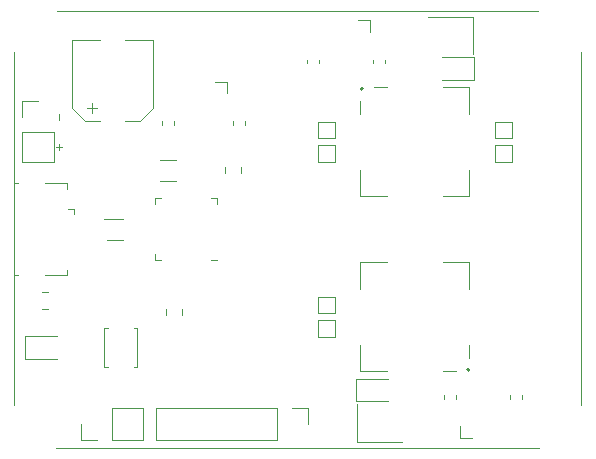
<source format=gbr>
G04 #@! TF.GenerationSoftware,KiCad,Pcbnew,(5.1.4)-1*
G04 #@! TF.CreationDate,2020-11-09T20:47:03-05:00*
G04 #@! TF.ProjectId,icepool-board,69636570-6f6f-46c2-9d62-6f6172642e6b,2020-04*
G04 #@! TF.SameCoordinates,Original*
G04 #@! TF.FileFunction,Legend,Top*
G04 #@! TF.FilePolarity,Positive*
%FSLAX46Y46*%
G04 Gerber Fmt 4.6, Leading zero omitted, Abs format (unit mm)*
G04 Created by KiCad (PCBNEW (5.1.4)-1) date 2020-11-09 20:47:03*
%MOMM*%
%LPD*%
G04 APERTURE LIST*
%ADD10C,0.100000*%
%ADD11C,0.050000*%
%ADD12C,0.120000*%
%ADD13C,0.200000*%
%ADD14C,0.150000*%
%ADD15C,1.701600*%
%ADD16C,2.031600*%
%ADD17C,0.781600*%
%ADD18C,1.101600*%
%ADD19R,0.551600X0.401600*%
%ADD20R,1.101600X1.101600*%
%ADD21R,1.101600X1.901600*%
%ADD22R,1.401600X1.201600*%
%ADD23C,0.501600*%
%ADD24C,0.351600*%
%ADD25C,3.701600*%
%ADD26C,0.901600*%
%ADD27R,1.801600X1.001600*%
%ADD28C,0.691600*%
%ADD29C,1.076600*%
%ADD30O,1.801600X1.801600*%
%ADD31R,1.801600X1.801600*%
%ADD32R,2.001600X1.301600*%
%ADD33O,2.001600X1.301600*%
%ADD34R,2.001600X1.601600*%
%ADD35C,1.551600*%
%ADD36R,1.451600X0.501600*%
%ADD37C,5.101600*%
%ADD38C,0.976600*%
G04 APERTURE END LIST*
D10*
X29300000Y-60766666D02*
X29300000Y-60233333D01*
X28983333Y-63050000D02*
X29516666Y-63050000D01*
X29250000Y-63316666D02*
X29250000Y-62783333D01*
D11*
X25500000Y-88500000D02*
X25500000Y-51500000D01*
X73500000Y-88500000D02*
X25500000Y-88500000D01*
X73500000Y-51500000D02*
X73500000Y-88500000D01*
X25500000Y-51500000D02*
X73500000Y-51500000D01*
D12*
G04 #@! TO.C,C3*
X31658750Y-59743750D02*
X32446250Y-59743750D01*
X32052500Y-60137500D02*
X32052500Y-59350000D01*
X36145563Y-60810000D02*
X37210000Y-59745563D01*
X31454437Y-60810000D02*
X30390000Y-59745563D01*
X31454437Y-60810000D02*
X32740000Y-60810000D01*
X36145563Y-60810000D02*
X34860000Y-60810000D01*
X37210000Y-59745563D02*
X37210000Y-53990000D01*
X30390000Y-59745563D02*
X30390000Y-53990000D01*
X30390000Y-53990000D02*
X32740000Y-53990000D01*
X37210000Y-53990000D02*
X34860000Y-53990000D01*
G04 #@! TO.C,U8*
X63200001Y-87699999D02*
X63200001Y-86699999D01*
X64200001Y-87699999D02*
X63200001Y-87699999D01*
G04 #@! TO.C,U2*
X33100000Y-69100000D02*
X34650000Y-69100000D01*
X34650000Y-70900000D02*
X33350000Y-70900000D01*
G04 #@! TO.C,TP6*
X52600000Y-75700000D02*
X52600000Y-77100000D01*
X51200000Y-75700000D02*
X52600000Y-75700000D01*
X51200000Y-77100000D02*
X51200000Y-75700000D01*
X52600000Y-77100000D02*
X51200000Y-77100000D01*
G04 #@! TO.C,TP5*
X66200000Y-64300000D02*
X66200000Y-62900000D01*
X67600000Y-64300000D02*
X66200000Y-64300000D01*
X67600000Y-62900000D02*
X67600000Y-64300000D01*
X66200000Y-62900000D02*
X67600000Y-62900000D01*
G04 #@! TO.C,TP4*
X51200000Y-64300000D02*
X51200000Y-62900000D01*
X52600000Y-64300000D02*
X51200000Y-64300000D01*
X52600000Y-62900000D02*
X52600000Y-64300000D01*
X51200000Y-62900000D02*
X52600000Y-62900000D01*
G04 #@! TO.C,TP3*
X52600000Y-77700000D02*
X52600000Y-79100000D01*
X51200000Y-77700000D02*
X52600000Y-77700000D01*
X51200000Y-79100000D02*
X51200000Y-77700000D01*
X52600000Y-79100000D02*
X51200000Y-79100000D01*
G04 #@! TO.C,TP2*
X66200000Y-62300000D02*
X66200000Y-60900000D01*
X67600000Y-62300000D02*
X66200000Y-62300000D01*
X67600000Y-60900000D02*
X67600000Y-62300000D01*
X66200000Y-60900000D02*
X67600000Y-60900000D01*
G04 #@! TO.C,TP1*
X51200000Y-62300000D02*
X51200000Y-60900000D01*
X52600000Y-62300000D02*
X51200000Y-62300000D01*
X52600000Y-60900000D02*
X52600000Y-62300000D01*
X51200000Y-60900000D02*
X52600000Y-60900000D01*
G04 #@! TO.C,Y1*
X37825000Y-64125000D02*
X39175000Y-64125000D01*
X37825000Y-65875000D02*
X39175000Y-65875000D01*
G04 #@! TO.C,X2*
X54500000Y-87975000D02*
X58300000Y-87975000D01*
X54500000Y-84825000D02*
X54500000Y-87975000D01*
G04 #@! TO.C,X1*
X64300000Y-52025000D02*
X60500000Y-52025000D01*
X64300000Y-55175000D02*
X64300000Y-52025000D01*
D13*
G04 #@! TO.C,U9*
X64000000Y-81900000D02*
G75*
G03X64000000Y-81900000I-100000J0D01*
G01*
D12*
X64020000Y-80900000D02*
X64020000Y-79770000D01*
X61770000Y-82020000D02*
X62900000Y-82020000D01*
X64020000Y-72780000D02*
X64020000Y-75030000D01*
X61770000Y-72780000D02*
X64020000Y-72780000D01*
X54780000Y-82020000D02*
X54780000Y-79770000D01*
X57030000Y-82020000D02*
X54780000Y-82020000D01*
X54780000Y-72780000D02*
X54780000Y-75030000D01*
X57030000Y-72780000D02*
X54780000Y-72780000D01*
X54780000Y-82020000D02*
X54780000Y-79770000D01*
X57030000Y-82020000D02*
X54780000Y-82020000D01*
X54780000Y-82020000D02*
X54780000Y-79770000D01*
X57030000Y-82020000D02*
X54780000Y-82020000D01*
D13*
G04 #@! TO.C,U6*
X55000000Y-58100000D02*
G75*
G03X55000000Y-58100000I-100000J0D01*
G01*
D12*
X54780000Y-59100000D02*
X54780000Y-60230000D01*
X57030000Y-57980000D02*
X55900000Y-57980000D01*
X54780000Y-67220000D02*
X54780000Y-64970000D01*
X57030000Y-67220000D02*
X54780000Y-67220000D01*
X64020000Y-57980000D02*
X64020000Y-60230000D01*
X61770000Y-57980000D02*
X64020000Y-57980000D01*
X64020000Y-67220000D02*
X64020000Y-64970000D01*
X61770000Y-67220000D02*
X64020000Y-67220000D01*
X64020000Y-57980000D02*
X64020000Y-60230000D01*
X61770000Y-57980000D02*
X64020000Y-57980000D01*
X64020000Y-57980000D02*
X64020000Y-60230000D01*
X61770000Y-57980000D02*
X64020000Y-57980000D01*
G04 #@! TO.C,U5*
X54599999Y-52300000D02*
X55599999Y-52300000D01*
X55599999Y-52300000D02*
X55599999Y-53300000D01*
G04 #@! TO.C,U3*
X42135000Y-72610000D02*
X42610000Y-72610000D01*
X37390000Y-67390000D02*
X37390000Y-67865000D01*
X37865000Y-67390000D02*
X37390000Y-67390000D01*
X42610000Y-67390000D02*
X42610000Y-67865000D01*
X42135000Y-67390000D02*
X42610000Y-67390000D01*
X37390000Y-72610000D02*
X37390000Y-72135000D01*
X37865000Y-72610000D02*
X37390000Y-72610000D01*
G04 #@! TO.C,U1*
X43500000Y-57500000D02*
X43500000Y-58500000D01*
X42500000Y-57500000D02*
X43500000Y-57500000D01*
G04 #@! TO.C,SW1*
X35900000Y-81650000D02*
X35600000Y-81650000D01*
X35900000Y-78350000D02*
X35900000Y-81650000D01*
X35600000Y-78350000D02*
X35900000Y-78350000D01*
X33100000Y-81650000D02*
X33400000Y-81650000D01*
X33100000Y-78350000D02*
X33100000Y-81650000D01*
X33400000Y-78350000D02*
X33100000Y-78350000D01*
G04 #@! TO.C,R1*
X28321078Y-75290000D02*
X27803922Y-75290000D01*
X28321078Y-76710000D02*
X27803922Y-76710000D01*
G04 #@! TO.C,L1*
X44710000Y-65258578D02*
X44710000Y-64741422D01*
X43290000Y-65258578D02*
X43290000Y-64741422D01*
G04 #@! TO.C,J5*
X50330000Y-85170000D02*
X50330000Y-86500000D01*
X49000000Y-85170000D02*
X50330000Y-85170000D01*
X47730000Y-85170000D02*
X47730000Y-87830000D01*
X47730000Y-87830000D02*
X37510000Y-87830000D01*
X47730000Y-85170000D02*
X37510000Y-85170000D01*
X37510000Y-85170000D02*
X37510000Y-87830000D01*
G04 #@! TO.C,J3*
X31170000Y-87830000D02*
X31170000Y-86500000D01*
X32500000Y-87830000D02*
X31170000Y-87830000D01*
X33770000Y-87830000D02*
X33770000Y-85170000D01*
X33770000Y-85170000D02*
X36370000Y-85170000D01*
X33770000Y-87830000D02*
X36370000Y-87830000D01*
X36370000Y-87830000D02*
X36370000Y-85170000D01*
G04 #@! TO.C,J2*
X30512500Y-68300000D02*
X30062500Y-68300000D01*
X30512500Y-68300000D02*
X30512500Y-68750000D01*
X29962500Y-73900000D02*
X29962500Y-73450000D01*
X28112500Y-73900000D02*
X29962500Y-73900000D01*
X25562500Y-66100000D02*
X25812500Y-66100000D01*
X25562500Y-73900000D02*
X25812500Y-73900000D01*
X28112500Y-66100000D02*
X29962500Y-66100000D01*
X29962500Y-66100000D02*
X29962500Y-66550000D01*
G04 #@! TO.C,J1*
X26170000Y-59130000D02*
X27500000Y-59130000D01*
X26170000Y-60460000D02*
X26170000Y-59130000D01*
X26170000Y-61730000D02*
X28830000Y-61730000D01*
X28830000Y-61730000D02*
X28830000Y-64330000D01*
X26170000Y-61730000D02*
X26170000Y-64330000D01*
X26170000Y-64330000D02*
X28830000Y-64330000D01*
G04 #@! TO.C,D3*
X54415000Y-84560000D02*
X57100000Y-84560000D01*
X54415000Y-82640000D02*
X54415000Y-84560000D01*
X57100000Y-82640000D02*
X54415000Y-82640000D01*
G04 #@! TO.C,D2*
X64385000Y-55440000D02*
X61700000Y-55440000D01*
X64385000Y-57360000D02*
X64385000Y-55440000D01*
X61700000Y-57360000D02*
X64385000Y-57360000D01*
G04 #@! TO.C,D1*
X26377500Y-80960000D02*
X29062500Y-80960000D01*
X26377500Y-79040000D02*
X26377500Y-80960000D01*
X29062500Y-79040000D02*
X26377500Y-79040000D01*
G04 #@! TO.C,C44*
X61890000Y-84049720D02*
X61890000Y-84375278D01*
X62910000Y-84049720D02*
X62910000Y-84375278D01*
G04 #@! TO.C,C38*
X67490000Y-84024722D02*
X67490000Y-84350280D01*
X68510000Y-84024722D02*
X68510000Y-84350280D01*
G04 #@! TO.C,C24*
X55890000Y-55962779D02*
X55890000Y-55637221D01*
X56910000Y-55962779D02*
X56910000Y-55637221D01*
G04 #@! TO.C,C18*
X50290000Y-55962779D02*
X50290000Y-55637221D01*
X51310000Y-55962779D02*
X51310000Y-55637221D01*
G04 #@! TO.C,C8*
X39710000Y-77258578D02*
X39710000Y-76741422D01*
X38290000Y-77258578D02*
X38290000Y-76741422D01*
G04 #@! TO.C,C4*
X45010000Y-61162779D02*
X45010000Y-60837221D01*
X43990000Y-61162779D02*
X43990000Y-60837221D01*
G04 #@! TO.C,C1*
X39010000Y-61162779D02*
X39010000Y-60837221D01*
X37990000Y-61162779D02*
X37990000Y-60837221D01*
G04 #@! TD*
%LPC*%
D14*
G04 #@! TO.C,C3*
G36*
X34410985Y-52900480D02*
G01*
X34436795Y-52904309D01*
X34462104Y-52910648D01*
X34486671Y-52919439D01*
X34510258Y-52930594D01*
X34532637Y-52944008D01*
X34553594Y-52959551D01*
X34572927Y-52977073D01*
X34590449Y-52996406D01*
X34605992Y-53017363D01*
X34619406Y-53039742D01*
X34630561Y-53063329D01*
X34639352Y-53087896D01*
X34645691Y-53113205D01*
X34649520Y-53139015D01*
X34650800Y-53165075D01*
X34650800Y-56234925D01*
X34649520Y-56260985D01*
X34645691Y-56286795D01*
X34639352Y-56312104D01*
X34630561Y-56336671D01*
X34619406Y-56360258D01*
X34605992Y-56382637D01*
X34590449Y-56403594D01*
X34572927Y-56422927D01*
X34553594Y-56440449D01*
X34532637Y-56455992D01*
X34510258Y-56469406D01*
X34486671Y-56480561D01*
X34462104Y-56489352D01*
X34436795Y-56495691D01*
X34410985Y-56499520D01*
X34384925Y-56500800D01*
X33215075Y-56500800D01*
X33189015Y-56499520D01*
X33163205Y-56495691D01*
X33137896Y-56489352D01*
X33113329Y-56480561D01*
X33089742Y-56469406D01*
X33067363Y-56455992D01*
X33046406Y-56440449D01*
X33027073Y-56422927D01*
X33009551Y-56403594D01*
X32994008Y-56382637D01*
X32980594Y-56360258D01*
X32969439Y-56336671D01*
X32960648Y-56312104D01*
X32954309Y-56286795D01*
X32950480Y-56260985D01*
X32949200Y-56234925D01*
X32949200Y-53165075D01*
X32950480Y-53139015D01*
X32954309Y-53113205D01*
X32960648Y-53087896D01*
X32969439Y-53063329D01*
X32980594Y-53039742D01*
X32994008Y-53017363D01*
X33009551Y-52996406D01*
X33027073Y-52977073D01*
X33046406Y-52959551D01*
X33067363Y-52944008D01*
X33089742Y-52930594D01*
X33113329Y-52919439D01*
X33137896Y-52910648D01*
X33163205Y-52904309D01*
X33189015Y-52900480D01*
X33215075Y-52899200D01*
X34384925Y-52899200D01*
X34410985Y-52900480D01*
X34410985Y-52900480D01*
G37*
D15*
X33800000Y-54700000D03*
D14*
G36*
X34410985Y-58300480D02*
G01*
X34436795Y-58304309D01*
X34462104Y-58310648D01*
X34486671Y-58319439D01*
X34510258Y-58330594D01*
X34532637Y-58344008D01*
X34553594Y-58359551D01*
X34572927Y-58377073D01*
X34590449Y-58396406D01*
X34605992Y-58417363D01*
X34619406Y-58439742D01*
X34630561Y-58463329D01*
X34639352Y-58487896D01*
X34645691Y-58513205D01*
X34649520Y-58539015D01*
X34650800Y-58565075D01*
X34650800Y-61634925D01*
X34649520Y-61660985D01*
X34645691Y-61686795D01*
X34639352Y-61712104D01*
X34630561Y-61736671D01*
X34619406Y-61760258D01*
X34605992Y-61782637D01*
X34590449Y-61803594D01*
X34572927Y-61822927D01*
X34553594Y-61840449D01*
X34532637Y-61855992D01*
X34510258Y-61869406D01*
X34486671Y-61880561D01*
X34462104Y-61889352D01*
X34436795Y-61895691D01*
X34410985Y-61899520D01*
X34384925Y-61900800D01*
X33215075Y-61900800D01*
X33189015Y-61899520D01*
X33163205Y-61895691D01*
X33137896Y-61889352D01*
X33113329Y-61880561D01*
X33089742Y-61869406D01*
X33067363Y-61855992D01*
X33046406Y-61840449D01*
X33027073Y-61822927D01*
X33009551Y-61803594D01*
X32994008Y-61782637D01*
X32980594Y-61760258D01*
X32969439Y-61736671D01*
X32960648Y-61712104D01*
X32954309Y-61686795D01*
X32950480Y-61660985D01*
X32949200Y-61634925D01*
X32949200Y-58565075D01*
X32950480Y-58539015D01*
X32954309Y-58513205D01*
X32960648Y-58487896D01*
X32969439Y-58463329D01*
X32980594Y-58439742D01*
X32994008Y-58417363D01*
X33009551Y-58396406D01*
X33027073Y-58377073D01*
X33046406Y-58359551D01*
X33067363Y-58344008D01*
X33089742Y-58330594D01*
X33113329Y-58319439D01*
X33137896Y-58310648D01*
X33163205Y-58304309D01*
X33189015Y-58300480D01*
X33215075Y-58299200D01*
X34384925Y-58299200D01*
X34410985Y-58300480D01*
X34410985Y-58300480D01*
G37*
D15*
X33800000Y-60100000D03*
G04 #@! TD*
D14*
G04 #@! TO.C,U8*
G36*
X65757684Y-83201645D02*
G01*
X65806987Y-83208958D01*
X65855337Y-83221069D01*
X65902266Y-83237861D01*
X65947323Y-83259171D01*
X65990075Y-83284796D01*
X66030109Y-83314487D01*
X66067041Y-83347959D01*
X66100513Y-83384891D01*
X66130204Y-83424925D01*
X66155829Y-83467677D01*
X66177139Y-83512734D01*
X66193931Y-83559663D01*
X66206042Y-83608013D01*
X66213355Y-83657316D01*
X66215801Y-83707099D01*
X66215801Y-85792899D01*
X66213355Y-85842682D01*
X66206042Y-85891985D01*
X66193931Y-85940335D01*
X66177139Y-85987264D01*
X66155829Y-86032321D01*
X66130204Y-86075073D01*
X66100513Y-86115107D01*
X66067041Y-86152039D01*
X66030109Y-86185511D01*
X65990075Y-86215202D01*
X65947323Y-86240827D01*
X65902266Y-86262137D01*
X65855337Y-86278929D01*
X65806987Y-86291040D01*
X65757684Y-86298353D01*
X65707901Y-86300799D01*
X64692101Y-86300799D01*
X64642318Y-86298353D01*
X64593015Y-86291040D01*
X64544665Y-86278929D01*
X64497736Y-86262137D01*
X64452679Y-86240827D01*
X64409927Y-86215202D01*
X64369893Y-86185511D01*
X64332961Y-86152039D01*
X64299489Y-86115107D01*
X64269798Y-86075073D01*
X64244173Y-86032321D01*
X64222863Y-85987264D01*
X64206071Y-85940335D01*
X64193960Y-85891985D01*
X64186647Y-85842682D01*
X64184201Y-85792899D01*
X64184201Y-83707099D01*
X64186647Y-83657316D01*
X64193960Y-83608013D01*
X64206071Y-83559663D01*
X64222863Y-83512734D01*
X64244173Y-83467677D01*
X64269798Y-83424925D01*
X64299489Y-83384891D01*
X64332961Y-83347959D01*
X64369893Y-83314487D01*
X64409927Y-83284796D01*
X64452679Y-83259171D01*
X64497736Y-83237861D01*
X64544665Y-83221069D01*
X64593015Y-83208958D01*
X64642318Y-83201645D01*
X64692101Y-83199199D01*
X65707901Y-83199199D01*
X65757684Y-83201645D01*
X65757684Y-83201645D01*
G37*
D16*
X65200001Y-84749999D03*
D14*
G36*
X66914554Y-82900140D02*
G01*
X66933522Y-82902954D01*
X66952123Y-82907613D01*
X66970177Y-82914073D01*
X66987512Y-82922272D01*
X67003959Y-82932130D01*
X67019361Y-82943553D01*
X67033570Y-82956430D01*
X67046447Y-82970639D01*
X67057870Y-82986041D01*
X67067728Y-83002488D01*
X67075927Y-83019823D01*
X67082387Y-83037877D01*
X67087046Y-83056478D01*
X67089860Y-83075446D01*
X67090801Y-83094599D01*
X67090801Y-84005399D01*
X67089860Y-84024552D01*
X67087046Y-84043520D01*
X67082387Y-84062121D01*
X67075927Y-84080175D01*
X67067728Y-84097510D01*
X67057870Y-84113957D01*
X67046447Y-84129359D01*
X67033570Y-84143568D01*
X67019361Y-84156445D01*
X67003959Y-84167868D01*
X66987512Y-84177726D01*
X66970177Y-84185925D01*
X66952123Y-84192385D01*
X66933522Y-84197044D01*
X66914554Y-84199858D01*
X66895401Y-84200799D01*
X66504601Y-84200799D01*
X66485448Y-84199858D01*
X66466480Y-84197044D01*
X66447879Y-84192385D01*
X66429825Y-84185925D01*
X66412490Y-84177726D01*
X66396043Y-84167868D01*
X66380641Y-84156445D01*
X66366432Y-84143568D01*
X66353555Y-84129359D01*
X66342132Y-84113957D01*
X66332274Y-84097510D01*
X66324075Y-84080175D01*
X66317615Y-84062121D01*
X66312956Y-84043520D01*
X66310142Y-84024552D01*
X66309201Y-84005399D01*
X66309201Y-83094599D01*
X66310142Y-83075446D01*
X66312956Y-83056478D01*
X66317615Y-83037877D01*
X66324075Y-83019823D01*
X66332274Y-83002488D01*
X66342132Y-82986041D01*
X66353555Y-82970639D01*
X66366432Y-82956430D01*
X66380641Y-82943553D01*
X66396043Y-82932130D01*
X66412490Y-82922272D01*
X66429825Y-82914073D01*
X66447879Y-82907613D01*
X66466480Y-82902954D01*
X66485448Y-82900140D01*
X66504601Y-82899199D01*
X66895401Y-82899199D01*
X66914554Y-82900140D01*
X66914554Y-82900140D01*
G37*
D17*
X66700001Y-83549999D03*
D14*
G36*
X65967395Y-83150525D02*
G01*
X65994129Y-83154491D01*
X66020345Y-83161058D01*
X66045792Y-83170163D01*
X66070224Y-83181718D01*
X66093405Y-83195612D01*
X66115113Y-83211712D01*
X66135138Y-83229862D01*
X66153288Y-83249887D01*
X66169388Y-83271595D01*
X66183282Y-83294776D01*
X66194837Y-83319208D01*
X66203942Y-83344655D01*
X66210509Y-83370871D01*
X66214475Y-83397605D01*
X66215801Y-83424599D01*
X66215801Y-83975399D01*
X66214475Y-84002393D01*
X66210509Y-84029127D01*
X66203942Y-84055343D01*
X66194837Y-84080790D01*
X66183282Y-84105222D01*
X66169388Y-84128403D01*
X66153288Y-84150111D01*
X66135138Y-84170136D01*
X66115113Y-84188286D01*
X66093405Y-84204386D01*
X66070224Y-84218280D01*
X66045792Y-84229835D01*
X66020345Y-84238940D01*
X65994129Y-84245507D01*
X65967395Y-84249473D01*
X65940401Y-84250799D01*
X64459601Y-84250799D01*
X64432607Y-84249473D01*
X64405873Y-84245507D01*
X64379657Y-84238940D01*
X64354210Y-84229835D01*
X64329778Y-84218280D01*
X64306597Y-84204386D01*
X64284889Y-84188286D01*
X64264864Y-84170136D01*
X64246714Y-84150111D01*
X64230614Y-84128403D01*
X64216720Y-84105222D01*
X64205165Y-84080790D01*
X64196060Y-84055343D01*
X64189493Y-84029127D01*
X64185527Y-84002393D01*
X64184201Y-83975399D01*
X64184201Y-83424599D01*
X64185527Y-83397605D01*
X64189493Y-83370871D01*
X64196060Y-83344655D01*
X64205165Y-83319208D01*
X64216720Y-83294776D01*
X64230614Y-83271595D01*
X64246714Y-83249887D01*
X64264864Y-83229862D01*
X64284889Y-83211712D01*
X64306597Y-83195612D01*
X64329778Y-83181718D01*
X64354210Y-83170163D01*
X64379657Y-83161058D01*
X64405873Y-83154491D01*
X64432607Y-83150525D01*
X64459601Y-83149199D01*
X65940401Y-83149199D01*
X65967395Y-83150525D01*
X65967395Y-83150525D01*
G37*
D18*
X65200001Y-83699999D03*
D14*
G36*
X63914554Y-82900140D02*
G01*
X63933522Y-82902954D01*
X63952123Y-82907613D01*
X63970177Y-82914073D01*
X63987512Y-82922272D01*
X64003959Y-82932130D01*
X64019361Y-82943553D01*
X64033570Y-82956430D01*
X64046447Y-82970639D01*
X64057870Y-82986041D01*
X64067728Y-83002488D01*
X64075927Y-83019823D01*
X64082387Y-83037877D01*
X64087046Y-83056478D01*
X64089860Y-83075446D01*
X64090801Y-83094599D01*
X64090801Y-84005399D01*
X64089860Y-84024552D01*
X64087046Y-84043520D01*
X64082387Y-84062121D01*
X64075927Y-84080175D01*
X64067728Y-84097510D01*
X64057870Y-84113957D01*
X64046447Y-84129359D01*
X64033570Y-84143568D01*
X64019361Y-84156445D01*
X64003959Y-84167868D01*
X63987512Y-84177726D01*
X63970177Y-84185925D01*
X63952123Y-84192385D01*
X63933522Y-84197044D01*
X63914554Y-84199858D01*
X63895401Y-84200799D01*
X63504601Y-84200799D01*
X63485448Y-84199858D01*
X63466480Y-84197044D01*
X63447879Y-84192385D01*
X63429825Y-84185925D01*
X63412490Y-84177726D01*
X63396043Y-84167868D01*
X63380641Y-84156445D01*
X63366432Y-84143568D01*
X63353555Y-84129359D01*
X63342132Y-84113957D01*
X63332274Y-84097510D01*
X63324075Y-84080175D01*
X63317615Y-84062121D01*
X63312956Y-84043520D01*
X63310142Y-84024552D01*
X63309201Y-84005399D01*
X63309201Y-83094599D01*
X63310142Y-83075446D01*
X63312956Y-83056478D01*
X63317615Y-83037877D01*
X63324075Y-83019823D01*
X63332274Y-83002488D01*
X63342132Y-82986041D01*
X63353555Y-82970639D01*
X63366432Y-82956430D01*
X63380641Y-82943553D01*
X63396043Y-82932130D01*
X63412490Y-82922272D01*
X63429825Y-82914073D01*
X63447879Y-82907613D01*
X63466480Y-82902954D01*
X63485448Y-82900140D01*
X63504601Y-82899199D01*
X63895401Y-82899199D01*
X63914554Y-82900140D01*
X63914554Y-82900140D01*
G37*
D17*
X63700001Y-83549999D03*
D14*
G36*
X63914554Y-86200140D02*
G01*
X63933522Y-86202954D01*
X63952123Y-86207613D01*
X63970177Y-86214073D01*
X63987512Y-86222272D01*
X64003959Y-86232130D01*
X64019361Y-86243553D01*
X64033570Y-86256430D01*
X64046447Y-86270639D01*
X64057870Y-86286041D01*
X64067728Y-86302488D01*
X64075927Y-86319823D01*
X64082387Y-86337877D01*
X64087046Y-86356478D01*
X64089860Y-86375446D01*
X64090801Y-86394599D01*
X64090801Y-87305399D01*
X64089860Y-87324552D01*
X64087046Y-87343520D01*
X64082387Y-87362121D01*
X64075927Y-87380175D01*
X64067728Y-87397510D01*
X64057870Y-87413957D01*
X64046447Y-87429359D01*
X64033570Y-87443568D01*
X64019361Y-87456445D01*
X64003959Y-87467868D01*
X63987512Y-87477726D01*
X63970177Y-87485925D01*
X63952123Y-87492385D01*
X63933522Y-87497044D01*
X63914554Y-87499858D01*
X63895401Y-87500799D01*
X63504601Y-87500799D01*
X63485448Y-87499858D01*
X63466480Y-87497044D01*
X63447879Y-87492385D01*
X63429825Y-87485925D01*
X63412490Y-87477726D01*
X63396043Y-87467868D01*
X63380641Y-87456445D01*
X63366432Y-87443568D01*
X63353555Y-87429359D01*
X63342132Y-87413957D01*
X63332274Y-87397510D01*
X63324075Y-87380175D01*
X63317615Y-87362121D01*
X63312956Y-87343520D01*
X63310142Y-87324552D01*
X63309201Y-87305399D01*
X63309201Y-86394599D01*
X63310142Y-86375446D01*
X63312956Y-86356478D01*
X63317615Y-86337877D01*
X63324075Y-86319823D01*
X63332274Y-86302488D01*
X63342132Y-86286041D01*
X63353555Y-86270639D01*
X63366432Y-86256430D01*
X63380641Y-86243553D01*
X63396043Y-86232130D01*
X63412490Y-86222272D01*
X63429825Y-86214073D01*
X63447879Y-86207613D01*
X63466480Y-86202954D01*
X63485448Y-86200140D01*
X63504601Y-86199199D01*
X63895401Y-86199199D01*
X63914554Y-86200140D01*
X63914554Y-86200140D01*
G37*
D17*
X63700001Y-86849999D03*
D14*
G36*
X65414554Y-85800140D02*
G01*
X65433522Y-85802954D01*
X65452123Y-85807613D01*
X65470177Y-85814073D01*
X65487512Y-85822272D01*
X65503959Y-85832130D01*
X65519361Y-85843553D01*
X65533570Y-85856430D01*
X65546447Y-85870639D01*
X65557870Y-85886041D01*
X65567728Y-85902488D01*
X65575927Y-85919823D01*
X65582387Y-85937877D01*
X65587046Y-85956478D01*
X65589860Y-85975446D01*
X65590801Y-85994599D01*
X65590801Y-87305399D01*
X65589860Y-87324552D01*
X65587046Y-87343520D01*
X65582387Y-87362121D01*
X65575927Y-87380175D01*
X65567728Y-87397510D01*
X65557870Y-87413957D01*
X65546447Y-87429359D01*
X65533570Y-87443568D01*
X65519361Y-87456445D01*
X65503959Y-87467868D01*
X65487512Y-87477726D01*
X65470177Y-87485925D01*
X65452123Y-87492385D01*
X65433522Y-87497044D01*
X65414554Y-87499858D01*
X65395401Y-87500799D01*
X65004601Y-87500799D01*
X64985448Y-87499858D01*
X64966480Y-87497044D01*
X64947879Y-87492385D01*
X64929825Y-87485925D01*
X64912490Y-87477726D01*
X64896043Y-87467868D01*
X64880641Y-87456445D01*
X64866432Y-87443568D01*
X64853555Y-87429359D01*
X64842132Y-87413957D01*
X64832274Y-87397510D01*
X64824075Y-87380175D01*
X64817615Y-87362121D01*
X64812956Y-87343520D01*
X64810142Y-87324552D01*
X64809201Y-87305399D01*
X64809201Y-85994599D01*
X64810142Y-85975446D01*
X64812956Y-85956478D01*
X64817615Y-85937877D01*
X64824075Y-85919823D01*
X64832274Y-85902488D01*
X64842132Y-85886041D01*
X64853555Y-85870639D01*
X64866432Y-85856430D01*
X64880641Y-85843553D01*
X64896043Y-85832130D01*
X64912490Y-85822272D01*
X64929825Y-85814073D01*
X64947879Y-85807613D01*
X64966480Y-85802954D01*
X64985448Y-85800140D01*
X65004601Y-85799199D01*
X65395401Y-85799199D01*
X65414554Y-85800140D01*
X65414554Y-85800140D01*
G37*
D17*
X65200001Y-86649999D03*
D14*
G36*
X66914554Y-86200140D02*
G01*
X66933522Y-86202954D01*
X66952123Y-86207613D01*
X66970177Y-86214073D01*
X66987512Y-86222272D01*
X67003959Y-86232130D01*
X67019361Y-86243553D01*
X67033570Y-86256430D01*
X67046447Y-86270639D01*
X67057870Y-86286041D01*
X67067728Y-86302488D01*
X67075927Y-86319823D01*
X67082387Y-86337877D01*
X67087046Y-86356478D01*
X67089860Y-86375446D01*
X67090801Y-86394599D01*
X67090801Y-87305399D01*
X67089860Y-87324552D01*
X67087046Y-87343520D01*
X67082387Y-87362121D01*
X67075927Y-87380175D01*
X67067728Y-87397510D01*
X67057870Y-87413957D01*
X67046447Y-87429359D01*
X67033570Y-87443568D01*
X67019361Y-87456445D01*
X67003959Y-87467868D01*
X66987512Y-87477726D01*
X66970177Y-87485925D01*
X66952123Y-87492385D01*
X66933522Y-87497044D01*
X66914554Y-87499858D01*
X66895401Y-87500799D01*
X66504601Y-87500799D01*
X66485448Y-87499858D01*
X66466480Y-87497044D01*
X66447879Y-87492385D01*
X66429825Y-87485925D01*
X66412490Y-87477726D01*
X66396043Y-87467868D01*
X66380641Y-87456445D01*
X66366432Y-87443568D01*
X66353555Y-87429359D01*
X66342132Y-87413957D01*
X66332274Y-87397510D01*
X66324075Y-87380175D01*
X66317615Y-87362121D01*
X66312956Y-87343520D01*
X66310142Y-87324552D01*
X66309201Y-87305399D01*
X66309201Y-86394599D01*
X66310142Y-86375446D01*
X66312956Y-86356478D01*
X66317615Y-86337877D01*
X66324075Y-86319823D01*
X66332274Y-86302488D01*
X66342132Y-86286041D01*
X66353555Y-86270639D01*
X66366432Y-86256430D01*
X66380641Y-86243553D01*
X66396043Y-86232130D01*
X66412490Y-86222272D01*
X66429825Y-86214073D01*
X66447879Y-86207613D01*
X66466480Y-86202954D01*
X66485448Y-86200140D01*
X66504601Y-86199199D01*
X66895401Y-86199199D01*
X66914554Y-86200140D01*
X66914554Y-86200140D01*
G37*
D17*
X66700001Y-86849999D03*
G04 #@! TD*
D19*
G04 #@! TO.C,U2*
X34700000Y-70500000D03*
X33300000Y-70000000D03*
X34700000Y-69500000D03*
X33300000Y-70500000D03*
X33300000Y-69500000D03*
G04 #@! TD*
D20*
G04 #@! TO.C,TP6*
X51900000Y-76400000D03*
G04 #@! TD*
G04 #@! TO.C,TP5*
X66900000Y-63600000D03*
G04 #@! TD*
G04 #@! TO.C,TP4*
X51900000Y-63600000D03*
G04 #@! TD*
G04 #@! TO.C,TP3*
X51900000Y-78400000D03*
G04 #@! TD*
G04 #@! TO.C,TP2*
X66900000Y-61600000D03*
G04 #@! TD*
G04 #@! TO.C,TP1*
X51900000Y-61600000D03*
G04 #@! TD*
D21*
G04 #@! TO.C,Y1*
X37250000Y-65000000D03*
X39750000Y-65000000D03*
G04 #@! TD*
D22*
G04 #@! TO.C,X2*
X55350000Y-85575000D03*
X57450000Y-85575000D03*
X57450000Y-87225000D03*
X55350000Y-87225000D03*
G04 #@! TD*
G04 #@! TO.C,X1*
X63450000Y-54425000D03*
X61350000Y-54425000D03*
X61350000Y-52775000D03*
X63450000Y-52775000D03*
G04 #@! TD*
D23*
G04 #@! TO.C,U9*
X55400000Y-73400000D03*
X55400000Y-74200000D03*
X55400000Y-75000000D03*
X55400000Y-75800000D03*
X55400000Y-76600000D03*
X55400000Y-77400000D03*
X55400000Y-78200000D03*
X55400000Y-79000000D03*
X55400000Y-79800000D03*
X55400000Y-80600000D03*
X55400000Y-81400000D03*
X56200000Y-73400000D03*
X56200000Y-74200000D03*
X56200000Y-75000000D03*
X56200000Y-75800000D03*
X56200000Y-76600000D03*
X56200000Y-77400000D03*
X56200000Y-78200000D03*
X56200000Y-79000000D03*
X56200000Y-79800000D03*
X56200000Y-80600000D03*
X56200000Y-81400000D03*
X57000000Y-73400000D03*
X57000000Y-74200000D03*
X57000000Y-75000000D03*
X57000000Y-75800000D03*
X57000000Y-76600000D03*
X57000000Y-77400000D03*
X57000000Y-78200000D03*
X57000000Y-79000000D03*
X57000000Y-79800000D03*
X57000000Y-80600000D03*
X57000000Y-81400000D03*
X57800000Y-73400000D03*
X57800000Y-74200000D03*
X57800000Y-75000000D03*
X57800000Y-75800000D03*
X57800000Y-76600000D03*
X57800000Y-77400000D03*
X57800000Y-78200000D03*
X57800000Y-79000000D03*
X57800000Y-79800000D03*
X57800000Y-80600000D03*
X57800000Y-81400000D03*
X58600000Y-73400000D03*
X58600000Y-74200000D03*
X58600000Y-75000000D03*
X58600000Y-75800000D03*
X58600000Y-76600000D03*
X58600000Y-77400000D03*
X58600000Y-78200000D03*
X58600000Y-79000000D03*
X58600000Y-79800000D03*
X58600000Y-80600000D03*
X58600000Y-81400000D03*
X59400000Y-73400000D03*
X59400000Y-74200000D03*
X59400000Y-75000000D03*
X59400000Y-75800000D03*
X59400000Y-76600000D03*
X59400000Y-77400000D03*
X59400000Y-78200000D03*
X59400000Y-79000000D03*
X59400000Y-79800000D03*
X59400000Y-80600000D03*
X59400000Y-81400000D03*
X60200000Y-73400000D03*
X60200000Y-74200000D03*
X60200000Y-75000000D03*
X60200000Y-75800000D03*
X60200000Y-76600000D03*
X60200000Y-77400000D03*
X60200000Y-78200000D03*
X60200000Y-79000000D03*
X60200000Y-79800000D03*
X60200000Y-80600000D03*
X60200000Y-81400000D03*
X61000000Y-73400000D03*
X61000000Y-74200000D03*
X61000000Y-75000000D03*
X61000000Y-75800000D03*
X61000000Y-76600000D03*
X61000000Y-77400000D03*
X61000000Y-78200000D03*
X61000000Y-79000000D03*
X61000000Y-79800000D03*
X61000000Y-80600000D03*
X61000000Y-81400000D03*
X61800000Y-73400000D03*
X61800000Y-74200000D03*
X61800000Y-75000000D03*
X61800000Y-75800000D03*
X61800000Y-76600000D03*
X61800000Y-77400000D03*
X61800000Y-78200000D03*
X61800000Y-79000000D03*
X61800000Y-79800000D03*
X61800000Y-80600000D03*
X61800000Y-81400000D03*
X62600000Y-73400000D03*
X62600000Y-74200000D03*
X62600000Y-75000000D03*
X62600000Y-75800000D03*
X62600000Y-76600000D03*
X62600000Y-77400000D03*
X62600000Y-78200000D03*
X62600000Y-79000000D03*
X62600000Y-79800000D03*
X62600000Y-80600000D03*
X62600000Y-81400000D03*
X63400000Y-73400000D03*
X63400000Y-74200000D03*
X63400000Y-75000000D03*
X63400000Y-75800000D03*
X63400000Y-76600000D03*
X63400000Y-77400000D03*
X63400000Y-78200000D03*
X63400000Y-79000000D03*
X63400000Y-79800000D03*
X63400000Y-80600000D03*
X63400000Y-81400000D03*
G04 #@! TD*
G04 #@! TO.C,U6*
X63400000Y-66600000D03*
X63400000Y-65800000D03*
X63400000Y-65000000D03*
X63400000Y-64200000D03*
X63400000Y-63400000D03*
X63400000Y-62600000D03*
X63400000Y-61800000D03*
X63400000Y-61000000D03*
X63400000Y-60200000D03*
X63400000Y-59400000D03*
X63400000Y-58600000D03*
X62600000Y-66600000D03*
X62600000Y-65800000D03*
X62600000Y-65000000D03*
X62600000Y-64200000D03*
X62600000Y-63400000D03*
X62600000Y-62600000D03*
X62600000Y-61800000D03*
X62600000Y-61000000D03*
X62600000Y-60200000D03*
X62600000Y-59400000D03*
X62600000Y-58600000D03*
X61800000Y-66600000D03*
X61800000Y-65800000D03*
X61800000Y-65000000D03*
X61800000Y-64200000D03*
X61800000Y-63400000D03*
X61800000Y-62600000D03*
X61800000Y-61800000D03*
X61800000Y-61000000D03*
X61800000Y-60200000D03*
X61800000Y-59400000D03*
X61800000Y-58600000D03*
X61000000Y-66600000D03*
X61000000Y-65800000D03*
X61000000Y-65000000D03*
X61000000Y-64200000D03*
X61000000Y-63400000D03*
X61000000Y-62600000D03*
X61000000Y-61800000D03*
X61000000Y-61000000D03*
X61000000Y-60200000D03*
X61000000Y-59400000D03*
X61000000Y-58600000D03*
X60200000Y-66600000D03*
X60200000Y-65800000D03*
X60200000Y-65000000D03*
X60200000Y-64200000D03*
X60200000Y-63400000D03*
X60200000Y-62600000D03*
X60200000Y-61800000D03*
X60200000Y-61000000D03*
X60200000Y-60200000D03*
X60200000Y-59400000D03*
X60200000Y-58600000D03*
X59400000Y-66600000D03*
X59400000Y-65800000D03*
X59400000Y-65000000D03*
X59400000Y-64200000D03*
X59400000Y-63400000D03*
X59400000Y-62600000D03*
X59400000Y-61800000D03*
X59400000Y-61000000D03*
X59400000Y-60200000D03*
X59400000Y-59400000D03*
X59400000Y-58600000D03*
X58600000Y-66600000D03*
X58600000Y-65800000D03*
X58600000Y-65000000D03*
X58600000Y-64200000D03*
X58600000Y-63400000D03*
X58600000Y-62600000D03*
X58600000Y-61800000D03*
X58600000Y-61000000D03*
X58600000Y-60200000D03*
X58600000Y-59400000D03*
X58600000Y-58600000D03*
X57800000Y-66600000D03*
X57800000Y-65800000D03*
X57800000Y-65000000D03*
X57800000Y-64200000D03*
X57800000Y-63400000D03*
X57800000Y-62600000D03*
X57800000Y-61800000D03*
X57800000Y-61000000D03*
X57800000Y-60200000D03*
X57800000Y-59400000D03*
X57800000Y-58600000D03*
X57000000Y-66600000D03*
X57000000Y-65800000D03*
X57000000Y-65000000D03*
X57000000Y-64200000D03*
X57000000Y-63400000D03*
X57000000Y-62600000D03*
X57000000Y-61800000D03*
X57000000Y-61000000D03*
X57000000Y-60200000D03*
X57000000Y-59400000D03*
X57000000Y-58600000D03*
X56200000Y-66600000D03*
X56200000Y-65800000D03*
X56200000Y-65000000D03*
X56200000Y-64200000D03*
X56200000Y-63400000D03*
X56200000Y-62600000D03*
X56200000Y-61800000D03*
X56200000Y-61000000D03*
X56200000Y-60200000D03*
X56200000Y-59400000D03*
X56200000Y-58600000D03*
X55400000Y-66600000D03*
X55400000Y-65800000D03*
X55400000Y-65000000D03*
X55400000Y-64200000D03*
X55400000Y-63400000D03*
X55400000Y-62600000D03*
X55400000Y-61800000D03*
X55400000Y-61000000D03*
X55400000Y-60200000D03*
X55400000Y-59400000D03*
X55400000Y-58600000D03*
G04 #@! TD*
D14*
G04 #@! TO.C,U5*
G36*
X52314552Y-52500141D02*
G01*
X52333520Y-52502955D01*
X52352121Y-52507614D01*
X52370175Y-52514074D01*
X52387510Y-52522273D01*
X52403957Y-52532131D01*
X52419359Y-52543554D01*
X52433568Y-52556431D01*
X52446445Y-52570640D01*
X52457868Y-52586042D01*
X52467726Y-52602489D01*
X52475925Y-52619824D01*
X52482385Y-52637878D01*
X52487044Y-52656479D01*
X52489858Y-52675447D01*
X52490799Y-52694600D01*
X52490799Y-53605400D01*
X52489858Y-53624553D01*
X52487044Y-53643521D01*
X52482385Y-53662122D01*
X52475925Y-53680176D01*
X52467726Y-53697511D01*
X52457868Y-53713958D01*
X52446445Y-53729360D01*
X52433568Y-53743569D01*
X52419359Y-53756446D01*
X52403957Y-53767869D01*
X52387510Y-53777727D01*
X52370175Y-53785926D01*
X52352121Y-53792386D01*
X52333520Y-53797045D01*
X52314552Y-53799859D01*
X52295399Y-53800800D01*
X51904599Y-53800800D01*
X51885446Y-53799859D01*
X51866478Y-53797045D01*
X51847877Y-53792386D01*
X51829823Y-53785926D01*
X51812488Y-53777727D01*
X51796041Y-53767869D01*
X51780639Y-53756446D01*
X51766430Y-53743569D01*
X51753553Y-53729360D01*
X51742130Y-53713958D01*
X51732272Y-53697511D01*
X51724073Y-53680176D01*
X51717613Y-53662122D01*
X51712954Y-53643521D01*
X51710140Y-53624553D01*
X51709199Y-53605400D01*
X51709199Y-52694600D01*
X51710140Y-52675447D01*
X51712954Y-52656479D01*
X51717613Y-52637878D01*
X51724073Y-52619824D01*
X51732272Y-52602489D01*
X51742130Y-52586042D01*
X51753553Y-52570640D01*
X51766430Y-52556431D01*
X51780639Y-52543554D01*
X51796041Y-52532131D01*
X51812488Y-52522273D01*
X51829823Y-52514074D01*
X51847877Y-52507614D01*
X51866478Y-52502955D01*
X51885446Y-52500141D01*
X51904599Y-52499200D01*
X52295399Y-52499200D01*
X52314552Y-52500141D01*
X52314552Y-52500141D01*
G37*
D17*
X52099999Y-53150000D03*
D14*
G36*
X53814552Y-52500141D02*
G01*
X53833520Y-52502955D01*
X53852121Y-52507614D01*
X53870175Y-52514074D01*
X53887510Y-52522273D01*
X53903957Y-52532131D01*
X53919359Y-52543554D01*
X53933568Y-52556431D01*
X53946445Y-52570640D01*
X53957868Y-52586042D01*
X53967726Y-52602489D01*
X53975925Y-52619824D01*
X53982385Y-52637878D01*
X53987044Y-52656479D01*
X53989858Y-52675447D01*
X53990799Y-52694600D01*
X53990799Y-54005400D01*
X53989858Y-54024553D01*
X53987044Y-54043521D01*
X53982385Y-54062122D01*
X53975925Y-54080176D01*
X53967726Y-54097511D01*
X53957868Y-54113958D01*
X53946445Y-54129360D01*
X53933568Y-54143569D01*
X53919359Y-54156446D01*
X53903957Y-54167869D01*
X53887510Y-54177727D01*
X53870175Y-54185926D01*
X53852121Y-54192386D01*
X53833520Y-54197045D01*
X53814552Y-54199859D01*
X53795399Y-54200800D01*
X53404599Y-54200800D01*
X53385446Y-54199859D01*
X53366478Y-54197045D01*
X53347877Y-54192386D01*
X53329823Y-54185926D01*
X53312488Y-54177727D01*
X53296041Y-54167869D01*
X53280639Y-54156446D01*
X53266430Y-54143569D01*
X53253553Y-54129360D01*
X53242130Y-54113958D01*
X53232272Y-54097511D01*
X53224073Y-54080176D01*
X53217613Y-54062122D01*
X53212954Y-54043521D01*
X53210140Y-54024553D01*
X53209199Y-54005400D01*
X53209199Y-52694600D01*
X53210140Y-52675447D01*
X53212954Y-52656479D01*
X53217613Y-52637878D01*
X53224073Y-52619824D01*
X53232272Y-52602489D01*
X53242130Y-52586042D01*
X53253553Y-52570640D01*
X53266430Y-52556431D01*
X53280639Y-52543554D01*
X53296041Y-52532131D01*
X53312488Y-52522273D01*
X53329823Y-52514074D01*
X53347877Y-52507614D01*
X53366478Y-52502955D01*
X53385446Y-52500141D01*
X53404599Y-52499200D01*
X53795399Y-52499200D01*
X53814552Y-52500141D01*
X53814552Y-52500141D01*
G37*
D17*
X53599999Y-53350000D03*
D14*
G36*
X55314552Y-52500141D02*
G01*
X55333520Y-52502955D01*
X55352121Y-52507614D01*
X55370175Y-52514074D01*
X55387510Y-52522273D01*
X55403957Y-52532131D01*
X55419359Y-52543554D01*
X55433568Y-52556431D01*
X55446445Y-52570640D01*
X55457868Y-52586042D01*
X55467726Y-52602489D01*
X55475925Y-52619824D01*
X55482385Y-52637878D01*
X55487044Y-52656479D01*
X55489858Y-52675447D01*
X55490799Y-52694600D01*
X55490799Y-53605400D01*
X55489858Y-53624553D01*
X55487044Y-53643521D01*
X55482385Y-53662122D01*
X55475925Y-53680176D01*
X55467726Y-53697511D01*
X55457868Y-53713958D01*
X55446445Y-53729360D01*
X55433568Y-53743569D01*
X55419359Y-53756446D01*
X55403957Y-53767869D01*
X55387510Y-53777727D01*
X55370175Y-53785926D01*
X55352121Y-53792386D01*
X55333520Y-53797045D01*
X55314552Y-53799859D01*
X55295399Y-53800800D01*
X54904599Y-53800800D01*
X54885446Y-53799859D01*
X54866478Y-53797045D01*
X54847877Y-53792386D01*
X54829823Y-53785926D01*
X54812488Y-53777727D01*
X54796041Y-53767869D01*
X54780639Y-53756446D01*
X54766430Y-53743569D01*
X54753553Y-53729360D01*
X54742130Y-53713958D01*
X54732272Y-53697511D01*
X54724073Y-53680176D01*
X54717613Y-53662122D01*
X54712954Y-53643521D01*
X54710140Y-53624553D01*
X54709199Y-53605400D01*
X54709199Y-52694600D01*
X54710140Y-52675447D01*
X54712954Y-52656479D01*
X54717613Y-52637878D01*
X54724073Y-52619824D01*
X54732272Y-52602489D01*
X54742130Y-52586042D01*
X54753553Y-52570640D01*
X54766430Y-52556431D01*
X54780639Y-52543554D01*
X54796041Y-52532131D01*
X54812488Y-52522273D01*
X54829823Y-52514074D01*
X54847877Y-52507614D01*
X54866478Y-52502955D01*
X54885446Y-52500141D01*
X54904599Y-52499200D01*
X55295399Y-52499200D01*
X55314552Y-52500141D01*
X55314552Y-52500141D01*
G37*
D17*
X55099999Y-53150000D03*
D14*
G36*
X55314552Y-55800141D02*
G01*
X55333520Y-55802955D01*
X55352121Y-55807614D01*
X55370175Y-55814074D01*
X55387510Y-55822273D01*
X55403957Y-55832131D01*
X55419359Y-55843554D01*
X55433568Y-55856431D01*
X55446445Y-55870640D01*
X55457868Y-55886042D01*
X55467726Y-55902489D01*
X55475925Y-55919824D01*
X55482385Y-55937878D01*
X55487044Y-55956479D01*
X55489858Y-55975447D01*
X55490799Y-55994600D01*
X55490799Y-56905400D01*
X55489858Y-56924553D01*
X55487044Y-56943521D01*
X55482385Y-56962122D01*
X55475925Y-56980176D01*
X55467726Y-56997511D01*
X55457868Y-57013958D01*
X55446445Y-57029360D01*
X55433568Y-57043569D01*
X55419359Y-57056446D01*
X55403957Y-57067869D01*
X55387510Y-57077727D01*
X55370175Y-57085926D01*
X55352121Y-57092386D01*
X55333520Y-57097045D01*
X55314552Y-57099859D01*
X55295399Y-57100800D01*
X54904599Y-57100800D01*
X54885446Y-57099859D01*
X54866478Y-57097045D01*
X54847877Y-57092386D01*
X54829823Y-57085926D01*
X54812488Y-57077727D01*
X54796041Y-57067869D01*
X54780639Y-57056446D01*
X54766430Y-57043569D01*
X54753553Y-57029360D01*
X54742130Y-57013958D01*
X54732272Y-56997511D01*
X54724073Y-56980176D01*
X54717613Y-56962122D01*
X54712954Y-56943521D01*
X54710140Y-56924553D01*
X54709199Y-56905400D01*
X54709199Y-55994600D01*
X54710140Y-55975447D01*
X54712954Y-55956479D01*
X54717613Y-55937878D01*
X54724073Y-55919824D01*
X54732272Y-55902489D01*
X54742130Y-55886042D01*
X54753553Y-55870640D01*
X54766430Y-55856431D01*
X54780639Y-55843554D01*
X54796041Y-55832131D01*
X54812488Y-55822273D01*
X54829823Y-55814074D01*
X54847877Y-55807614D01*
X54866478Y-55802955D01*
X54885446Y-55800141D01*
X54904599Y-55799200D01*
X55295399Y-55799200D01*
X55314552Y-55800141D01*
X55314552Y-55800141D01*
G37*
D17*
X55099999Y-56450000D03*
D14*
G36*
X54367393Y-55750526D02*
G01*
X54394127Y-55754492D01*
X54420343Y-55761059D01*
X54445790Y-55770164D01*
X54470222Y-55781719D01*
X54493403Y-55795613D01*
X54515111Y-55811713D01*
X54535136Y-55829863D01*
X54553286Y-55849888D01*
X54569386Y-55871596D01*
X54583280Y-55894777D01*
X54594835Y-55919209D01*
X54603940Y-55944656D01*
X54610507Y-55970872D01*
X54614473Y-55997606D01*
X54615799Y-56024600D01*
X54615799Y-56575400D01*
X54614473Y-56602394D01*
X54610507Y-56629128D01*
X54603940Y-56655344D01*
X54594835Y-56680791D01*
X54583280Y-56705223D01*
X54569386Y-56728404D01*
X54553286Y-56750112D01*
X54535136Y-56770137D01*
X54515111Y-56788287D01*
X54493403Y-56804387D01*
X54470222Y-56818281D01*
X54445790Y-56829836D01*
X54420343Y-56838941D01*
X54394127Y-56845508D01*
X54367393Y-56849474D01*
X54340399Y-56850800D01*
X52859599Y-56850800D01*
X52832605Y-56849474D01*
X52805871Y-56845508D01*
X52779655Y-56838941D01*
X52754208Y-56829836D01*
X52729776Y-56818281D01*
X52706595Y-56804387D01*
X52684887Y-56788287D01*
X52664862Y-56770137D01*
X52646712Y-56750112D01*
X52630612Y-56728404D01*
X52616718Y-56705223D01*
X52605163Y-56680791D01*
X52596058Y-56655344D01*
X52589491Y-56629128D01*
X52585525Y-56602394D01*
X52584199Y-56575400D01*
X52584199Y-56024600D01*
X52585525Y-55997606D01*
X52589491Y-55970872D01*
X52596058Y-55944656D01*
X52605163Y-55919209D01*
X52616718Y-55894777D01*
X52630612Y-55871596D01*
X52646712Y-55849888D01*
X52664862Y-55829863D01*
X52684887Y-55811713D01*
X52706595Y-55795613D01*
X52729776Y-55781719D01*
X52754208Y-55770164D01*
X52779655Y-55761059D01*
X52805871Y-55754492D01*
X52832605Y-55750526D01*
X52859599Y-55749200D01*
X54340399Y-55749200D01*
X54367393Y-55750526D01*
X54367393Y-55750526D01*
G37*
D18*
X53599999Y-56300000D03*
D14*
G36*
X52314552Y-55800141D02*
G01*
X52333520Y-55802955D01*
X52352121Y-55807614D01*
X52370175Y-55814074D01*
X52387510Y-55822273D01*
X52403957Y-55832131D01*
X52419359Y-55843554D01*
X52433568Y-55856431D01*
X52446445Y-55870640D01*
X52457868Y-55886042D01*
X52467726Y-55902489D01*
X52475925Y-55919824D01*
X52482385Y-55937878D01*
X52487044Y-55956479D01*
X52489858Y-55975447D01*
X52490799Y-55994600D01*
X52490799Y-56905400D01*
X52489858Y-56924553D01*
X52487044Y-56943521D01*
X52482385Y-56962122D01*
X52475925Y-56980176D01*
X52467726Y-56997511D01*
X52457868Y-57013958D01*
X52446445Y-57029360D01*
X52433568Y-57043569D01*
X52419359Y-57056446D01*
X52403957Y-57067869D01*
X52387510Y-57077727D01*
X52370175Y-57085926D01*
X52352121Y-57092386D01*
X52333520Y-57097045D01*
X52314552Y-57099859D01*
X52295399Y-57100800D01*
X51904599Y-57100800D01*
X51885446Y-57099859D01*
X51866478Y-57097045D01*
X51847877Y-57092386D01*
X51829823Y-57085926D01*
X51812488Y-57077727D01*
X51796041Y-57067869D01*
X51780639Y-57056446D01*
X51766430Y-57043569D01*
X51753553Y-57029360D01*
X51742130Y-57013958D01*
X51732272Y-56997511D01*
X51724073Y-56980176D01*
X51717613Y-56962122D01*
X51712954Y-56943521D01*
X51710140Y-56924553D01*
X51709199Y-56905400D01*
X51709199Y-55994600D01*
X51710140Y-55975447D01*
X51712954Y-55956479D01*
X51717613Y-55937878D01*
X51724073Y-55919824D01*
X51732272Y-55902489D01*
X51742130Y-55886042D01*
X51753553Y-55870640D01*
X51766430Y-55856431D01*
X51780639Y-55843554D01*
X51796041Y-55832131D01*
X51812488Y-55822273D01*
X51829823Y-55814074D01*
X51847877Y-55807614D01*
X51866478Y-55802955D01*
X51885446Y-55800141D01*
X51904599Y-55799200D01*
X52295399Y-55799200D01*
X52314552Y-55800141D01*
X52314552Y-55800141D01*
G37*
D17*
X52099999Y-56450000D03*
D14*
G36*
X54157682Y-53701646D02*
G01*
X54206985Y-53708959D01*
X54255335Y-53721070D01*
X54302264Y-53737862D01*
X54347321Y-53759172D01*
X54390073Y-53784797D01*
X54430107Y-53814488D01*
X54467039Y-53847960D01*
X54500511Y-53884892D01*
X54530202Y-53924926D01*
X54555827Y-53967678D01*
X54577137Y-54012735D01*
X54593929Y-54059664D01*
X54606040Y-54108014D01*
X54613353Y-54157317D01*
X54615799Y-54207100D01*
X54615799Y-56292900D01*
X54613353Y-56342683D01*
X54606040Y-56391986D01*
X54593929Y-56440336D01*
X54577137Y-56487265D01*
X54555827Y-56532322D01*
X54530202Y-56575074D01*
X54500511Y-56615108D01*
X54467039Y-56652040D01*
X54430107Y-56685512D01*
X54390073Y-56715203D01*
X54347321Y-56740828D01*
X54302264Y-56762138D01*
X54255335Y-56778930D01*
X54206985Y-56791041D01*
X54157682Y-56798354D01*
X54107899Y-56800800D01*
X53092099Y-56800800D01*
X53042316Y-56798354D01*
X52993013Y-56791041D01*
X52944663Y-56778930D01*
X52897734Y-56762138D01*
X52852677Y-56740828D01*
X52809925Y-56715203D01*
X52769891Y-56685512D01*
X52732959Y-56652040D01*
X52699487Y-56615108D01*
X52669796Y-56575074D01*
X52644171Y-56532322D01*
X52622861Y-56487265D01*
X52606069Y-56440336D01*
X52593958Y-56391986D01*
X52586645Y-56342683D01*
X52584199Y-56292900D01*
X52584199Y-54207100D01*
X52586645Y-54157317D01*
X52593958Y-54108014D01*
X52606069Y-54059664D01*
X52622861Y-54012735D01*
X52644171Y-53967678D01*
X52669796Y-53924926D01*
X52699487Y-53884892D01*
X52732959Y-53847960D01*
X52769891Y-53814488D01*
X52809925Y-53784797D01*
X52852677Y-53759172D01*
X52897734Y-53737862D01*
X52944663Y-53721070D01*
X52993013Y-53708959D01*
X53042316Y-53701646D01*
X53092099Y-53699200D01*
X54107899Y-53699200D01*
X54157682Y-53701646D01*
X54157682Y-53701646D01*
G37*
D16*
X53599999Y-55250000D03*
G04 #@! TD*
D14*
G04 #@! TO.C,U3*
G36*
X41846516Y-71999623D02*
G01*
X41855048Y-72000889D01*
X41863416Y-72002985D01*
X41871538Y-72005891D01*
X41879336Y-72009579D01*
X41886735Y-72014014D01*
X41893663Y-72019152D01*
X41900055Y-72024945D01*
X41905848Y-72031337D01*
X41910986Y-72038265D01*
X41915421Y-72045664D01*
X41919109Y-72053462D01*
X41922015Y-72061584D01*
X41924111Y-72069952D01*
X41925377Y-72078484D01*
X41925800Y-72087100D01*
X41925800Y-72812900D01*
X41925377Y-72821516D01*
X41924111Y-72830048D01*
X41922015Y-72838416D01*
X41919109Y-72846538D01*
X41915421Y-72854336D01*
X41910986Y-72861735D01*
X41905848Y-72868663D01*
X41900055Y-72875055D01*
X41893663Y-72880848D01*
X41886735Y-72885986D01*
X41879336Y-72890421D01*
X41871538Y-72894109D01*
X41863416Y-72897015D01*
X41855048Y-72899111D01*
X41846516Y-72900377D01*
X41837900Y-72900800D01*
X41662100Y-72900800D01*
X41653484Y-72900377D01*
X41644952Y-72899111D01*
X41636584Y-72897015D01*
X41628462Y-72894109D01*
X41620664Y-72890421D01*
X41613265Y-72885986D01*
X41606337Y-72880848D01*
X41599945Y-72875055D01*
X41594152Y-72868663D01*
X41589014Y-72861735D01*
X41584579Y-72854336D01*
X41580891Y-72846538D01*
X41577985Y-72838416D01*
X41575889Y-72830048D01*
X41574623Y-72821516D01*
X41574200Y-72812900D01*
X41574200Y-72087100D01*
X41574623Y-72078484D01*
X41575889Y-72069952D01*
X41577985Y-72061584D01*
X41580891Y-72053462D01*
X41584579Y-72045664D01*
X41589014Y-72038265D01*
X41594152Y-72031337D01*
X41599945Y-72024945D01*
X41606337Y-72019152D01*
X41613265Y-72014014D01*
X41620664Y-72009579D01*
X41628462Y-72005891D01*
X41636584Y-72002985D01*
X41644952Y-72000889D01*
X41653484Y-71999623D01*
X41662100Y-71999200D01*
X41837900Y-71999200D01*
X41846516Y-71999623D01*
X41846516Y-71999623D01*
G37*
D24*
X41750000Y-72450000D03*
D14*
G36*
X41346516Y-71999623D02*
G01*
X41355048Y-72000889D01*
X41363416Y-72002985D01*
X41371538Y-72005891D01*
X41379336Y-72009579D01*
X41386735Y-72014014D01*
X41393663Y-72019152D01*
X41400055Y-72024945D01*
X41405848Y-72031337D01*
X41410986Y-72038265D01*
X41415421Y-72045664D01*
X41419109Y-72053462D01*
X41422015Y-72061584D01*
X41424111Y-72069952D01*
X41425377Y-72078484D01*
X41425800Y-72087100D01*
X41425800Y-72812900D01*
X41425377Y-72821516D01*
X41424111Y-72830048D01*
X41422015Y-72838416D01*
X41419109Y-72846538D01*
X41415421Y-72854336D01*
X41410986Y-72861735D01*
X41405848Y-72868663D01*
X41400055Y-72875055D01*
X41393663Y-72880848D01*
X41386735Y-72885986D01*
X41379336Y-72890421D01*
X41371538Y-72894109D01*
X41363416Y-72897015D01*
X41355048Y-72899111D01*
X41346516Y-72900377D01*
X41337900Y-72900800D01*
X41162100Y-72900800D01*
X41153484Y-72900377D01*
X41144952Y-72899111D01*
X41136584Y-72897015D01*
X41128462Y-72894109D01*
X41120664Y-72890421D01*
X41113265Y-72885986D01*
X41106337Y-72880848D01*
X41099945Y-72875055D01*
X41094152Y-72868663D01*
X41089014Y-72861735D01*
X41084579Y-72854336D01*
X41080891Y-72846538D01*
X41077985Y-72838416D01*
X41075889Y-72830048D01*
X41074623Y-72821516D01*
X41074200Y-72812900D01*
X41074200Y-72087100D01*
X41074623Y-72078484D01*
X41075889Y-72069952D01*
X41077985Y-72061584D01*
X41080891Y-72053462D01*
X41084579Y-72045664D01*
X41089014Y-72038265D01*
X41094152Y-72031337D01*
X41099945Y-72024945D01*
X41106337Y-72019152D01*
X41113265Y-72014014D01*
X41120664Y-72009579D01*
X41128462Y-72005891D01*
X41136584Y-72002985D01*
X41144952Y-72000889D01*
X41153484Y-71999623D01*
X41162100Y-71999200D01*
X41337900Y-71999200D01*
X41346516Y-71999623D01*
X41346516Y-71999623D01*
G37*
D24*
X41250000Y-72450000D03*
D14*
G36*
X40846516Y-71999623D02*
G01*
X40855048Y-72000889D01*
X40863416Y-72002985D01*
X40871538Y-72005891D01*
X40879336Y-72009579D01*
X40886735Y-72014014D01*
X40893663Y-72019152D01*
X40900055Y-72024945D01*
X40905848Y-72031337D01*
X40910986Y-72038265D01*
X40915421Y-72045664D01*
X40919109Y-72053462D01*
X40922015Y-72061584D01*
X40924111Y-72069952D01*
X40925377Y-72078484D01*
X40925800Y-72087100D01*
X40925800Y-72812900D01*
X40925377Y-72821516D01*
X40924111Y-72830048D01*
X40922015Y-72838416D01*
X40919109Y-72846538D01*
X40915421Y-72854336D01*
X40910986Y-72861735D01*
X40905848Y-72868663D01*
X40900055Y-72875055D01*
X40893663Y-72880848D01*
X40886735Y-72885986D01*
X40879336Y-72890421D01*
X40871538Y-72894109D01*
X40863416Y-72897015D01*
X40855048Y-72899111D01*
X40846516Y-72900377D01*
X40837900Y-72900800D01*
X40662100Y-72900800D01*
X40653484Y-72900377D01*
X40644952Y-72899111D01*
X40636584Y-72897015D01*
X40628462Y-72894109D01*
X40620664Y-72890421D01*
X40613265Y-72885986D01*
X40606337Y-72880848D01*
X40599945Y-72875055D01*
X40594152Y-72868663D01*
X40589014Y-72861735D01*
X40584579Y-72854336D01*
X40580891Y-72846538D01*
X40577985Y-72838416D01*
X40575889Y-72830048D01*
X40574623Y-72821516D01*
X40574200Y-72812900D01*
X40574200Y-72087100D01*
X40574623Y-72078484D01*
X40575889Y-72069952D01*
X40577985Y-72061584D01*
X40580891Y-72053462D01*
X40584579Y-72045664D01*
X40589014Y-72038265D01*
X40594152Y-72031337D01*
X40599945Y-72024945D01*
X40606337Y-72019152D01*
X40613265Y-72014014D01*
X40620664Y-72009579D01*
X40628462Y-72005891D01*
X40636584Y-72002985D01*
X40644952Y-72000889D01*
X40653484Y-71999623D01*
X40662100Y-71999200D01*
X40837900Y-71999200D01*
X40846516Y-71999623D01*
X40846516Y-71999623D01*
G37*
D24*
X40750000Y-72450000D03*
D14*
G36*
X40346516Y-71999623D02*
G01*
X40355048Y-72000889D01*
X40363416Y-72002985D01*
X40371538Y-72005891D01*
X40379336Y-72009579D01*
X40386735Y-72014014D01*
X40393663Y-72019152D01*
X40400055Y-72024945D01*
X40405848Y-72031337D01*
X40410986Y-72038265D01*
X40415421Y-72045664D01*
X40419109Y-72053462D01*
X40422015Y-72061584D01*
X40424111Y-72069952D01*
X40425377Y-72078484D01*
X40425800Y-72087100D01*
X40425800Y-72812900D01*
X40425377Y-72821516D01*
X40424111Y-72830048D01*
X40422015Y-72838416D01*
X40419109Y-72846538D01*
X40415421Y-72854336D01*
X40410986Y-72861735D01*
X40405848Y-72868663D01*
X40400055Y-72875055D01*
X40393663Y-72880848D01*
X40386735Y-72885986D01*
X40379336Y-72890421D01*
X40371538Y-72894109D01*
X40363416Y-72897015D01*
X40355048Y-72899111D01*
X40346516Y-72900377D01*
X40337900Y-72900800D01*
X40162100Y-72900800D01*
X40153484Y-72900377D01*
X40144952Y-72899111D01*
X40136584Y-72897015D01*
X40128462Y-72894109D01*
X40120664Y-72890421D01*
X40113265Y-72885986D01*
X40106337Y-72880848D01*
X40099945Y-72875055D01*
X40094152Y-72868663D01*
X40089014Y-72861735D01*
X40084579Y-72854336D01*
X40080891Y-72846538D01*
X40077985Y-72838416D01*
X40075889Y-72830048D01*
X40074623Y-72821516D01*
X40074200Y-72812900D01*
X40074200Y-72087100D01*
X40074623Y-72078484D01*
X40075889Y-72069952D01*
X40077985Y-72061584D01*
X40080891Y-72053462D01*
X40084579Y-72045664D01*
X40089014Y-72038265D01*
X40094152Y-72031337D01*
X40099945Y-72024945D01*
X40106337Y-72019152D01*
X40113265Y-72014014D01*
X40120664Y-72009579D01*
X40128462Y-72005891D01*
X40136584Y-72002985D01*
X40144952Y-72000889D01*
X40153484Y-71999623D01*
X40162100Y-71999200D01*
X40337900Y-71999200D01*
X40346516Y-71999623D01*
X40346516Y-71999623D01*
G37*
D24*
X40250000Y-72450000D03*
D14*
G36*
X39846516Y-71999623D02*
G01*
X39855048Y-72000889D01*
X39863416Y-72002985D01*
X39871538Y-72005891D01*
X39879336Y-72009579D01*
X39886735Y-72014014D01*
X39893663Y-72019152D01*
X39900055Y-72024945D01*
X39905848Y-72031337D01*
X39910986Y-72038265D01*
X39915421Y-72045664D01*
X39919109Y-72053462D01*
X39922015Y-72061584D01*
X39924111Y-72069952D01*
X39925377Y-72078484D01*
X39925800Y-72087100D01*
X39925800Y-72812900D01*
X39925377Y-72821516D01*
X39924111Y-72830048D01*
X39922015Y-72838416D01*
X39919109Y-72846538D01*
X39915421Y-72854336D01*
X39910986Y-72861735D01*
X39905848Y-72868663D01*
X39900055Y-72875055D01*
X39893663Y-72880848D01*
X39886735Y-72885986D01*
X39879336Y-72890421D01*
X39871538Y-72894109D01*
X39863416Y-72897015D01*
X39855048Y-72899111D01*
X39846516Y-72900377D01*
X39837900Y-72900800D01*
X39662100Y-72900800D01*
X39653484Y-72900377D01*
X39644952Y-72899111D01*
X39636584Y-72897015D01*
X39628462Y-72894109D01*
X39620664Y-72890421D01*
X39613265Y-72885986D01*
X39606337Y-72880848D01*
X39599945Y-72875055D01*
X39594152Y-72868663D01*
X39589014Y-72861735D01*
X39584579Y-72854336D01*
X39580891Y-72846538D01*
X39577985Y-72838416D01*
X39575889Y-72830048D01*
X39574623Y-72821516D01*
X39574200Y-72812900D01*
X39574200Y-72087100D01*
X39574623Y-72078484D01*
X39575889Y-72069952D01*
X39577985Y-72061584D01*
X39580891Y-72053462D01*
X39584579Y-72045664D01*
X39589014Y-72038265D01*
X39594152Y-72031337D01*
X39599945Y-72024945D01*
X39606337Y-72019152D01*
X39613265Y-72014014D01*
X39620664Y-72009579D01*
X39628462Y-72005891D01*
X39636584Y-72002985D01*
X39644952Y-72000889D01*
X39653484Y-71999623D01*
X39662100Y-71999200D01*
X39837900Y-71999200D01*
X39846516Y-71999623D01*
X39846516Y-71999623D01*
G37*
D24*
X39750000Y-72450000D03*
D14*
G36*
X39346516Y-71999623D02*
G01*
X39355048Y-72000889D01*
X39363416Y-72002985D01*
X39371538Y-72005891D01*
X39379336Y-72009579D01*
X39386735Y-72014014D01*
X39393663Y-72019152D01*
X39400055Y-72024945D01*
X39405848Y-72031337D01*
X39410986Y-72038265D01*
X39415421Y-72045664D01*
X39419109Y-72053462D01*
X39422015Y-72061584D01*
X39424111Y-72069952D01*
X39425377Y-72078484D01*
X39425800Y-72087100D01*
X39425800Y-72812900D01*
X39425377Y-72821516D01*
X39424111Y-72830048D01*
X39422015Y-72838416D01*
X39419109Y-72846538D01*
X39415421Y-72854336D01*
X39410986Y-72861735D01*
X39405848Y-72868663D01*
X39400055Y-72875055D01*
X39393663Y-72880848D01*
X39386735Y-72885986D01*
X39379336Y-72890421D01*
X39371538Y-72894109D01*
X39363416Y-72897015D01*
X39355048Y-72899111D01*
X39346516Y-72900377D01*
X39337900Y-72900800D01*
X39162100Y-72900800D01*
X39153484Y-72900377D01*
X39144952Y-72899111D01*
X39136584Y-72897015D01*
X39128462Y-72894109D01*
X39120664Y-72890421D01*
X39113265Y-72885986D01*
X39106337Y-72880848D01*
X39099945Y-72875055D01*
X39094152Y-72868663D01*
X39089014Y-72861735D01*
X39084579Y-72854336D01*
X39080891Y-72846538D01*
X39077985Y-72838416D01*
X39075889Y-72830048D01*
X39074623Y-72821516D01*
X39074200Y-72812900D01*
X39074200Y-72087100D01*
X39074623Y-72078484D01*
X39075889Y-72069952D01*
X39077985Y-72061584D01*
X39080891Y-72053462D01*
X39084579Y-72045664D01*
X39089014Y-72038265D01*
X39094152Y-72031337D01*
X39099945Y-72024945D01*
X39106337Y-72019152D01*
X39113265Y-72014014D01*
X39120664Y-72009579D01*
X39128462Y-72005891D01*
X39136584Y-72002985D01*
X39144952Y-72000889D01*
X39153484Y-71999623D01*
X39162100Y-71999200D01*
X39337900Y-71999200D01*
X39346516Y-71999623D01*
X39346516Y-71999623D01*
G37*
D24*
X39250000Y-72450000D03*
D14*
G36*
X38846516Y-71999623D02*
G01*
X38855048Y-72000889D01*
X38863416Y-72002985D01*
X38871538Y-72005891D01*
X38879336Y-72009579D01*
X38886735Y-72014014D01*
X38893663Y-72019152D01*
X38900055Y-72024945D01*
X38905848Y-72031337D01*
X38910986Y-72038265D01*
X38915421Y-72045664D01*
X38919109Y-72053462D01*
X38922015Y-72061584D01*
X38924111Y-72069952D01*
X38925377Y-72078484D01*
X38925800Y-72087100D01*
X38925800Y-72812900D01*
X38925377Y-72821516D01*
X38924111Y-72830048D01*
X38922015Y-72838416D01*
X38919109Y-72846538D01*
X38915421Y-72854336D01*
X38910986Y-72861735D01*
X38905848Y-72868663D01*
X38900055Y-72875055D01*
X38893663Y-72880848D01*
X38886735Y-72885986D01*
X38879336Y-72890421D01*
X38871538Y-72894109D01*
X38863416Y-72897015D01*
X38855048Y-72899111D01*
X38846516Y-72900377D01*
X38837900Y-72900800D01*
X38662100Y-72900800D01*
X38653484Y-72900377D01*
X38644952Y-72899111D01*
X38636584Y-72897015D01*
X38628462Y-72894109D01*
X38620664Y-72890421D01*
X38613265Y-72885986D01*
X38606337Y-72880848D01*
X38599945Y-72875055D01*
X38594152Y-72868663D01*
X38589014Y-72861735D01*
X38584579Y-72854336D01*
X38580891Y-72846538D01*
X38577985Y-72838416D01*
X38575889Y-72830048D01*
X38574623Y-72821516D01*
X38574200Y-72812900D01*
X38574200Y-72087100D01*
X38574623Y-72078484D01*
X38575889Y-72069952D01*
X38577985Y-72061584D01*
X38580891Y-72053462D01*
X38584579Y-72045664D01*
X38589014Y-72038265D01*
X38594152Y-72031337D01*
X38599945Y-72024945D01*
X38606337Y-72019152D01*
X38613265Y-72014014D01*
X38620664Y-72009579D01*
X38628462Y-72005891D01*
X38636584Y-72002985D01*
X38644952Y-72000889D01*
X38653484Y-71999623D01*
X38662100Y-71999200D01*
X38837900Y-71999200D01*
X38846516Y-71999623D01*
X38846516Y-71999623D01*
G37*
D24*
X38750000Y-72450000D03*
D14*
G36*
X38346516Y-71999623D02*
G01*
X38355048Y-72000889D01*
X38363416Y-72002985D01*
X38371538Y-72005891D01*
X38379336Y-72009579D01*
X38386735Y-72014014D01*
X38393663Y-72019152D01*
X38400055Y-72024945D01*
X38405848Y-72031337D01*
X38410986Y-72038265D01*
X38415421Y-72045664D01*
X38419109Y-72053462D01*
X38422015Y-72061584D01*
X38424111Y-72069952D01*
X38425377Y-72078484D01*
X38425800Y-72087100D01*
X38425800Y-72812900D01*
X38425377Y-72821516D01*
X38424111Y-72830048D01*
X38422015Y-72838416D01*
X38419109Y-72846538D01*
X38415421Y-72854336D01*
X38410986Y-72861735D01*
X38405848Y-72868663D01*
X38400055Y-72875055D01*
X38393663Y-72880848D01*
X38386735Y-72885986D01*
X38379336Y-72890421D01*
X38371538Y-72894109D01*
X38363416Y-72897015D01*
X38355048Y-72899111D01*
X38346516Y-72900377D01*
X38337900Y-72900800D01*
X38162100Y-72900800D01*
X38153484Y-72900377D01*
X38144952Y-72899111D01*
X38136584Y-72897015D01*
X38128462Y-72894109D01*
X38120664Y-72890421D01*
X38113265Y-72885986D01*
X38106337Y-72880848D01*
X38099945Y-72875055D01*
X38094152Y-72868663D01*
X38089014Y-72861735D01*
X38084579Y-72854336D01*
X38080891Y-72846538D01*
X38077985Y-72838416D01*
X38075889Y-72830048D01*
X38074623Y-72821516D01*
X38074200Y-72812900D01*
X38074200Y-72087100D01*
X38074623Y-72078484D01*
X38075889Y-72069952D01*
X38077985Y-72061584D01*
X38080891Y-72053462D01*
X38084579Y-72045664D01*
X38089014Y-72038265D01*
X38094152Y-72031337D01*
X38099945Y-72024945D01*
X38106337Y-72019152D01*
X38113265Y-72014014D01*
X38120664Y-72009579D01*
X38128462Y-72005891D01*
X38136584Y-72002985D01*
X38144952Y-72000889D01*
X38153484Y-71999623D01*
X38162100Y-71999200D01*
X38337900Y-71999200D01*
X38346516Y-71999623D01*
X38346516Y-71999623D01*
G37*
D24*
X38250000Y-72450000D03*
D14*
G36*
X37921516Y-71574623D02*
G01*
X37930048Y-71575889D01*
X37938416Y-71577985D01*
X37946538Y-71580891D01*
X37954336Y-71584579D01*
X37961735Y-71589014D01*
X37968663Y-71594152D01*
X37975055Y-71599945D01*
X37980848Y-71606337D01*
X37985986Y-71613265D01*
X37990421Y-71620664D01*
X37994109Y-71628462D01*
X37997015Y-71636584D01*
X37999111Y-71644952D01*
X38000377Y-71653484D01*
X38000800Y-71662100D01*
X38000800Y-71837900D01*
X38000377Y-71846516D01*
X37999111Y-71855048D01*
X37997015Y-71863416D01*
X37994109Y-71871538D01*
X37990421Y-71879336D01*
X37985986Y-71886735D01*
X37980848Y-71893663D01*
X37975055Y-71900055D01*
X37968663Y-71905848D01*
X37961735Y-71910986D01*
X37954336Y-71915421D01*
X37946538Y-71919109D01*
X37938416Y-71922015D01*
X37930048Y-71924111D01*
X37921516Y-71925377D01*
X37912900Y-71925800D01*
X37187100Y-71925800D01*
X37178484Y-71925377D01*
X37169952Y-71924111D01*
X37161584Y-71922015D01*
X37153462Y-71919109D01*
X37145664Y-71915421D01*
X37138265Y-71910986D01*
X37131337Y-71905848D01*
X37124945Y-71900055D01*
X37119152Y-71893663D01*
X37114014Y-71886735D01*
X37109579Y-71879336D01*
X37105891Y-71871538D01*
X37102985Y-71863416D01*
X37100889Y-71855048D01*
X37099623Y-71846516D01*
X37099200Y-71837900D01*
X37099200Y-71662100D01*
X37099623Y-71653484D01*
X37100889Y-71644952D01*
X37102985Y-71636584D01*
X37105891Y-71628462D01*
X37109579Y-71620664D01*
X37114014Y-71613265D01*
X37119152Y-71606337D01*
X37124945Y-71599945D01*
X37131337Y-71594152D01*
X37138265Y-71589014D01*
X37145664Y-71584579D01*
X37153462Y-71580891D01*
X37161584Y-71577985D01*
X37169952Y-71575889D01*
X37178484Y-71574623D01*
X37187100Y-71574200D01*
X37912900Y-71574200D01*
X37921516Y-71574623D01*
X37921516Y-71574623D01*
G37*
D24*
X37550000Y-71750000D03*
D14*
G36*
X37921516Y-71074623D02*
G01*
X37930048Y-71075889D01*
X37938416Y-71077985D01*
X37946538Y-71080891D01*
X37954336Y-71084579D01*
X37961735Y-71089014D01*
X37968663Y-71094152D01*
X37975055Y-71099945D01*
X37980848Y-71106337D01*
X37985986Y-71113265D01*
X37990421Y-71120664D01*
X37994109Y-71128462D01*
X37997015Y-71136584D01*
X37999111Y-71144952D01*
X38000377Y-71153484D01*
X38000800Y-71162100D01*
X38000800Y-71337900D01*
X38000377Y-71346516D01*
X37999111Y-71355048D01*
X37997015Y-71363416D01*
X37994109Y-71371538D01*
X37990421Y-71379336D01*
X37985986Y-71386735D01*
X37980848Y-71393663D01*
X37975055Y-71400055D01*
X37968663Y-71405848D01*
X37961735Y-71410986D01*
X37954336Y-71415421D01*
X37946538Y-71419109D01*
X37938416Y-71422015D01*
X37930048Y-71424111D01*
X37921516Y-71425377D01*
X37912900Y-71425800D01*
X37187100Y-71425800D01*
X37178484Y-71425377D01*
X37169952Y-71424111D01*
X37161584Y-71422015D01*
X37153462Y-71419109D01*
X37145664Y-71415421D01*
X37138265Y-71410986D01*
X37131337Y-71405848D01*
X37124945Y-71400055D01*
X37119152Y-71393663D01*
X37114014Y-71386735D01*
X37109579Y-71379336D01*
X37105891Y-71371538D01*
X37102985Y-71363416D01*
X37100889Y-71355048D01*
X37099623Y-71346516D01*
X37099200Y-71337900D01*
X37099200Y-71162100D01*
X37099623Y-71153484D01*
X37100889Y-71144952D01*
X37102985Y-71136584D01*
X37105891Y-71128462D01*
X37109579Y-71120664D01*
X37114014Y-71113265D01*
X37119152Y-71106337D01*
X37124945Y-71099945D01*
X37131337Y-71094152D01*
X37138265Y-71089014D01*
X37145664Y-71084579D01*
X37153462Y-71080891D01*
X37161584Y-71077985D01*
X37169952Y-71075889D01*
X37178484Y-71074623D01*
X37187100Y-71074200D01*
X37912900Y-71074200D01*
X37921516Y-71074623D01*
X37921516Y-71074623D01*
G37*
D24*
X37550000Y-71250000D03*
D14*
G36*
X37921516Y-70574623D02*
G01*
X37930048Y-70575889D01*
X37938416Y-70577985D01*
X37946538Y-70580891D01*
X37954336Y-70584579D01*
X37961735Y-70589014D01*
X37968663Y-70594152D01*
X37975055Y-70599945D01*
X37980848Y-70606337D01*
X37985986Y-70613265D01*
X37990421Y-70620664D01*
X37994109Y-70628462D01*
X37997015Y-70636584D01*
X37999111Y-70644952D01*
X38000377Y-70653484D01*
X38000800Y-70662100D01*
X38000800Y-70837900D01*
X38000377Y-70846516D01*
X37999111Y-70855048D01*
X37997015Y-70863416D01*
X37994109Y-70871538D01*
X37990421Y-70879336D01*
X37985986Y-70886735D01*
X37980848Y-70893663D01*
X37975055Y-70900055D01*
X37968663Y-70905848D01*
X37961735Y-70910986D01*
X37954336Y-70915421D01*
X37946538Y-70919109D01*
X37938416Y-70922015D01*
X37930048Y-70924111D01*
X37921516Y-70925377D01*
X37912900Y-70925800D01*
X37187100Y-70925800D01*
X37178484Y-70925377D01*
X37169952Y-70924111D01*
X37161584Y-70922015D01*
X37153462Y-70919109D01*
X37145664Y-70915421D01*
X37138265Y-70910986D01*
X37131337Y-70905848D01*
X37124945Y-70900055D01*
X37119152Y-70893663D01*
X37114014Y-70886735D01*
X37109579Y-70879336D01*
X37105891Y-70871538D01*
X37102985Y-70863416D01*
X37100889Y-70855048D01*
X37099623Y-70846516D01*
X37099200Y-70837900D01*
X37099200Y-70662100D01*
X37099623Y-70653484D01*
X37100889Y-70644952D01*
X37102985Y-70636584D01*
X37105891Y-70628462D01*
X37109579Y-70620664D01*
X37114014Y-70613265D01*
X37119152Y-70606337D01*
X37124945Y-70599945D01*
X37131337Y-70594152D01*
X37138265Y-70589014D01*
X37145664Y-70584579D01*
X37153462Y-70580891D01*
X37161584Y-70577985D01*
X37169952Y-70575889D01*
X37178484Y-70574623D01*
X37187100Y-70574200D01*
X37912900Y-70574200D01*
X37921516Y-70574623D01*
X37921516Y-70574623D01*
G37*
D24*
X37550000Y-70750000D03*
D14*
G36*
X37921516Y-70074623D02*
G01*
X37930048Y-70075889D01*
X37938416Y-70077985D01*
X37946538Y-70080891D01*
X37954336Y-70084579D01*
X37961735Y-70089014D01*
X37968663Y-70094152D01*
X37975055Y-70099945D01*
X37980848Y-70106337D01*
X37985986Y-70113265D01*
X37990421Y-70120664D01*
X37994109Y-70128462D01*
X37997015Y-70136584D01*
X37999111Y-70144952D01*
X38000377Y-70153484D01*
X38000800Y-70162100D01*
X38000800Y-70337900D01*
X38000377Y-70346516D01*
X37999111Y-70355048D01*
X37997015Y-70363416D01*
X37994109Y-70371538D01*
X37990421Y-70379336D01*
X37985986Y-70386735D01*
X37980848Y-70393663D01*
X37975055Y-70400055D01*
X37968663Y-70405848D01*
X37961735Y-70410986D01*
X37954336Y-70415421D01*
X37946538Y-70419109D01*
X37938416Y-70422015D01*
X37930048Y-70424111D01*
X37921516Y-70425377D01*
X37912900Y-70425800D01*
X37187100Y-70425800D01*
X37178484Y-70425377D01*
X37169952Y-70424111D01*
X37161584Y-70422015D01*
X37153462Y-70419109D01*
X37145664Y-70415421D01*
X37138265Y-70410986D01*
X37131337Y-70405848D01*
X37124945Y-70400055D01*
X37119152Y-70393663D01*
X37114014Y-70386735D01*
X37109579Y-70379336D01*
X37105891Y-70371538D01*
X37102985Y-70363416D01*
X37100889Y-70355048D01*
X37099623Y-70346516D01*
X37099200Y-70337900D01*
X37099200Y-70162100D01*
X37099623Y-70153484D01*
X37100889Y-70144952D01*
X37102985Y-70136584D01*
X37105891Y-70128462D01*
X37109579Y-70120664D01*
X37114014Y-70113265D01*
X37119152Y-70106337D01*
X37124945Y-70099945D01*
X37131337Y-70094152D01*
X37138265Y-70089014D01*
X37145664Y-70084579D01*
X37153462Y-70080891D01*
X37161584Y-70077985D01*
X37169952Y-70075889D01*
X37178484Y-70074623D01*
X37187100Y-70074200D01*
X37912900Y-70074200D01*
X37921516Y-70074623D01*
X37921516Y-70074623D01*
G37*
D24*
X37550000Y-70250000D03*
D14*
G36*
X37921516Y-69574623D02*
G01*
X37930048Y-69575889D01*
X37938416Y-69577985D01*
X37946538Y-69580891D01*
X37954336Y-69584579D01*
X37961735Y-69589014D01*
X37968663Y-69594152D01*
X37975055Y-69599945D01*
X37980848Y-69606337D01*
X37985986Y-69613265D01*
X37990421Y-69620664D01*
X37994109Y-69628462D01*
X37997015Y-69636584D01*
X37999111Y-69644952D01*
X38000377Y-69653484D01*
X38000800Y-69662100D01*
X38000800Y-69837900D01*
X38000377Y-69846516D01*
X37999111Y-69855048D01*
X37997015Y-69863416D01*
X37994109Y-69871538D01*
X37990421Y-69879336D01*
X37985986Y-69886735D01*
X37980848Y-69893663D01*
X37975055Y-69900055D01*
X37968663Y-69905848D01*
X37961735Y-69910986D01*
X37954336Y-69915421D01*
X37946538Y-69919109D01*
X37938416Y-69922015D01*
X37930048Y-69924111D01*
X37921516Y-69925377D01*
X37912900Y-69925800D01*
X37187100Y-69925800D01*
X37178484Y-69925377D01*
X37169952Y-69924111D01*
X37161584Y-69922015D01*
X37153462Y-69919109D01*
X37145664Y-69915421D01*
X37138265Y-69910986D01*
X37131337Y-69905848D01*
X37124945Y-69900055D01*
X37119152Y-69893663D01*
X37114014Y-69886735D01*
X37109579Y-69879336D01*
X37105891Y-69871538D01*
X37102985Y-69863416D01*
X37100889Y-69855048D01*
X37099623Y-69846516D01*
X37099200Y-69837900D01*
X37099200Y-69662100D01*
X37099623Y-69653484D01*
X37100889Y-69644952D01*
X37102985Y-69636584D01*
X37105891Y-69628462D01*
X37109579Y-69620664D01*
X37114014Y-69613265D01*
X37119152Y-69606337D01*
X37124945Y-69599945D01*
X37131337Y-69594152D01*
X37138265Y-69589014D01*
X37145664Y-69584579D01*
X37153462Y-69580891D01*
X37161584Y-69577985D01*
X37169952Y-69575889D01*
X37178484Y-69574623D01*
X37187100Y-69574200D01*
X37912900Y-69574200D01*
X37921516Y-69574623D01*
X37921516Y-69574623D01*
G37*
D24*
X37550000Y-69750000D03*
D14*
G36*
X37921516Y-69074623D02*
G01*
X37930048Y-69075889D01*
X37938416Y-69077985D01*
X37946538Y-69080891D01*
X37954336Y-69084579D01*
X37961735Y-69089014D01*
X37968663Y-69094152D01*
X37975055Y-69099945D01*
X37980848Y-69106337D01*
X37985986Y-69113265D01*
X37990421Y-69120664D01*
X37994109Y-69128462D01*
X37997015Y-69136584D01*
X37999111Y-69144952D01*
X38000377Y-69153484D01*
X38000800Y-69162100D01*
X38000800Y-69337900D01*
X38000377Y-69346516D01*
X37999111Y-69355048D01*
X37997015Y-69363416D01*
X37994109Y-69371538D01*
X37990421Y-69379336D01*
X37985986Y-69386735D01*
X37980848Y-69393663D01*
X37975055Y-69400055D01*
X37968663Y-69405848D01*
X37961735Y-69410986D01*
X37954336Y-69415421D01*
X37946538Y-69419109D01*
X37938416Y-69422015D01*
X37930048Y-69424111D01*
X37921516Y-69425377D01*
X37912900Y-69425800D01*
X37187100Y-69425800D01*
X37178484Y-69425377D01*
X37169952Y-69424111D01*
X37161584Y-69422015D01*
X37153462Y-69419109D01*
X37145664Y-69415421D01*
X37138265Y-69410986D01*
X37131337Y-69405848D01*
X37124945Y-69400055D01*
X37119152Y-69393663D01*
X37114014Y-69386735D01*
X37109579Y-69379336D01*
X37105891Y-69371538D01*
X37102985Y-69363416D01*
X37100889Y-69355048D01*
X37099623Y-69346516D01*
X37099200Y-69337900D01*
X37099200Y-69162100D01*
X37099623Y-69153484D01*
X37100889Y-69144952D01*
X37102985Y-69136584D01*
X37105891Y-69128462D01*
X37109579Y-69120664D01*
X37114014Y-69113265D01*
X37119152Y-69106337D01*
X37124945Y-69099945D01*
X37131337Y-69094152D01*
X37138265Y-69089014D01*
X37145664Y-69084579D01*
X37153462Y-69080891D01*
X37161584Y-69077985D01*
X37169952Y-69075889D01*
X37178484Y-69074623D01*
X37187100Y-69074200D01*
X37912900Y-69074200D01*
X37921516Y-69074623D01*
X37921516Y-69074623D01*
G37*
D24*
X37550000Y-69250000D03*
D14*
G36*
X37921516Y-68574623D02*
G01*
X37930048Y-68575889D01*
X37938416Y-68577985D01*
X37946538Y-68580891D01*
X37954336Y-68584579D01*
X37961735Y-68589014D01*
X37968663Y-68594152D01*
X37975055Y-68599945D01*
X37980848Y-68606337D01*
X37985986Y-68613265D01*
X37990421Y-68620664D01*
X37994109Y-68628462D01*
X37997015Y-68636584D01*
X37999111Y-68644952D01*
X38000377Y-68653484D01*
X38000800Y-68662100D01*
X38000800Y-68837900D01*
X38000377Y-68846516D01*
X37999111Y-68855048D01*
X37997015Y-68863416D01*
X37994109Y-68871538D01*
X37990421Y-68879336D01*
X37985986Y-68886735D01*
X37980848Y-68893663D01*
X37975055Y-68900055D01*
X37968663Y-68905848D01*
X37961735Y-68910986D01*
X37954336Y-68915421D01*
X37946538Y-68919109D01*
X37938416Y-68922015D01*
X37930048Y-68924111D01*
X37921516Y-68925377D01*
X37912900Y-68925800D01*
X37187100Y-68925800D01*
X37178484Y-68925377D01*
X37169952Y-68924111D01*
X37161584Y-68922015D01*
X37153462Y-68919109D01*
X37145664Y-68915421D01*
X37138265Y-68910986D01*
X37131337Y-68905848D01*
X37124945Y-68900055D01*
X37119152Y-68893663D01*
X37114014Y-68886735D01*
X37109579Y-68879336D01*
X37105891Y-68871538D01*
X37102985Y-68863416D01*
X37100889Y-68855048D01*
X37099623Y-68846516D01*
X37099200Y-68837900D01*
X37099200Y-68662100D01*
X37099623Y-68653484D01*
X37100889Y-68644952D01*
X37102985Y-68636584D01*
X37105891Y-68628462D01*
X37109579Y-68620664D01*
X37114014Y-68613265D01*
X37119152Y-68606337D01*
X37124945Y-68599945D01*
X37131337Y-68594152D01*
X37138265Y-68589014D01*
X37145664Y-68584579D01*
X37153462Y-68580891D01*
X37161584Y-68577985D01*
X37169952Y-68575889D01*
X37178484Y-68574623D01*
X37187100Y-68574200D01*
X37912900Y-68574200D01*
X37921516Y-68574623D01*
X37921516Y-68574623D01*
G37*
D24*
X37550000Y-68750000D03*
D14*
G36*
X37921516Y-68074623D02*
G01*
X37930048Y-68075889D01*
X37938416Y-68077985D01*
X37946538Y-68080891D01*
X37954336Y-68084579D01*
X37961735Y-68089014D01*
X37968663Y-68094152D01*
X37975055Y-68099945D01*
X37980848Y-68106337D01*
X37985986Y-68113265D01*
X37990421Y-68120664D01*
X37994109Y-68128462D01*
X37997015Y-68136584D01*
X37999111Y-68144952D01*
X38000377Y-68153484D01*
X38000800Y-68162100D01*
X38000800Y-68337900D01*
X38000377Y-68346516D01*
X37999111Y-68355048D01*
X37997015Y-68363416D01*
X37994109Y-68371538D01*
X37990421Y-68379336D01*
X37985986Y-68386735D01*
X37980848Y-68393663D01*
X37975055Y-68400055D01*
X37968663Y-68405848D01*
X37961735Y-68410986D01*
X37954336Y-68415421D01*
X37946538Y-68419109D01*
X37938416Y-68422015D01*
X37930048Y-68424111D01*
X37921516Y-68425377D01*
X37912900Y-68425800D01*
X37187100Y-68425800D01*
X37178484Y-68425377D01*
X37169952Y-68424111D01*
X37161584Y-68422015D01*
X37153462Y-68419109D01*
X37145664Y-68415421D01*
X37138265Y-68410986D01*
X37131337Y-68405848D01*
X37124945Y-68400055D01*
X37119152Y-68393663D01*
X37114014Y-68386735D01*
X37109579Y-68379336D01*
X37105891Y-68371538D01*
X37102985Y-68363416D01*
X37100889Y-68355048D01*
X37099623Y-68346516D01*
X37099200Y-68337900D01*
X37099200Y-68162100D01*
X37099623Y-68153484D01*
X37100889Y-68144952D01*
X37102985Y-68136584D01*
X37105891Y-68128462D01*
X37109579Y-68120664D01*
X37114014Y-68113265D01*
X37119152Y-68106337D01*
X37124945Y-68099945D01*
X37131337Y-68094152D01*
X37138265Y-68089014D01*
X37145664Y-68084579D01*
X37153462Y-68080891D01*
X37161584Y-68077985D01*
X37169952Y-68075889D01*
X37178484Y-68074623D01*
X37187100Y-68074200D01*
X37912900Y-68074200D01*
X37921516Y-68074623D01*
X37921516Y-68074623D01*
G37*
D24*
X37550000Y-68250000D03*
D14*
G36*
X38346516Y-67099623D02*
G01*
X38355048Y-67100889D01*
X38363416Y-67102985D01*
X38371538Y-67105891D01*
X38379336Y-67109579D01*
X38386735Y-67114014D01*
X38393663Y-67119152D01*
X38400055Y-67124945D01*
X38405848Y-67131337D01*
X38410986Y-67138265D01*
X38415421Y-67145664D01*
X38419109Y-67153462D01*
X38422015Y-67161584D01*
X38424111Y-67169952D01*
X38425377Y-67178484D01*
X38425800Y-67187100D01*
X38425800Y-67912900D01*
X38425377Y-67921516D01*
X38424111Y-67930048D01*
X38422015Y-67938416D01*
X38419109Y-67946538D01*
X38415421Y-67954336D01*
X38410986Y-67961735D01*
X38405848Y-67968663D01*
X38400055Y-67975055D01*
X38393663Y-67980848D01*
X38386735Y-67985986D01*
X38379336Y-67990421D01*
X38371538Y-67994109D01*
X38363416Y-67997015D01*
X38355048Y-67999111D01*
X38346516Y-68000377D01*
X38337900Y-68000800D01*
X38162100Y-68000800D01*
X38153484Y-68000377D01*
X38144952Y-67999111D01*
X38136584Y-67997015D01*
X38128462Y-67994109D01*
X38120664Y-67990421D01*
X38113265Y-67985986D01*
X38106337Y-67980848D01*
X38099945Y-67975055D01*
X38094152Y-67968663D01*
X38089014Y-67961735D01*
X38084579Y-67954336D01*
X38080891Y-67946538D01*
X38077985Y-67938416D01*
X38075889Y-67930048D01*
X38074623Y-67921516D01*
X38074200Y-67912900D01*
X38074200Y-67187100D01*
X38074623Y-67178484D01*
X38075889Y-67169952D01*
X38077985Y-67161584D01*
X38080891Y-67153462D01*
X38084579Y-67145664D01*
X38089014Y-67138265D01*
X38094152Y-67131337D01*
X38099945Y-67124945D01*
X38106337Y-67119152D01*
X38113265Y-67114014D01*
X38120664Y-67109579D01*
X38128462Y-67105891D01*
X38136584Y-67102985D01*
X38144952Y-67100889D01*
X38153484Y-67099623D01*
X38162100Y-67099200D01*
X38337900Y-67099200D01*
X38346516Y-67099623D01*
X38346516Y-67099623D01*
G37*
D24*
X38250000Y-67550000D03*
D14*
G36*
X38846516Y-67099623D02*
G01*
X38855048Y-67100889D01*
X38863416Y-67102985D01*
X38871538Y-67105891D01*
X38879336Y-67109579D01*
X38886735Y-67114014D01*
X38893663Y-67119152D01*
X38900055Y-67124945D01*
X38905848Y-67131337D01*
X38910986Y-67138265D01*
X38915421Y-67145664D01*
X38919109Y-67153462D01*
X38922015Y-67161584D01*
X38924111Y-67169952D01*
X38925377Y-67178484D01*
X38925800Y-67187100D01*
X38925800Y-67912900D01*
X38925377Y-67921516D01*
X38924111Y-67930048D01*
X38922015Y-67938416D01*
X38919109Y-67946538D01*
X38915421Y-67954336D01*
X38910986Y-67961735D01*
X38905848Y-67968663D01*
X38900055Y-67975055D01*
X38893663Y-67980848D01*
X38886735Y-67985986D01*
X38879336Y-67990421D01*
X38871538Y-67994109D01*
X38863416Y-67997015D01*
X38855048Y-67999111D01*
X38846516Y-68000377D01*
X38837900Y-68000800D01*
X38662100Y-68000800D01*
X38653484Y-68000377D01*
X38644952Y-67999111D01*
X38636584Y-67997015D01*
X38628462Y-67994109D01*
X38620664Y-67990421D01*
X38613265Y-67985986D01*
X38606337Y-67980848D01*
X38599945Y-67975055D01*
X38594152Y-67968663D01*
X38589014Y-67961735D01*
X38584579Y-67954336D01*
X38580891Y-67946538D01*
X38577985Y-67938416D01*
X38575889Y-67930048D01*
X38574623Y-67921516D01*
X38574200Y-67912900D01*
X38574200Y-67187100D01*
X38574623Y-67178484D01*
X38575889Y-67169952D01*
X38577985Y-67161584D01*
X38580891Y-67153462D01*
X38584579Y-67145664D01*
X38589014Y-67138265D01*
X38594152Y-67131337D01*
X38599945Y-67124945D01*
X38606337Y-67119152D01*
X38613265Y-67114014D01*
X38620664Y-67109579D01*
X38628462Y-67105891D01*
X38636584Y-67102985D01*
X38644952Y-67100889D01*
X38653484Y-67099623D01*
X38662100Y-67099200D01*
X38837900Y-67099200D01*
X38846516Y-67099623D01*
X38846516Y-67099623D01*
G37*
D24*
X38750000Y-67550000D03*
D14*
G36*
X39346516Y-67099623D02*
G01*
X39355048Y-67100889D01*
X39363416Y-67102985D01*
X39371538Y-67105891D01*
X39379336Y-67109579D01*
X39386735Y-67114014D01*
X39393663Y-67119152D01*
X39400055Y-67124945D01*
X39405848Y-67131337D01*
X39410986Y-67138265D01*
X39415421Y-67145664D01*
X39419109Y-67153462D01*
X39422015Y-67161584D01*
X39424111Y-67169952D01*
X39425377Y-67178484D01*
X39425800Y-67187100D01*
X39425800Y-67912900D01*
X39425377Y-67921516D01*
X39424111Y-67930048D01*
X39422015Y-67938416D01*
X39419109Y-67946538D01*
X39415421Y-67954336D01*
X39410986Y-67961735D01*
X39405848Y-67968663D01*
X39400055Y-67975055D01*
X39393663Y-67980848D01*
X39386735Y-67985986D01*
X39379336Y-67990421D01*
X39371538Y-67994109D01*
X39363416Y-67997015D01*
X39355048Y-67999111D01*
X39346516Y-68000377D01*
X39337900Y-68000800D01*
X39162100Y-68000800D01*
X39153484Y-68000377D01*
X39144952Y-67999111D01*
X39136584Y-67997015D01*
X39128462Y-67994109D01*
X39120664Y-67990421D01*
X39113265Y-67985986D01*
X39106337Y-67980848D01*
X39099945Y-67975055D01*
X39094152Y-67968663D01*
X39089014Y-67961735D01*
X39084579Y-67954336D01*
X39080891Y-67946538D01*
X39077985Y-67938416D01*
X39075889Y-67930048D01*
X39074623Y-67921516D01*
X39074200Y-67912900D01*
X39074200Y-67187100D01*
X39074623Y-67178484D01*
X39075889Y-67169952D01*
X39077985Y-67161584D01*
X39080891Y-67153462D01*
X39084579Y-67145664D01*
X39089014Y-67138265D01*
X39094152Y-67131337D01*
X39099945Y-67124945D01*
X39106337Y-67119152D01*
X39113265Y-67114014D01*
X39120664Y-67109579D01*
X39128462Y-67105891D01*
X39136584Y-67102985D01*
X39144952Y-67100889D01*
X39153484Y-67099623D01*
X39162100Y-67099200D01*
X39337900Y-67099200D01*
X39346516Y-67099623D01*
X39346516Y-67099623D01*
G37*
D24*
X39250000Y-67550000D03*
D14*
G36*
X39846516Y-67099623D02*
G01*
X39855048Y-67100889D01*
X39863416Y-67102985D01*
X39871538Y-67105891D01*
X39879336Y-67109579D01*
X39886735Y-67114014D01*
X39893663Y-67119152D01*
X39900055Y-67124945D01*
X39905848Y-67131337D01*
X39910986Y-67138265D01*
X39915421Y-67145664D01*
X39919109Y-67153462D01*
X39922015Y-67161584D01*
X39924111Y-67169952D01*
X39925377Y-67178484D01*
X39925800Y-67187100D01*
X39925800Y-67912900D01*
X39925377Y-67921516D01*
X39924111Y-67930048D01*
X39922015Y-67938416D01*
X39919109Y-67946538D01*
X39915421Y-67954336D01*
X39910986Y-67961735D01*
X39905848Y-67968663D01*
X39900055Y-67975055D01*
X39893663Y-67980848D01*
X39886735Y-67985986D01*
X39879336Y-67990421D01*
X39871538Y-67994109D01*
X39863416Y-67997015D01*
X39855048Y-67999111D01*
X39846516Y-68000377D01*
X39837900Y-68000800D01*
X39662100Y-68000800D01*
X39653484Y-68000377D01*
X39644952Y-67999111D01*
X39636584Y-67997015D01*
X39628462Y-67994109D01*
X39620664Y-67990421D01*
X39613265Y-67985986D01*
X39606337Y-67980848D01*
X39599945Y-67975055D01*
X39594152Y-67968663D01*
X39589014Y-67961735D01*
X39584579Y-67954336D01*
X39580891Y-67946538D01*
X39577985Y-67938416D01*
X39575889Y-67930048D01*
X39574623Y-67921516D01*
X39574200Y-67912900D01*
X39574200Y-67187100D01*
X39574623Y-67178484D01*
X39575889Y-67169952D01*
X39577985Y-67161584D01*
X39580891Y-67153462D01*
X39584579Y-67145664D01*
X39589014Y-67138265D01*
X39594152Y-67131337D01*
X39599945Y-67124945D01*
X39606337Y-67119152D01*
X39613265Y-67114014D01*
X39620664Y-67109579D01*
X39628462Y-67105891D01*
X39636584Y-67102985D01*
X39644952Y-67100889D01*
X39653484Y-67099623D01*
X39662100Y-67099200D01*
X39837900Y-67099200D01*
X39846516Y-67099623D01*
X39846516Y-67099623D01*
G37*
D24*
X39750000Y-67550000D03*
D14*
G36*
X40346516Y-67099623D02*
G01*
X40355048Y-67100889D01*
X40363416Y-67102985D01*
X40371538Y-67105891D01*
X40379336Y-67109579D01*
X40386735Y-67114014D01*
X40393663Y-67119152D01*
X40400055Y-67124945D01*
X40405848Y-67131337D01*
X40410986Y-67138265D01*
X40415421Y-67145664D01*
X40419109Y-67153462D01*
X40422015Y-67161584D01*
X40424111Y-67169952D01*
X40425377Y-67178484D01*
X40425800Y-67187100D01*
X40425800Y-67912900D01*
X40425377Y-67921516D01*
X40424111Y-67930048D01*
X40422015Y-67938416D01*
X40419109Y-67946538D01*
X40415421Y-67954336D01*
X40410986Y-67961735D01*
X40405848Y-67968663D01*
X40400055Y-67975055D01*
X40393663Y-67980848D01*
X40386735Y-67985986D01*
X40379336Y-67990421D01*
X40371538Y-67994109D01*
X40363416Y-67997015D01*
X40355048Y-67999111D01*
X40346516Y-68000377D01*
X40337900Y-68000800D01*
X40162100Y-68000800D01*
X40153484Y-68000377D01*
X40144952Y-67999111D01*
X40136584Y-67997015D01*
X40128462Y-67994109D01*
X40120664Y-67990421D01*
X40113265Y-67985986D01*
X40106337Y-67980848D01*
X40099945Y-67975055D01*
X40094152Y-67968663D01*
X40089014Y-67961735D01*
X40084579Y-67954336D01*
X40080891Y-67946538D01*
X40077985Y-67938416D01*
X40075889Y-67930048D01*
X40074623Y-67921516D01*
X40074200Y-67912900D01*
X40074200Y-67187100D01*
X40074623Y-67178484D01*
X40075889Y-67169952D01*
X40077985Y-67161584D01*
X40080891Y-67153462D01*
X40084579Y-67145664D01*
X40089014Y-67138265D01*
X40094152Y-67131337D01*
X40099945Y-67124945D01*
X40106337Y-67119152D01*
X40113265Y-67114014D01*
X40120664Y-67109579D01*
X40128462Y-67105891D01*
X40136584Y-67102985D01*
X40144952Y-67100889D01*
X40153484Y-67099623D01*
X40162100Y-67099200D01*
X40337900Y-67099200D01*
X40346516Y-67099623D01*
X40346516Y-67099623D01*
G37*
D24*
X40250000Y-67550000D03*
D14*
G36*
X40846516Y-67099623D02*
G01*
X40855048Y-67100889D01*
X40863416Y-67102985D01*
X40871538Y-67105891D01*
X40879336Y-67109579D01*
X40886735Y-67114014D01*
X40893663Y-67119152D01*
X40900055Y-67124945D01*
X40905848Y-67131337D01*
X40910986Y-67138265D01*
X40915421Y-67145664D01*
X40919109Y-67153462D01*
X40922015Y-67161584D01*
X40924111Y-67169952D01*
X40925377Y-67178484D01*
X40925800Y-67187100D01*
X40925800Y-67912900D01*
X40925377Y-67921516D01*
X40924111Y-67930048D01*
X40922015Y-67938416D01*
X40919109Y-67946538D01*
X40915421Y-67954336D01*
X40910986Y-67961735D01*
X40905848Y-67968663D01*
X40900055Y-67975055D01*
X40893663Y-67980848D01*
X40886735Y-67985986D01*
X40879336Y-67990421D01*
X40871538Y-67994109D01*
X40863416Y-67997015D01*
X40855048Y-67999111D01*
X40846516Y-68000377D01*
X40837900Y-68000800D01*
X40662100Y-68000800D01*
X40653484Y-68000377D01*
X40644952Y-67999111D01*
X40636584Y-67997015D01*
X40628462Y-67994109D01*
X40620664Y-67990421D01*
X40613265Y-67985986D01*
X40606337Y-67980848D01*
X40599945Y-67975055D01*
X40594152Y-67968663D01*
X40589014Y-67961735D01*
X40584579Y-67954336D01*
X40580891Y-67946538D01*
X40577985Y-67938416D01*
X40575889Y-67930048D01*
X40574623Y-67921516D01*
X40574200Y-67912900D01*
X40574200Y-67187100D01*
X40574623Y-67178484D01*
X40575889Y-67169952D01*
X40577985Y-67161584D01*
X40580891Y-67153462D01*
X40584579Y-67145664D01*
X40589014Y-67138265D01*
X40594152Y-67131337D01*
X40599945Y-67124945D01*
X40606337Y-67119152D01*
X40613265Y-67114014D01*
X40620664Y-67109579D01*
X40628462Y-67105891D01*
X40636584Y-67102985D01*
X40644952Y-67100889D01*
X40653484Y-67099623D01*
X40662100Y-67099200D01*
X40837900Y-67099200D01*
X40846516Y-67099623D01*
X40846516Y-67099623D01*
G37*
D24*
X40750000Y-67550000D03*
D14*
G36*
X41346516Y-67099623D02*
G01*
X41355048Y-67100889D01*
X41363416Y-67102985D01*
X41371538Y-67105891D01*
X41379336Y-67109579D01*
X41386735Y-67114014D01*
X41393663Y-67119152D01*
X41400055Y-67124945D01*
X41405848Y-67131337D01*
X41410986Y-67138265D01*
X41415421Y-67145664D01*
X41419109Y-67153462D01*
X41422015Y-67161584D01*
X41424111Y-67169952D01*
X41425377Y-67178484D01*
X41425800Y-67187100D01*
X41425800Y-67912900D01*
X41425377Y-67921516D01*
X41424111Y-67930048D01*
X41422015Y-67938416D01*
X41419109Y-67946538D01*
X41415421Y-67954336D01*
X41410986Y-67961735D01*
X41405848Y-67968663D01*
X41400055Y-67975055D01*
X41393663Y-67980848D01*
X41386735Y-67985986D01*
X41379336Y-67990421D01*
X41371538Y-67994109D01*
X41363416Y-67997015D01*
X41355048Y-67999111D01*
X41346516Y-68000377D01*
X41337900Y-68000800D01*
X41162100Y-68000800D01*
X41153484Y-68000377D01*
X41144952Y-67999111D01*
X41136584Y-67997015D01*
X41128462Y-67994109D01*
X41120664Y-67990421D01*
X41113265Y-67985986D01*
X41106337Y-67980848D01*
X41099945Y-67975055D01*
X41094152Y-67968663D01*
X41089014Y-67961735D01*
X41084579Y-67954336D01*
X41080891Y-67946538D01*
X41077985Y-67938416D01*
X41075889Y-67930048D01*
X41074623Y-67921516D01*
X41074200Y-67912900D01*
X41074200Y-67187100D01*
X41074623Y-67178484D01*
X41075889Y-67169952D01*
X41077985Y-67161584D01*
X41080891Y-67153462D01*
X41084579Y-67145664D01*
X41089014Y-67138265D01*
X41094152Y-67131337D01*
X41099945Y-67124945D01*
X41106337Y-67119152D01*
X41113265Y-67114014D01*
X41120664Y-67109579D01*
X41128462Y-67105891D01*
X41136584Y-67102985D01*
X41144952Y-67100889D01*
X41153484Y-67099623D01*
X41162100Y-67099200D01*
X41337900Y-67099200D01*
X41346516Y-67099623D01*
X41346516Y-67099623D01*
G37*
D24*
X41250000Y-67550000D03*
D14*
G36*
X41846516Y-67099623D02*
G01*
X41855048Y-67100889D01*
X41863416Y-67102985D01*
X41871538Y-67105891D01*
X41879336Y-67109579D01*
X41886735Y-67114014D01*
X41893663Y-67119152D01*
X41900055Y-67124945D01*
X41905848Y-67131337D01*
X41910986Y-67138265D01*
X41915421Y-67145664D01*
X41919109Y-67153462D01*
X41922015Y-67161584D01*
X41924111Y-67169952D01*
X41925377Y-67178484D01*
X41925800Y-67187100D01*
X41925800Y-67912900D01*
X41925377Y-67921516D01*
X41924111Y-67930048D01*
X41922015Y-67938416D01*
X41919109Y-67946538D01*
X41915421Y-67954336D01*
X41910986Y-67961735D01*
X41905848Y-67968663D01*
X41900055Y-67975055D01*
X41893663Y-67980848D01*
X41886735Y-67985986D01*
X41879336Y-67990421D01*
X41871538Y-67994109D01*
X41863416Y-67997015D01*
X41855048Y-67999111D01*
X41846516Y-68000377D01*
X41837900Y-68000800D01*
X41662100Y-68000800D01*
X41653484Y-68000377D01*
X41644952Y-67999111D01*
X41636584Y-67997015D01*
X41628462Y-67994109D01*
X41620664Y-67990421D01*
X41613265Y-67985986D01*
X41606337Y-67980848D01*
X41599945Y-67975055D01*
X41594152Y-67968663D01*
X41589014Y-67961735D01*
X41584579Y-67954336D01*
X41580891Y-67946538D01*
X41577985Y-67938416D01*
X41575889Y-67930048D01*
X41574623Y-67921516D01*
X41574200Y-67912900D01*
X41574200Y-67187100D01*
X41574623Y-67178484D01*
X41575889Y-67169952D01*
X41577985Y-67161584D01*
X41580891Y-67153462D01*
X41584579Y-67145664D01*
X41589014Y-67138265D01*
X41594152Y-67131337D01*
X41599945Y-67124945D01*
X41606337Y-67119152D01*
X41613265Y-67114014D01*
X41620664Y-67109579D01*
X41628462Y-67105891D01*
X41636584Y-67102985D01*
X41644952Y-67100889D01*
X41653484Y-67099623D01*
X41662100Y-67099200D01*
X41837900Y-67099200D01*
X41846516Y-67099623D01*
X41846516Y-67099623D01*
G37*
D24*
X41750000Y-67550000D03*
D14*
G36*
X42821516Y-68074623D02*
G01*
X42830048Y-68075889D01*
X42838416Y-68077985D01*
X42846538Y-68080891D01*
X42854336Y-68084579D01*
X42861735Y-68089014D01*
X42868663Y-68094152D01*
X42875055Y-68099945D01*
X42880848Y-68106337D01*
X42885986Y-68113265D01*
X42890421Y-68120664D01*
X42894109Y-68128462D01*
X42897015Y-68136584D01*
X42899111Y-68144952D01*
X42900377Y-68153484D01*
X42900800Y-68162100D01*
X42900800Y-68337900D01*
X42900377Y-68346516D01*
X42899111Y-68355048D01*
X42897015Y-68363416D01*
X42894109Y-68371538D01*
X42890421Y-68379336D01*
X42885986Y-68386735D01*
X42880848Y-68393663D01*
X42875055Y-68400055D01*
X42868663Y-68405848D01*
X42861735Y-68410986D01*
X42854336Y-68415421D01*
X42846538Y-68419109D01*
X42838416Y-68422015D01*
X42830048Y-68424111D01*
X42821516Y-68425377D01*
X42812900Y-68425800D01*
X42087100Y-68425800D01*
X42078484Y-68425377D01*
X42069952Y-68424111D01*
X42061584Y-68422015D01*
X42053462Y-68419109D01*
X42045664Y-68415421D01*
X42038265Y-68410986D01*
X42031337Y-68405848D01*
X42024945Y-68400055D01*
X42019152Y-68393663D01*
X42014014Y-68386735D01*
X42009579Y-68379336D01*
X42005891Y-68371538D01*
X42002985Y-68363416D01*
X42000889Y-68355048D01*
X41999623Y-68346516D01*
X41999200Y-68337900D01*
X41999200Y-68162100D01*
X41999623Y-68153484D01*
X42000889Y-68144952D01*
X42002985Y-68136584D01*
X42005891Y-68128462D01*
X42009579Y-68120664D01*
X42014014Y-68113265D01*
X42019152Y-68106337D01*
X42024945Y-68099945D01*
X42031337Y-68094152D01*
X42038265Y-68089014D01*
X42045664Y-68084579D01*
X42053462Y-68080891D01*
X42061584Y-68077985D01*
X42069952Y-68075889D01*
X42078484Y-68074623D01*
X42087100Y-68074200D01*
X42812900Y-68074200D01*
X42821516Y-68074623D01*
X42821516Y-68074623D01*
G37*
D24*
X42450000Y-68250000D03*
D14*
G36*
X42821516Y-68574623D02*
G01*
X42830048Y-68575889D01*
X42838416Y-68577985D01*
X42846538Y-68580891D01*
X42854336Y-68584579D01*
X42861735Y-68589014D01*
X42868663Y-68594152D01*
X42875055Y-68599945D01*
X42880848Y-68606337D01*
X42885986Y-68613265D01*
X42890421Y-68620664D01*
X42894109Y-68628462D01*
X42897015Y-68636584D01*
X42899111Y-68644952D01*
X42900377Y-68653484D01*
X42900800Y-68662100D01*
X42900800Y-68837900D01*
X42900377Y-68846516D01*
X42899111Y-68855048D01*
X42897015Y-68863416D01*
X42894109Y-68871538D01*
X42890421Y-68879336D01*
X42885986Y-68886735D01*
X42880848Y-68893663D01*
X42875055Y-68900055D01*
X42868663Y-68905848D01*
X42861735Y-68910986D01*
X42854336Y-68915421D01*
X42846538Y-68919109D01*
X42838416Y-68922015D01*
X42830048Y-68924111D01*
X42821516Y-68925377D01*
X42812900Y-68925800D01*
X42087100Y-68925800D01*
X42078484Y-68925377D01*
X42069952Y-68924111D01*
X42061584Y-68922015D01*
X42053462Y-68919109D01*
X42045664Y-68915421D01*
X42038265Y-68910986D01*
X42031337Y-68905848D01*
X42024945Y-68900055D01*
X42019152Y-68893663D01*
X42014014Y-68886735D01*
X42009579Y-68879336D01*
X42005891Y-68871538D01*
X42002985Y-68863416D01*
X42000889Y-68855048D01*
X41999623Y-68846516D01*
X41999200Y-68837900D01*
X41999200Y-68662100D01*
X41999623Y-68653484D01*
X42000889Y-68644952D01*
X42002985Y-68636584D01*
X42005891Y-68628462D01*
X42009579Y-68620664D01*
X42014014Y-68613265D01*
X42019152Y-68606337D01*
X42024945Y-68599945D01*
X42031337Y-68594152D01*
X42038265Y-68589014D01*
X42045664Y-68584579D01*
X42053462Y-68580891D01*
X42061584Y-68577985D01*
X42069952Y-68575889D01*
X42078484Y-68574623D01*
X42087100Y-68574200D01*
X42812900Y-68574200D01*
X42821516Y-68574623D01*
X42821516Y-68574623D01*
G37*
D24*
X42450000Y-68750000D03*
D14*
G36*
X42821516Y-69074623D02*
G01*
X42830048Y-69075889D01*
X42838416Y-69077985D01*
X42846538Y-69080891D01*
X42854336Y-69084579D01*
X42861735Y-69089014D01*
X42868663Y-69094152D01*
X42875055Y-69099945D01*
X42880848Y-69106337D01*
X42885986Y-69113265D01*
X42890421Y-69120664D01*
X42894109Y-69128462D01*
X42897015Y-69136584D01*
X42899111Y-69144952D01*
X42900377Y-69153484D01*
X42900800Y-69162100D01*
X42900800Y-69337900D01*
X42900377Y-69346516D01*
X42899111Y-69355048D01*
X42897015Y-69363416D01*
X42894109Y-69371538D01*
X42890421Y-69379336D01*
X42885986Y-69386735D01*
X42880848Y-69393663D01*
X42875055Y-69400055D01*
X42868663Y-69405848D01*
X42861735Y-69410986D01*
X42854336Y-69415421D01*
X42846538Y-69419109D01*
X42838416Y-69422015D01*
X42830048Y-69424111D01*
X42821516Y-69425377D01*
X42812900Y-69425800D01*
X42087100Y-69425800D01*
X42078484Y-69425377D01*
X42069952Y-69424111D01*
X42061584Y-69422015D01*
X42053462Y-69419109D01*
X42045664Y-69415421D01*
X42038265Y-69410986D01*
X42031337Y-69405848D01*
X42024945Y-69400055D01*
X42019152Y-69393663D01*
X42014014Y-69386735D01*
X42009579Y-69379336D01*
X42005891Y-69371538D01*
X42002985Y-69363416D01*
X42000889Y-69355048D01*
X41999623Y-69346516D01*
X41999200Y-69337900D01*
X41999200Y-69162100D01*
X41999623Y-69153484D01*
X42000889Y-69144952D01*
X42002985Y-69136584D01*
X42005891Y-69128462D01*
X42009579Y-69120664D01*
X42014014Y-69113265D01*
X42019152Y-69106337D01*
X42024945Y-69099945D01*
X42031337Y-69094152D01*
X42038265Y-69089014D01*
X42045664Y-69084579D01*
X42053462Y-69080891D01*
X42061584Y-69077985D01*
X42069952Y-69075889D01*
X42078484Y-69074623D01*
X42087100Y-69074200D01*
X42812900Y-69074200D01*
X42821516Y-69074623D01*
X42821516Y-69074623D01*
G37*
D24*
X42450000Y-69250000D03*
D14*
G36*
X42821516Y-69574623D02*
G01*
X42830048Y-69575889D01*
X42838416Y-69577985D01*
X42846538Y-69580891D01*
X42854336Y-69584579D01*
X42861735Y-69589014D01*
X42868663Y-69594152D01*
X42875055Y-69599945D01*
X42880848Y-69606337D01*
X42885986Y-69613265D01*
X42890421Y-69620664D01*
X42894109Y-69628462D01*
X42897015Y-69636584D01*
X42899111Y-69644952D01*
X42900377Y-69653484D01*
X42900800Y-69662100D01*
X42900800Y-69837900D01*
X42900377Y-69846516D01*
X42899111Y-69855048D01*
X42897015Y-69863416D01*
X42894109Y-69871538D01*
X42890421Y-69879336D01*
X42885986Y-69886735D01*
X42880848Y-69893663D01*
X42875055Y-69900055D01*
X42868663Y-69905848D01*
X42861735Y-69910986D01*
X42854336Y-69915421D01*
X42846538Y-69919109D01*
X42838416Y-69922015D01*
X42830048Y-69924111D01*
X42821516Y-69925377D01*
X42812900Y-69925800D01*
X42087100Y-69925800D01*
X42078484Y-69925377D01*
X42069952Y-69924111D01*
X42061584Y-69922015D01*
X42053462Y-69919109D01*
X42045664Y-69915421D01*
X42038265Y-69910986D01*
X42031337Y-69905848D01*
X42024945Y-69900055D01*
X42019152Y-69893663D01*
X42014014Y-69886735D01*
X42009579Y-69879336D01*
X42005891Y-69871538D01*
X42002985Y-69863416D01*
X42000889Y-69855048D01*
X41999623Y-69846516D01*
X41999200Y-69837900D01*
X41999200Y-69662100D01*
X41999623Y-69653484D01*
X42000889Y-69644952D01*
X42002985Y-69636584D01*
X42005891Y-69628462D01*
X42009579Y-69620664D01*
X42014014Y-69613265D01*
X42019152Y-69606337D01*
X42024945Y-69599945D01*
X42031337Y-69594152D01*
X42038265Y-69589014D01*
X42045664Y-69584579D01*
X42053462Y-69580891D01*
X42061584Y-69577985D01*
X42069952Y-69575889D01*
X42078484Y-69574623D01*
X42087100Y-69574200D01*
X42812900Y-69574200D01*
X42821516Y-69574623D01*
X42821516Y-69574623D01*
G37*
D24*
X42450000Y-69750000D03*
D14*
G36*
X42821516Y-70074623D02*
G01*
X42830048Y-70075889D01*
X42838416Y-70077985D01*
X42846538Y-70080891D01*
X42854336Y-70084579D01*
X42861735Y-70089014D01*
X42868663Y-70094152D01*
X42875055Y-70099945D01*
X42880848Y-70106337D01*
X42885986Y-70113265D01*
X42890421Y-70120664D01*
X42894109Y-70128462D01*
X42897015Y-70136584D01*
X42899111Y-70144952D01*
X42900377Y-70153484D01*
X42900800Y-70162100D01*
X42900800Y-70337900D01*
X42900377Y-70346516D01*
X42899111Y-70355048D01*
X42897015Y-70363416D01*
X42894109Y-70371538D01*
X42890421Y-70379336D01*
X42885986Y-70386735D01*
X42880848Y-70393663D01*
X42875055Y-70400055D01*
X42868663Y-70405848D01*
X42861735Y-70410986D01*
X42854336Y-70415421D01*
X42846538Y-70419109D01*
X42838416Y-70422015D01*
X42830048Y-70424111D01*
X42821516Y-70425377D01*
X42812900Y-70425800D01*
X42087100Y-70425800D01*
X42078484Y-70425377D01*
X42069952Y-70424111D01*
X42061584Y-70422015D01*
X42053462Y-70419109D01*
X42045664Y-70415421D01*
X42038265Y-70410986D01*
X42031337Y-70405848D01*
X42024945Y-70400055D01*
X42019152Y-70393663D01*
X42014014Y-70386735D01*
X42009579Y-70379336D01*
X42005891Y-70371538D01*
X42002985Y-70363416D01*
X42000889Y-70355048D01*
X41999623Y-70346516D01*
X41999200Y-70337900D01*
X41999200Y-70162100D01*
X41999623Y-70153484D01*
X42000889Y-70144952D01*
X42002985Y-70136584D01*
X42005891Y-70128462D01*
X42009579Y-70120664D01*
X42014014Y-70113265D01*
X42019152Y-70106337D01*
X42024945Y-70099945D01*
X42031337Y-70094152D01*
X42038265Y-70089014D01*
X42045664Y-70084579D01*
X42053462Y-70080891D01*
X42061584Y-70077985D01*
X42069952Y-70075889D01*
X42078484Y-70074623D01*
X42087100Y-70074200D01*
X42812900Y-70074200D01*
X42821516Y-70074623D01*
X42821516Y-70074623D01*
G37*
D24*
X42450000Y-70250000D03*
D14*
G36*
X42821516Y-70574623D02*
G01*
X42830048Y-70575889D01*
X42838416Y-70577985D01*
X42846538Y-70580891D01*
X42854336Y-70584579D01*
X42861735Y-70589014D01*
X42868663Y-70594152D01*
X42875055Y-70599945D01*
X42880848Y-70606337D01*
X42885986Y-70613265D01*
X42890421Y-70620664D01*
X42894109Y-70628462D01*
X42897015Y-70636584D01*
X42899111Y-70644952D01*
X42900377Y-70653484D01*
X42900800Y-70662100D01*
X42900800Y-70837900D01*
X42900377Y-70846516D01*
X42899111Y-70855048D01*
X42897015Y-70863416D01*
X42894109Y-70871538D01*
X42890421Y-70879336D01*
X42885986Y-70886735D01*
X42880848Y-70893663D01*
X42875055Y-70900055D01*
X42868663Y-70905848D01*
X42861735Y-70910986D01*
X42854336Y-70915421D01*
X42846538Y-70919109D01*
X42838416Y-70922015D01*
X42830048Y-70924111D01*
X42821516Y-70925377D01*
X42812900Y-70925800D01*
X42087100Y-70925800D01*
X42078484Y-70925377D01*
X42069952Y-70924111D01*
X42061584Y-70922015D01*
X42053462Y-70919109D01*
X42045664Y-70915421D01*
X42038265Y-70910986D01*
X42031337Y-70905848D01*
X42024945Y-70900055D01*
X42019152Y-70893663D01*
X42014014Y-70886735D01*
X42009579Y-70879336D01*
X42005891Y-70871538D01*
X42002985Y-70863416D01*
X42000889Y-70855048D01*
X41999623Y-70846516D01*
X41999200Y-70837900D01*
X41999200Y-70662100D01*
X41999623Y-70653484D01*
X42000889Y-70644952D01*
X42002985Y-70636584D01*
X42005891Y-70628462D01*
X42009579Y-70620664D01*
X42014014Y-70613265D01*
X42019152Y-70606337D01*
X42024945Y-70599945D01*
X42031337Y-70594152D01*
X42038265Y-70589014D01*
X42045664Y-70584579D01*
X42053462Y-70580891D01*
X42061584Y-70577985D01*
X42069952Y-70575889D01*
X42078484Y-70574623D01*
X42087100Y-70574200D01*
X42812900Y-70574200D01*
X42821516Y-70574623D01*
X42821516Y-70574623D01*
G37*
D24*
X42450000Y-70750000D03*
D14*
G36*
X42821516Y-71074623D02*
G01*
X42830048Y-71075889D01*
X42838416Y-71077985D01*
X42846538Y-71080891D01*
X42854336Y-71084579D01*
X42861735Y-71089014D01*
X42868663Y-71094152D01*
X42875055Y-71099945D01*
X42880848Y-71106337D01*
X42885986Y-71113265D01*
X42890421Y-71120664D01*
X42894109Y-71128462D01*
X42897015Y-71136584D01*
X42899111Y-71144952D01*
X42900377Y-71153484D01*
X42900800Y-71162100D01*
X42900800Y-71337900D01*
X42900377Y-71346516D01*
X42899111Y-71355048D01*
X42897015Y-71363416D01*
X42894109Y-71371538D01*
X42890421Y-71379336D01*
X42885986Y-71386735D01*
X42880848Y-71393663D01*
X42875055Y-71400055D01*
X42868663Y-71405848D01*
X42861735Y-71410986D01*
X42854336Y-71415421D01*
X42846538Y-71419109D01*
X42838416Y-71422015D01*
X42830048Y-71424111D01*
X42821516Y-71425377D01*
X42812900Y-71425800D01*
X42087100Y-71425800D01*
X42078484Y-71425377D01*
X42069952Y-71424111D01*
X42061584Y-71422015D01*
X42053462Y-71419109D01*
X42045664Y-71415421D01*
X42038265Y-71410986D01*
X42031337Y-71405848D01*
X42024945Y-71400055D01*
X42019152Y-71393663D01*
X42014014Y-71386735D01*
X42009579Y-71379336D01*
X42005891Y-71371538D01*
X42002985Y-71363416D01*
X42000889Y-71355048D01*
X41999623Y-71346516D01*
X41999200Y-71337900D01*
X41999200Y-71162100D01*
X41999623Y-71153484D01*
X42000889Y-71144952D01*
X42002985Y-71136584D01*
X42005891Y-71128462D01*
X42009579Y-71120664D01*
X42014014Y-71113265D01*
X42019152Y-71106337D01*
X42024945Y-71099945D01*
X42031337Y-71094152D01*
X42038265Y-71089014D01*
X42045664Y-71084579D01*
X42053462Y-71080891D01*
X42061584Y-71077985D01*
X42069952Y-71075889D01*
X42078484Y-71074623D01*
X42087100Y-71074200D01*
X42812900Y-71074200D01*
X42821516Y-71074623D01*
X42821516Y-71074623D01*
G37*
D24*
X42450000Y-71250000D03*
D14*
G36*
X42821516Y-71574623D02*
G01*
X42830048Y-71575889D01*
X42838416Y-71577985D01*
X42846538Y-71580891D01*
X42854336Y-71584579D01*
X42861735Y-71589014D01*
X42868663Y-71594152D01*
X42875055Y-71599945D01*
X42880848Y-71606337D01*
X42885986Y-71613265D01*
X42890421Y-71620664D01*
X42894109Y-71628462D01*
X42897015Y-71636584D01*
X42899111Y-71644952D01*
X42900377Y-71653484D01*
X42900800Y-71662100D01*
X42900800Y-71837900D01*
X42900377Y-71846516D01*
X42899111Y-71855048D01*
X42897015Y-71863416D01*
X42894109Y-71871538D01*
X42890421Y-71879336D01*
X42885986Y-71886735D01*
X42880848Y-71893663D01*
X42875055Y-71900055D01*
X42868663Y-71905848D01*
X42861735Y-71910986D01*
X42854336Y-71915421D01*
X42846538Y-71919109D01*
X42838416Y-71922015D01*
X42830048Y-71924111D01*
X42821516Y-71925377D01*
X42812900Y-71925800D01*
X42087100Y-71925800D01*
X42078484Y-71925377D01*
X42069952Y-71924111D01*
X42061584Y-71922015D01*
X42053462Y-71919109D01*
X42045664Y-71915421D01*
X42038265Y-71910986D01*
X42031337Y-71905848D01*
X42024945Y-71900055D01*
X42019152Y-71893663D01*
X42014014Y-71886735D01*
X42009579Y-71879336D01*
X42005891Y-71871538D01*
X42002985Y-71863416D01*
X42000889Y-71855048D01*
X41999623Y-71846516D01*
X41999200Y-71837900D01*
X41999200Y-71662100D01*
X41999623Y-71653484D01*
X42000889Y-71644952D01*
X42002985Y-71636584D01*
X42005891Y-71628462D01*
X42009579Y-71620664D01*
X42014014Y-71613265D01*
X42019152Y-71606337D01*
X42024945Y-71599945D01*
X42031337Y-71594152D01*
X42038265Y-71589014D01*
X42045664Y-71584579D01*
X42053462Y-71580891D01*
X42061584Y-71577985D01*
X42069952Y-71575889D01*
X42078484Y-71574623D01*
X42087100Y-71574200D01*
X42812900Y-71574200D01*
X42821516Y-71574623D01*
X42821516Y-71574623D01*
G37*
D24*
X42450000Y-71750000D03*
D14*
G36*
X41618943Y-68150438D02*
G01*
X41643896Y-68154139D01*
X41668366Y-68160269D01*
X41692117Y-68168767D01*
X41714921Y-68179552D01*
X41736558Y-68192521D01*
X41756820Y-68207548D01*
X41775511Y-68224489D01*
X41792452Y-68243180D01*
X41807479Y-68263442D01*
X41820448Y-68285079D01*
X41831233Y-68307883D01*
X41839731Y-68331634D01*
X41845861Y-68356104D01*
X41849562Y-68381057D01*
X41850800Y-68406253D01*
X41850800Y-71593747D01*
X41849562Y-71618943D01*
X41845861Y-71643896D01*
X41839731Y-71668366D01*
X41831233Y-71692117D01*
X41820448Y-71714921D01*
X41807479Y-71736558D01*
X41792452Y-71756820D01*
X41775511Y-71775511D01*
X41756820Y-71792452D01*
X41736558Y-71807479D01*
X41714921Y-71820448D01*
X41692117Y-71831233D01*
X41668366Y-71839731D01*
X41643896Y-71845861D01*
X41618943Y-71849562D01*
X41593747Y-71850800D01*
X38406253Y-71850800D01*
X38381057Y-71849562D01*
X38356104Y-71845861D01*
X38331634Y-71839731D01*
X38307883Y-71831233D01*
X38285079Y-71820448D01*
X38263442Y-71807479D01*
X38243180Y-71792452D01*
X38224489Y-71775511D01*
X38207548Y-71756820D01*
X38192521Y-71736558D01*
X38179552Y-71714921D01*
X38168767Y-71692117D01*
X38160269Y-71668366D01*
X38154139Y-71643896D01*
X38150438Y-71618943D01*
X38149200Y-71593747D01*
X38149200Y-68406253D01*
X38150438Y-68381057D01*
X38154139Y-68356104D01*
X38160269Y-68331634D01*
X38168767Y-68307883D01*
X38179552Y-68285079D01*
X38192521Y-68263442D01*
X38207548Y-68243180D01*
X38224489Y-68224489D01*
X38243180Y-68207548D01*
X38263442Y-68192521D01*
X38285079Y-68179552D01*
X38307883Y-68168767D01*
X38331634Y-68160269D01*
X38356104Y-68154139D01*
X38381057Y-68150438D01*
X38406253Y-68149200D01*
X41593747Y-68149200D01*
X41618943Y-68150438D01*
X41618943Y-68150438D01*
G37*
D25*
X40000000Y-70000000D03*
G04 #@! TD*
D14*
G04 #@! TO.C,U1*
G36*
X42057683Y-58901646D02*
G01*
X42106986Y-58908959D01*
X42155336Y-58921070D01*
X42202265Y-58937862D01*
X42247322Y-58959172D01*
X42290074Y-58984797D01*
X42330108Y-59014488D01*
X42367040Y-59047960D01*
X42400512Y-59084892D01*
X42430203Y-59124926D01*
X42455828Y-59167678D01*
X42477138Y-59212735D01*
X42493930Y-59259664D01*
X42506041Y-59308014D01*
X42513354Y-59357317D01*
X42515800Y-59407100D01*
X42515800Y-61492900D01*
X42513354Y-61542683D01*
X42506041Y-61591986D01*
X42493930Y-61640336D01*
X42477138Y-61687265D01*
X42455828Y-61732322D01*
X42430203Y-61775074D01*
X42400512Y-61815108D01*
X42367040Y-61852040D01*
X42330108Y-61885512D01*
X42290074Y-61915203D01*
X42247322Y-61940828D01*
X42202265Y-61962138D01*
X42155336Y-61978930D01*
X42106986Y-61991041D01*
X42057683Y-61998354D01*
X42007900Y-62000800D01*
X40992100Y-62000800D01*
X40942317Y-61998354D01*
X40893014Y-61991041D01*
X40844664Y-61978930D01*
X40797735Y-61962138D01*
X40752678Y-61940828D01*
X40709926Y-61915203D01*
X40669892Y-61885512D01*
X40632960Y-61852040D01*
X40599488Y-61815108D01*
X40569797Y-61775074D01*
X40544172Y-61732322D01*
X40522862Y-61687265D01*
X40506070Y-61640336D01*
X40493959Y-61591986D01*
X40486646Y-61542683D01*
X40484200Y-61492900D01*
X40484200Y-59407100D01*
X40486646Y-59357317D01*
X40493959Y-59308014D01*
X40506070Y-59259664D01*
X40522862Y-59212735D01*
X40544172Y-59167678D01*
X40569797Y-59124926D01*
X40599488Y-59084892D01*
X40632960Y-59047960D01*
X40669892Y-59014488D01*
X40709926Y-58984797D01*
X40752678Y-58959172D01*
X40797735Y-58937862D01*
X40844664Y-58921070D01*
X40893014Y-58908959D01*
X40942317Y-58901646D01*
X40992100Y-58899200D01*
X42007900Y-58899200D01*
X42057683Y-58901646D01*
X42057683Y-58901646D01*
G37*
D16*
X41500000Y-60450000D03*
D14*
G36*
X40214553Y-61000141D02*
G01*
X40233521Y-61002955D01*
X40252122Y-61007614D01*
X40270176Y-61014074D01*
X40287511Y-61022273D01*
X40303958Y-61032131D01*
X40319360Y-61043554D01*
X40333569Y-61056431D01*
X40346446Y-61070640D01*
X40357869Y-61086042D01*
X40367727Y-61102489D01*
X40375926Y-61119824D01*
X40382386Y-61137878D01*
X40387045Y-61156479D01*
X40389859Y-61175447D01*
X40390800Y-61194600D01*
X40390800Y-62105400D01*
X40389859Y-62124553D01*
X40387045Y-62143521D01*
X40382386Y-62162122D01*
X40375926Y-62180176D01*
X40367727Y-62197511D01*
X40357869Y-62213958D01*
X40346446Y-62229360D01*
X40333569Y-62243569D01*
X40319360Y-62256446D01*
X40303958Y-62267869D01*
X40287511Y-62277727D01*
X40270176Y-62285926D01*
X40252122Y-62292386D01*
X40233521Y-62297045D01*
X40214553Y-62299859D01*
X40195400Y-62300800D01*
X39804600Y-62300800D01*
X39785447Y-62299859D01*
X39766479Y-62297045D01*
X39747878Y-62292386D01*
X39729824Y-62285926D01*
X39712489Y-62277727D01*
X39696042Y-62267869D01*
X39680640Y-62256446D01*
X39666431Y-62243569D01*
X39653554Y-62229360D01*
X39642131Y-62213958D01*
X39632273Y-62197511D01*
X39624074Y-62180176D01*
X39617614Y-62162122D01*
X39612955Y-62143521D01*
X39610141Y-62124553D01*
X39609200Y-62105400D01*
X39609200Y-61194600D01*
X39610141Y-61175447D01*
X39612955Y-61156479D01*
X39617614Y-61137878D01*
X39624074Y-61119824D01*
X39632273Y-61102489D01*
X39642131Y-61086042D01*
X39653554Y-61070640D01*
X39666431Y-61056431D01*
X39680640Y-61043554D01*
X39696042Y-61032131D01*
X39712489Y-61022273D01*
X39729824Y-61014074D01*
X39747878Y-61007614D01*
X39766479Y-61002955D01*
X39785447Y-61000141D01*
X39804600Y-60999200D01*
X40195400Y-60999200D01*
X40214553Y-61000141D01*
X40214553Y-61000141D01*
G37*
D17*
X40000000Y-61650000D03*
D14*
G36*
X42267394Y-60950526D02*
G01*
X42294128Y-60954492D01*
X42320344Y-60961059D01*
X42345791Y-60970164D01*
X42370223Y-60981719D01*
X42393404Y-60995613D01*
X42415112Y-61011713D01*
X42435137Y-61029863D01*
X42453287Y-61049888D01*
X42469387Y-61071596D01*
X42483281Y-61094777D01*
X42494836Y-61119209D01*
X42503941Y-61144656D01*
X42510508Y-61170872D01*
X42514474Y-61197606D01*
X42515800Y-61224600D01*
X42515800Y-61775400D01*
X42514474Y-61802394D01*
X42510508Y-61829128D01*
X42503941Y-61855344D01*
X42494836Y-61880791D01*
X42483281Y-61905223D01*
X42469387Y-61928404D01*
X42453287Y-61950112D01*
X42435137Y-61970137D01*
X42415112Y-61988287D01*
X42393404Y-62004387D01*
X42370223Y-62018281D01*
X42345791Y-62029836D01*
X42320344Y-62038941D01*
X42294128Y-62045508D01*
X42267394Y-62049474D01*
X42240400Y-62050800D01*
X40759600Y-62050800D01*
X40732606Y-62049474D01*
X40705872Y-62045508D01*
X40679656Y-62038941D01*
X40654209Y-62029836D01*
X40629777Y-62018281D01*
X40606596Y-62004387D01*
X40584888Y-61988287D01*
X40564863Y-61970137D01*
X40546713Y-61950112D01*
X40530613Y-61928404D01*
X40516719Y-61905223D01*
X40505164Y-61880791D01*
X40496059Y-61855344D01*
X40489492Y-61829128D01*
X40485526Y-61802394D01*
X40484200Y-61775400D01*
X40484200Y-61224600D01*
X40485526Y-61197606D01*
X40489492Y-61170872D01*
X40496059Y-61144656D01*
X40505164Y-61119209D01*
X40516719Y-61094777D01*
X40530613Y-61071596D01*
X40546713Y-61049888D01*
X40564863Y-61029863D01*
X40584888Y-61011713D01*
X40606596Y-60995613D01*
X40629777Y-60981719D01*
X40654209Y-60970164D01*
X40679656Y-60961059D01*
X40705872Y-60954492D01*
X40732606Y-60950526D01*
X40759600Y-60949200D01*
X42240400Y-60949200D01*
X42267394Y-60950526D01*
X42267394Y-60950526D01*
G37*
D18*
X41500000Y-61500000D03*
D14*
G36*
X43214553Y-61000141D02*
G01*
X43233521Y-61002955D01*
X43252122Y-61007614D01*
X43270176Y-61014074D01*
X43287511Y-61022273D01*
X43303958Y-61032131D01*
X43319360Y-61043554D01*
X43333569Y-61056431D01*
X43346446Y-61070640D01*
X43357869Y-61086042D01*
X43367727Y-61102489D01*
X43375926Y-61119824D01*
X43382386Y-61137878D01*
X43387045Y-61156479D01*
X43389859Y-61175447D01*
X43390800Y-61194600D01*
X43390800Y-62105400D01*
X43389859Y-62124553D01*
X43387045Y-62143521D01*
X43382386Y-62162122D01*
X43375926Y-62180176D01*
X43367727Y-62197511D01*
X43357869Y-62213958D01*
X43346446Y-62229360D01*
X43333569Y-62243569D01*
X43319360Y-62256446D01*
X43303958Y-62267869D01*
X43287511Y-62277727D01*
X43270176Y-62285926D01*
X43252122Y-62292386D01*
X43233521Y-62297045D01*
X43214553Y-62299859D01*
X43195400Y-62300800D01*
X42804600Y-62300800D01*
X42785447Y-62299859D01*
X42766479Y-62297045D01*
X42747878Y-62292386D01*
X42729824Y-62285926D01*
X42712489Y-62277727D01*
X42696042Y-62267869D01*
X42680640Y-62256446D01*
X42666431Y-62243569D01*
X42653554Y-62229360D01*
X42642131Y-62213958D01*
X42632273Y-62197511D01*
X42624074Y-62180176D01*
X42617614Y-62162122D01*
X42612955Y-62143521D01*
X42610141Y-62124553D01*
X42609200Y-62105400D01*
X42609200Y-61194600D01*
X42610141Y-61175447D01*
X42612955Y-61156479D01*
X42617614Y-61137878D01*
X42624074Y-61119824D01*
X42632273Y-61102489D01*
X42642131Y-61086042D01*
X42653554Y-61070640D01*
X42666431Y-61056431D01*
X42680640Y-61043554D01*
X42696042Y-61032131D01*
X42712489Y-61022273D01*
X42729824Y-61014074D01*
X42747878Y-61007614D01*
X42766479Y-61002955D01*
X42785447Y-61000141D01*
X42804600Y-60999200D01*
X43195400Y-60999200D01*
X43214553Y-61000141D01*
X43214553Y-61000141D01*
G37*
D17*
X43000000Y-61650000D03*
D14*
G36*
X43214553Y-57700141D02*
G01*
X43233521Y-57702955D01*
X43252122Y-57707614D01*
X43270176Y-57714074D01*
X43287511Y-57722273D01*
X43303958Y-57732131D01*
X43319360Y-57743554D01*
X43333569Y-57756431D01*
X43346446Y-57770640D01*
X43357869Y-57786042D01*
X43367727Y-57802489D01*
X43375926Y-57819824D01*
X43382386Y-57837878D01*
X43387045Y-57856479D01*
X43389859Y-57875447D01*
X43390800Y-57894600D01*
X43390800Y-58805400D01*
X43389859Y-58824553D01*
X43387045Y-58843521D01*
X43382386Y-58862122D01*
X43375926Y-58880176D01*
X43367727Y-58897511D01*
X43357869Y-58913958D01*
X43346446Y-58929360D01*
X43333569Y-58943569D01*
X43319360Y-58956446D01*
X43303958Y-58967869D01*
X43287511Y-58977727D01*
X43270176Y-58985926D01*
X43252122Y-58992386D01*
X43233521Y-58997045D01*
X43214553Y-58999859D01*
X43195400Y-59000800D01*
X42804600Y-59000800D01*
X42785447Y-58999859D01*
X42766479Y-58997045D01*
X42747878Y-58992386D01*
X42729824Y-58985926D01*
X42712489Y-58977727D01*
X42696042Y-58967869D01*
X42680640Y-58956446D01*
X42666431Y-58943569D01*
X42653554Y-58929360D01*
X42642131Y-58913958D01*
X42632273Y-58897511D01*
X42624074Y-58880176D01*
X42617614Y-58862122D01*
X42612955Y-58843521D01*
X42610141Y-58824553D01*
X42609200Y-58805400D01*
X42609200Y-57894600D01*
X42610141Y-57875447D01*
X42612955Y-57856479D01*
X42617614Y-57837878D01*
X42624074Y-57819824D01*
X42632273Y-57802489D01*
X42642131Y-57786042D01*
X42653554Y-57770640D01*
X42666431Y-57756431D01*
X42680640Y-57743554D01*
X42696042Y-57732131D01*
X42712489Y-57722273D01*
X42729824Y-57714074D01*
X42747878Y-57707614D01*
X42766479Y-57702955D01*
X42785447Y-57700141D01*
X42804600Y-57699200D01*
X43195400Y-57699200D01*
X43214553Y-57700141D01*
X43214553Y-57700141D01*
G37*
D17*
X43000000Y-58350000D03*
D14*
G36*
X41714553Y-57700141D02*
G01*
X41733521Y-57702955D01*
X41752122Y-57707614D01*
X41770176Y-57714074D01*
X41787511Y-57722273D01*
X41803958Y-57732131D01*
X41819360Y-57743554D01*
X41833569Y-57756431D01*
X41846446Y-57770640D01*
X41857869Y-57786042D01*
X41867727Y-57802489D01*
X41875926Y-57819824D01*
X41882386Y-57837878D01*
X41887045Y-57856479D01*
X41889859Y-57875447D01*
X41890800Y-57894600D01*
X41890800Y-59205400D01*
X41889859Y-59224553D01*
X41887045Y-59243521D01*
X41882386Y-59262122D01*
X41875926Y-59280176D01*
X41867727Y-59297511D01*
X41857869Y-59313958D01*
X41846446Y-59329360D01*
X41833569Y-59343569D01*
X41819360Y-59356446D01*
X41803958Y-59367869D01*
X41787511Y-59377727D01*
X41770176Y-59385926D01*
X41752122Y-59392386D01*
X41733521Y-59397045D01*
X41714553Y-59399859D01*
X41695400Y-59400800D01*
X41304600Y-59400800D01*
X41285447Y-59399859D01*
X41266479Y-59397045D01*
X41247878Y-59392386D01*
X41229824Y-59385926D01*
X41212489Y-59377727D01*
X41196042Y-59367869D01*
X41180640Y-59356446D01*
X41166431Y-59343569D01*
X41153554Y-59329360D01*
X41142131Y-59313958D01*
X41132273Y-59297511D01*
X41124074Y-59280176D01*
X41117614Y-59262122D01*
X41112955Y-59243521D01*
X41110141Y-59224553D01*
X41109200Y-59205400D01*
X41109200Y-57894600D01*
X41110141Y-57875447D01*
X41112955Y-57856479D01*
X41117614Y-57837878D01*
X41124074Y-57819824D01*
X41132273Y-57802489D01*
X41142131Y-57786042D01*
X41153554Y-57770640D01*
X41166431Y-57756431D01*
X41180640Y-57743554D01*
X41196042Y-57732131D01*
X41212489Y-57722273D01*
X41229824Y-57714074D01*
X41247878Y-57707614D01*
X41266479Y-57702955D01*
X41285447Y-57700141D01*
X41304600Y-57699200D01*
X41695400Y-57699200D01*
X41714553Y-57700141D01*
X41714553Y-57700141D01*
G37*
D17*
X41500000Y-58550000D03*
D14*
G36*
X40214553Y-57700141D02*
G01*
X40233521Y-57702955D01*
X40252122Y-57707614D01*
X40270176Y-57714074D01*
X40287511Y-57722273D01*
X40303958Y-57732131D01*
X40319360Y-57743554D01*
X40333569Y-57756431D01*
X40346446Y-57770640D01*
X40357869Y-57786042D01*
X40367727Y-57802489D01*
X40375926Y-57819824D01*
X40382386Y-57837878D01*
X40387045Y-57856479D01*
X40389859Y-57875447D01*
X40390800Y-57894600D01*
X40390800Y-58805400D01*
X40389859Y-58824553D01*
X40387045Y-58843521D01*
X40382386Y-58862122D01*
X40375926Y-58880176D01*
X40367727Y-58897511D01*
X40357869Y-58913958D01*
X40346446Y-58929360D01*
X40333569Y-58943569D01*
X40319360Y-58956446D01*
X40303958Y-58967869D01*
X40287511Y-58977727D01*
X40270176Y-58985926D01*
X40252122Y-58992386D01*
X40233521Y-58997045D01*
X40214553Y-58999859D01*
X40195400Y-59000800D01*
X39804600Y-59000800D01*
X39785447Y-58999859D01*
X39766479Y-58997045D01*
X39747878Y-58992386D01*
X39729824Y-58985926D01*
X39712489Y-58977727D01*
X39696042Y-58967869D01*
X39680640Y-58956446D01*
X39666431Y-58943569D01*
X39653554Y-58929360D01*
X39642131Y-58913958D01*
X39632273Y-58897511D01*
X39624074Y-58880176D01*
X39617614Y-58862122D01*
X39612955Y-58843521D01*
X39610141Y-58824553D01*
X39609200Y-58805400D01*
X39609200Y-57894600D01*
X39610141Y-57875447D01*
X39612955Y-57856479D01*
X39617614Y-57837878D01*
X39624074Y-57819824D01*
X39632273Y-57802489D01*
X39642131Y-57786042D01*
X39653554Y-57770640D01*
X39666431Y-57756431D01*
X39680640Y-57743554D01*
X39696042Y-57732131D01*
X39712489Y-57722273D01*
X39729824Y-57714074D01*
X39747878Y-57707614D01*
X39766479Y-57702955D01*
X39785447Y-57700141D01*
X39804600Y-57699200D01*
X40195400Y-57699200D01*
X40214553Y-57700141D01*
X40214553Y-57700141D01*
G37*
D17*
X40000000Y-58350000D03*
G04 #@! TD*
D26*
G04 #@! TO.C,SW1*
X34500000Y-80000000D03*
D27*
X34500000Y-81700000D03*
X34500000Y-78300000D03*
G04 #@! TD*
D14*
G04 #@! TO.C,R11*
G36*
X58614847Y-83740033D02*
G01*
X58631631Y-83742522D01*
X58648090Y-83746645D01*
X58664066Y-83752361D01*
X58679404Y-83759616D01*
X58693958Y-83768339D01*
X58707587Y-83778446D01*
X58720159Y-83789841D01*
X58731554Y-83802413D01*
X58741661Y-83816042D01*
X58750384Y-83830596D01*
X58757639Y-83845934D01*
X58763355Y-83861910D01*
X58767478Y-83878369D01*
X58769967Y-83895153D01*
X58770800Y-83912100D01*
X58770800Y-84257900D01*
X58769967Y-84274847D01*
X58767478Y-84291631D01*
X58763355Y-84308090D01*
X58757639Y-84324066D01*
X58750384Y-84339404D01*
X58741661Y-84353958D01*
X58731554Y-84367587D01*
X58720159Y-84380159D01*
X58707587Y-84391554D01*
X58693958Y-84401661D01*
X58679404Y-84410384D01*
X58664066Y-84417639D01*
X58648090Y-84423355D01*
X58631631Y-84427478D01*
X58614847Y-84429967D01*
X58597900Y-84430800D01*
X58202100Y-84430800D01*
X58185153Y-84429967D01*
X58168369Y-84427478D01*
X58151910Y-84423355D01*
X58135934Y-84417639D01*
X58120596Y-84410384D01*
X58106042Y-84401661D01*
X58092413Y-84391554D01*
X58079841Y-84380159D01*
X58068446Y-84367587D01*
X58058339Y-84353958D01*
X58049616Y-84339404D01*
X58042361Y-84324066D01*
X58036645Y-84308090D01*
X58032522Y-84291631D01*
X58030033Y-84274847D01*
X58029200Y-84257900D01*
X58029200Y-83912100D01*
X58030033Y-83895153D01*
X58032522Y-83878369D01*
X58036645Y-83861910D01*
X58042361Y-83845934D01*
X58049616Y-83830596D01*
X58058339Y-83816042D01*
X58068446Y-83802413D01*
X58079841Y-83789841D01*
X58092413Y-83778446D01*
X58106042Y-83768339D01*
X58120596Y-83759616D01*
X58135934Y-83752361D01*
X58151910Y-83746645D01*
X58168369Y-83742522D01*
X58185153Y-83740033D01*
X58202100Y-83739200D01*
X58597900Y-83739200D01*
X58614847Y-83740033D01*
X58614847Y-83740033D01*
G37*
D28*
X58400000Y-84085000D03*
D14*
G36*
X58614847Y-82770033D02*
G01*
X58631631Y-82772522D01*
X58648090Y-82776645D01*
X58664066Y-82782361D01*
X58679404Y-82789616D01*
X58693958Y-82798339D01*
X58707587Y-82808446D01*
X58720159Y-82819841D01*
X58731554Y-82832413D01*
X58741661Y-82846042D01*
X58750384Y-82860596D01*
X58757639Y-82875934D01*
X58763355Y-82891910D01*
X58767478Y-82908369D01*
X58769967Y-82925153D01*
X58770800Y-82942100D01*
X58770800Y-83287900D01*
X58769967Y-83304847D01*
X58767478Y-83321631D01*
X58763355Y-83338090D01*
X58757639Y-83354066D01*
X58750384Y-83369404D01*
X58741661Y-83383958D01*
X58731554Y-83397587D01*
X58720159Y-83410159D01*
X58707587Y-83421554D01*
X58693958Y-83431661D01*
X58679404Y-83440384D01*
X58664066Y-83447639D01*
X58648090Y-83453355D01*
X58631631Y-83457478D01*
X58614847Y-83459967D01*
X58597900Y-83460800D01*
X58202100Y-83460800D01*
X58185153Y-83459967D01*
X58168369Y-83457478D01*
X58151910Y-83453355D01*
X58135934Y-83447639D01*
X58120596Y-83440384D01*
X58106042Y-83431661D01*
X58092413Y-83421554D01*
X58079841Y-83410159D01*
X58068446Y-83397587D01*
X58058339Y-83383958D01*
X58049616Y-83369404D01*
X58042361Y-83354066D01*
X58036645Y-83338090D01*
X58032522Y-83321631D01*
X58030033Y-83304847D01*
X58029200Y-83287900D01*
X58029200Y-82942100D01*
X58030033Y-82925153D01*
X58032522Y-82908369D01*
X58036645Y-82891910D01*
X58042361Y-82875934D01*
X58049616Y-82860596D01*
X58058339Y-82846042D01*
X58068446Y-82832413D01*
X58079841Y-82819841D01*
X58092413Y-82808446D01*
X58106042Y-82798339D01*
X58120596Y-82789616D01*
X58135934Y-82782361D01*
X58151910Y-82776645D01*
X58168369Y-82772522D01*
X58185153Y-82770033D01*
X58202100Y-82769200D01*
X58597900Y-82769200D01*
X58614847Y-82770033D01*
X58614847Y-82770033D01*
G37*
D28*
X58400000Y-83115000D03*
G04 #@! TD*
D14*
G04 #@! TO.C,R8*
G36*
X60614847Y-55570033D02*
G01*
X60631631Y-55572522D01*
X60648090Y-55576645D01*
X60664066Y-55582361D01*
X60679404Y-55589616D01*
X60693958Y-55598339D01*
X60707587Y-55608446D01*
X60720159Y-55619841D01*
X60731554Y-55632413D01*
X60741661Y-55646042D01*
X60750384Y-55660596D01*
X60757639Y-55675934D01*
X60763355Y-55691910D01*
X60767478Y-55708369D01*
X60769967Y-55725153D01*
X60770800Y-55742100D01*
X60770800Y-56087900D01*
X60769967Y-56104847D01*
X60767478Y-56121631D01*
X60763355Y-56138090D01*
X60757639Y-56154066D01*
X60750384Y-56169404D01*
X60741661Y-56183958D01*
X60731554Y-56197587D01*
X60720159Y-56210159D01*
X60707587Y-56221554D01*
X60693958Y-56231661D01*
X60679404Y-56240384D01*
X60664066Y-56247639D01*
X60648090Y-56253355D01*
X60631631Y-56257478D01*
X60614847Y-56259967D01*
X60597900Y-56260800D01*
X60202100Y-56260800D01*
X60185153Y-56259967D01*
X60168369Y-56257478D01*
X60151910Y-56253355D01*
X60135934Y-56247639D01*
X60120596Y-56240384D01*
X60106042Y-56231661D01*
X60092413Y-56221554D01*
X60079841Y-56210159D01*
X60068446Y-56197587D01*
X60058339Y-56183958D01*
X60049616Y-56169404D01*
X60042361Y-56154066D01*
X60036645Y-56138090D01*
X60032522Y-56121631D01*
X60030033Y-56104847D01*
X60029200Y-56087900D01*
X60029200Y-55742100D01*
X60030033Y-55725153D01*
X60032522Y-55708369D01*
X60036645Y-55691910D01*
X60042361Y-55675934D01*
X60049616Y-55660596D01*
X60058339Y-55646042D01*
X60068446Y-55632413D01*
X60079841Y-55619841D01*
X60092413Y-55608446D01*
X60106042Y-55598339D01*
X60120596Y-55589616D01*
X60135934Y-55582361D01*
X60151910Y-55576645D01*
X60168369Y-55572522D01*
X60185153Y-55570033D01*
X60202100Y-55569200D01*
X60597900Y-55569200D01*
X60614847Y-55570033D01*
X60614847Y-55570033D01*
G37*
D28*
X60400000Y-55915000D03*
D14*
G36*
X60614847Y-56540033D02*
G01*
X60631631Y-56542522D01*
X60648090Y-56546645D01*
X60664066Y-56552361D01*
X60679404Y-56559616D01*
X60693958Y-56568339D01*
X60707587Y-56578446D01*
X60720159Y-56589841D01*
X60731554Y-56602413D01*
X60741661Y-56616042D01*
X60750384Y-56630596D01*
X60757639Y-56645934D01*
X60763355Y-56661910D01*
X60767478Y-56678369D01*
X60769967Y-56695153D01*
X60770800Y-56712100D01*
X60770800Y-57057900D01*
X60769967Y-57074847D01*
X60767478Y-57091631D01*
X60763355Y-57108090D01*
X60757639Y-57124066D01*
X60750384Y-57139404D01*
X60741661Y-57153958D01*
X60731554Y-57167587D01*
X60720159Y-57180159D01*
X60707587Y-57191554D01*
X60693958Y-57201661D01*
X60679404Y-57210384D01*
X60664066Y-57217639D01*
X60648090Y-57223355D01*
X60631631Y-57227478D01*
X60614847Y-57229967D01*
X60597900Y-57230800D01*
X60202100Y-57230800D01*
X60185153Y-57229967D01*
X60168369Y-57227478D01*
X60151910Y-57223355D01*
X60135934Y-57217639D01*
X60120596Y-57210384D01*
X60106042Y-57201661D01*
X60092413Y-57191554D01*
X60079841Y-57180159D01*
X60068446Y-57167587D01*
X60058339Y-57153958D01*
X60049616Y-57139404D01*
X60042361Y-57124066D01*
X60036645Y-57108090D01*
X60032522Y-57091631D01*
X60030033Y-57074847D01*
X60029200Y-57057900D01*
X60029200Y-56712100D01*
X60030033Y-56695153D01*
X60032522Y-56678369D01*
X60036645Y-56661910D01*
X60042361Y-56645934D01*
X60049616Y-56630596D01*
X60058339Y-56616042D01*
X60068446Y-56602413D01*
X60079841Y-56589841D01*
X60092413Y-56578446D01*
X60106042Y-56568339D01*
X60120596Y-56559616D01*
X60135934Y-56552361D01*
X60151910Y-56546645D01*
X60168369Y-56542522D01*
X60185153Y-56540033D01*
X60202100Y-56539200D01*
X60597900Y-56539200D01*
X60614847Y-56540033D01*
X60614847Y-56540033D01*
G37*
D28*
X60400000Y-56885000D03*
G04 #@! TD*
D14*
G04 #@! TO.C,R5*
G36*
X33714846Y-76640033D02*
G01*
X33731630Y-76642522D01*
X33748089Y-76646645D01*
X33764065Y-76652361D01*
X33779403Y-76659616D01*
X33793957Y-76668339D01*
X33807586Y-76678446D01*
X33820158Y-76689841D01*
X33831553Y-76702413D01*
X33841660Y-76716042D01*
X33850383Y-76730596D01*
X33857638Y-76745934D01*
X33863354Y-76761910D01*
X33867477Y-76778369D01*
X33869966Y-76795153D01*
X33870799Y-76812100D01*
X33870799Y-77157900D01*
X33869966Y-77174847D01*
X33867477Y-77191631D01*
X33863354Y-77208090D01*
X33857638Y-77224066D01*
X33850383Y-77239404D01*
X33841660Y-77253958D01*
X33831553Y-77267587D01*
X33820158Y-77280159D01*
X33807586Y-77291554D01*
X33793957Y-77301661D01*
X33779403Y-77310384D01*
X33764065Y-77317639D01*
X33748089Y-77323355D01*
X33731630Y-77327478D01*
X33714846Y-77329967D01*
X33697899Y-77330800D01*
X33302099Y-77330800D01*
X33285152Y-77329967D01*
X33268368Y-77327478D01*
X33251909Y-77323355D01*
X33235933Y-77317639D01*
X33220595Y-77310384D01*
X33206041Y-77301661D01*
X33192412Y-77291554D01*
X33179840Y-77280159D01*
X33168445Y-77267587D01*
X33158338Y-77253958D01*
X33149615Y-77239404D01*
X33142360Y-77224066D01*
X33136644Y-77208090D01*
X33132521Y-77191631D01*
X33130032Y-77174847D01*
X33129199Y-77157900D01*
X33129199Y-76812100D01*
X33130032Y-76795153D01*
X33132521Y-76778369D01*
X33136644Y-76761910D01*
X33142360Y-76745934D01*
X33149615Y-76730596D01*
X33158338Y-76716042D01*
X33168445Y-76702413D01*
X33179840Y-76689841D01*
X33192412Y-76678446D01*
X33206041Y-76668339D01*
X33220595Y-76659616D01*
X33235933Y-76652361D01*
X33251909Y-76646645D01*
X33268368Y-76642522D01*
X33285152Y-76640033D01*
X33302099Y-76639200D01*
X33697899Y-76639200D01*
X33714846Y-76640033D01*
X33714846Y-76640033D01*
G37*
D28*
X33499999Y-76985000D03*
D14*
G36*
X33714846Y-75670033D02*
G01*
X33731630Y-75672522D01*
X33748089Y-75676645D01*
X33764065Y-75682361D01*
X33779403Y-75689616D01*
X33793957Y-75698339D01*
X33807586Y-75708446D01*
X33820158Y-75719841D01*
X33831553Y-75732413D01*
X33841660Y-75746042D01*
X33850383Y-75760596D01*
X33857638Y-75775934D01*
X33863354Y-75791910D01*
X33867477Y-75808369D01*
X33869966Y-75825153D01*
X33870799Y-75842100D01*
X33870799Y-76187900D01*
X33869966Y-76204847D01*
X33867477Y-76221631D01*
X33863354Y-76238090D01*
X33857638Y-76254066D01*
X33850383Y-76269404D01*
X33841660Y-76283958D01*
X33831553Y-76297587D01*
X33820158Y-76310159D01*
X33807586Y-76321554D01*
X33793957Y-76331661D01*
X33779403Y-76340384D01*
X33764065Y-76347639D01*
X33748089Y-76353355D01*
X33731630Y-76357478D01*
X33714846Y-76359967D01*
X33697899Y-76360800D01*
X33302099Y-76360800D01*
X33285152Y-76359967D01*
X33268368Y-76357478D01*
X33251909Y-76353355D01*
X33235933Y-76347639D01*
X33220595Y-76340384D01*
X33206041Y-76331661D01*
X33192412Y-76321554D01*
X33179840Y-76310159D01*
X33168445Y-76297587D01*
X33158338Y-76283958D01*
X33149615Y-76269404D01*
X33142360Y-76254066D01*
X33136644Y-76238090D01*
X33132521Y-76221631D01*
X33130032Y-76204847D01*
X33129199Y-76187900D01*
X33129199Y-75842100D01*
X33130032Y-75825153D01*
X33132521Y-75808369D01*
X33136644Y-75791910D01*
X33142360Y-75775934D01*
X33149615Y-75760596D01*
X33158338Y-75746042D01*
X33168445Y-75732413D01*
X33179840Y-75719841D01*
X33192412Y-75708446D01*
X33206041Y-75698339D01*
X33220595Y-75689616D01*
X33235933Y-75682361D01*
X33251909Y-75676645D01*
X33268368Y-75672522D01*
X33285152Y-75670033D01*
X33302099Y-75669200D01*
X33697899Y-75669200D01*
X33714846Y-75670033D01*
X33714846Y-75670033D01*
G37*
D28*
X33499999Y-76015000D03*
G04 #@! TD*
D14*
G04 #@! TO.C,R4*
G36*
X34714847Y-76640033D02*
G01*
X34731631Y-76642522D01*
X34748090Y-76646645D01*
X34764066Y-76652361D01*
X34779404Y-76659616D01*
X34793958Y-76668339D01*
X34807587Y-76678446D01*
X34820159Y-76689841D01*
X34831554Y-76702413D01*
X34841661Y-76716042D01*
X34850384Y-76730596D01*
X34857639Y-76745934D01*
X34863355Y-76761910D01*
X34867478Y-76778369D01*
X34869967Y-76795153D01*
X34870800Y-76812100D01*
X34870800Y-77157900D01*
X34869967Y-77174847D01*
X34867478Y-77191631D01*
X34863355Y-77208090D01*
X34857639Y-77224066D01*
X34850384Y-77239404D01*
X34841661Y-77253958D01*
X34831554Y-77267587D01*
X34820159Y-77280159D01*
X34807587Y-77291554D01*
X34793958Y-77301661D01*
X34779404Y-77310384D01*
X34764066Y-77317639D01*
X34748090Y-77323355D01*
X34731631Y-77327478D01*
X34714847Y-77329967D01*
X34697900Y-77330800D01*
X34302100Y-77330800D01*
X34285153Y-77329967D01*
X34268369Y-77327478D01*
X34251910Y-77323355D01*
X34235934Y-77317639D01*
X34220596Y-77310384D01*
X34206042Y-77301661D01*
X34192413Y-77291554D01*
X34179841Y-77280159D01*
X34168446Y-77267587D01*
X34158339Y-77253958D01*
X34149616Y-77239404D01*
X34142361Y-77224066D01*
X34136645Y-77208090D01*
X34132522Y-77191631D01*
X34130033Y-77174847D01*
X34129200Y-77157900D01*
X34129200Y-76812100D01*
X34130033Y-76795153D01*
X34132522Y-76778369D01*
X34136645Y-76761910D01*
X34142361Y-76745934D01*
X34149616Y-76730596D01*
X34158339Y-76716042D01*
X34168446Y-76702413D01*
X34179841Y-76689841D01*
X34192413Y-76678446D01*
X34206042Y-76668339D01*
X34220596Y-76659616D01*
X34235934Y-76652361D01*
X34251910Y-76646645D01*
X34268369Y-76642522D01*
X34285153Y-76640033D01*
X34302100Y-76639200D01*
X34697900Y-76639200D01*
X34714847Y-76640033D01*
X34714847Y-76640033D01*
G37*
D28*
X34500000Y-76985000D03*
D14*
G36*
X34714847Y-75670033D02*
G01*
X34731631Y-75672522D01*
X34748090Y-75676645D01*
X34764066Y-75682361D01*
X34779404Y-75689616D01*
X34793958Y-75698339D01*
X34807587Y-75708446D01*
X34820159Y-75719841D01*
X34831554Y-75732413D01*
X34841661Y-75746042D01*
X34850384Y-75760596D01*
X34857639Y-75775934D01*
X34863355Y-75791910D01*
X34867478Y-75808369D01*
X34869967Y-75825153D01*
X34870800Y-75842100D01*
X34870800Y-76187900D01*
X34869967Y-76204847D01*
X34867478Y-76221631D01*
X34863355Y-76238090D01*
X34857639Y-76254066D01*
X34850384Y-76269404D01*
X34841661Y-76283958D01*
X34831554Y-76297587D01*
X34820159Y-76310159D01*
X34807587Y-76321554D01*
X34793958Y-76331661D01*
X34779404Y-76340384D01*
X34764066Y-76347639D01*
X34748090Y-76353355D01*
X34731631Y-76357478D01*
X34714847Y-76359967D01*
X34697900Y-76360800D01*
X34302100Y-76360800D01*
X34285153Y-76359967D01*
X34268369Y-76357478D01*
X34251910Y-76353355D01*
X34235934Y-76347639D01*
X34220596Y-76340384D01*
X34206042Y-76331661D01*
X34192413Y-76321554D01*
X34179841Y-76310159D01*
X34168446Y-76297587D01*
X34158339Y-76283958D01*
X34149616Y-76269404D01*
X34142361Y-76254066D01*
X34136645Y-76238090D01*
X34132522Y-76221631D01*
X34130033Y-76204847D01*
X34129200Y-76187900D01*
X34129200Y-75842100D01*
X34130033Y-75825153D01*
X34132522Y-75808369D01*
X34136645Y-75791910D01*
X34142361Y-75775934D01*
X34149616Y-75760596D01*
X34158339Y-75746042D01*
X34168446Y-75732413D01*
X34179841Y-75719841D01*
X34192413Y-75708446D01*
X34206042Y-75698339D01*
X34220596Y-75689616D01*
X34235934Y-75682361D01*
X34251910Y-75676645D01*
X34268369Y-75672522D01*
X34285153Y-75670033D01*
X34302100Y-75669200D01*
X34697900Y-75669200D01*
X34714847Y-75670033D01*
X34714847Y-75670033D01*
G37*
D28*
X34500000Y-76015000D03*
G04 #@! TD*
D14*
G04 #@! TO.C,R3*
G36*
X28674847Y-81630033D02*
G01*
X28691631Y-81632522D01*
X28708090Y-81636645D01*
X28724066Y-81642361D01*
X28739404Y-81649616D01*
X28753958Y-81658339D01*
X28767587Y-81668446D01*
X28780159Y-81679841D01*
X28791554Y-81692413D01*
X28801661Y-81706042D01*
X28810384Y-81720596D01*
X28817639Y-81735934D01*
X28823355Y-81751910D01*
X28827478Y-81768369D01*
X28829967Y-81785153D01*
X28830800Y-81802100D01*
X28830800Y-82197900D01*
X28829967Y-82214847D01*
X28827478Y-82231631D01*
X28823355Y-82248090D01*
X28817639Y-82264066D01*
X28810384Y-82279404D01*
X28801661Y-82293958D01*
X28791554Y-82307587D01*
X28780159Y-82320159D01*
X28767587Y-82331554D01*
X28753958Y-82341661D01*
X28739404Y-82350384D01*
X28724066Y-82357639D01*
X28708090Y-82363355D01*
X28691631Y-82367478D01*
X28674847Y-82369967D01*
X28657900Y-82370800D01*
X28312100Y-82370800D01*
X28295153Y-82369967D01*
X28278369Y-82367478D01*
X28261910Y-82363355D01*
X28245934Y-82357639D01*
X28230596Y-82350384D01*
X28216042Y-82341661D01*
X28202413Y-82331554D01*
X28189841Y-82320159D01*
X28178446Y-82307587D01*
X28168339Y-82293958D01*
X28159616Y-82279404D01*
X28152361Y-82264066D01*
X28146645Y-82248090D01*
X28142522Y-82231631D01*
X28140033Y-82214847D01*
X28139200Y-82197900D01*
X28139200Y-81802100D01*
X28140033Y-81785153D01*
X28142522Y-81768369D01*
X28146645Y-81751910D01*
X28152361Y-81735934D01*
X28159616Y-81720596D01*
X28168339Y-81706042D01*
X28178446Y-81692413D01*
X28189841Y-81679841D01*
X28202413Y-81668446D01*
X28216042Y-81658339D01*
X28230596Y-81649616D01*
X28245934Y-81642361D01*
X28261910Y-81636645D01*
X28278369Y-81632522D01*
X28295153Y-81630033D01*
X28312100Y-81629200D01*
X28657900Y-81629200D01*
X28674847Y-81630033D01*
X28674847Y-81630033D01*
G37*
D28*
X28485000Y-82000000D03*
D14*
G36*
X27704847Y-81630033D02*
G01*
X27721631Y-81632522D01*
X27738090Y-81636645D01*
X27754066Y-81642361D01*
X27769404Y-81649616D01*
X27783958Y-81658339D01*
X27797587Y-81668446D01*
X27810159Y-81679841D01*
X27821554Y-81692413D01*
X27831661Y-81706042D01*
X27840384Y-81720596D01*
X27847639Y-81735934D01*
X27853355Y-81751910D01*
X27857478Y-81768369D01*
X27859967Y-81785153D01*
X27860800Y-81802100D01*
X27860800Y-82197900D01*
X27859967Y-82214847D01*
X27857478Y-82231631D01*
X27853355Y-82248090D01*
X27847639Y-82264066D01*
X27840384Y-82279404D01*
X27831661Y-82293958D01*
X27821554Y-82307587D01*
X27810159Y-82320159D01*
X27797587Y-82331554D01*
X27783958Y-82341661D01*
X27769404Y-82350384D01*
X27754066Y-82357639D01*
X27738090Y-82363355D01*
X27721631Y-82367478D01*
X27704847Y-82369967D01*
X27687900Y-82370800D01*
X27342100Y-82370800D01*
X27325153Y-82369967D01*
X27308369Y-82367478D01*
X27291910Y-82363355D01*
X27275934Y-82357639D01*
X27260596Y-82350384D01*
X27246042Y-82341661D01*
X27232413Y-82331554D01*
X27219841Y-82320159D01*
X27208446Y-82307587D01*
X27198339Y-82293958D01*
X27189616Y-82279404D01*
X27182361Y-82264066D01*
X27176645Y-82248090D01*
X27172522Y-82231631D01*
X27170033Y-82214847D01*
X27169200Y-82197900D01*
X27169200Y-81802100D01*
X27170033Y-81785153D01*
X27172522Y-81768369D01*
X27176645Y-81751910D01*
X27182361Y-81735934D01*
X27189616Y-81720596D01*
X27198339Y-81706042D01*
X27208446Y-81692413D01*
X27219841Y-81679841D01*
X27232413Y-81668446D01*
X27246042Y-81658339D01*
X27260596Y-81649616D01*
X27275934Y-81642361D01*
X27291910Y-81636645D01*
X27308369Y-81632522D01*
X27325153Y-81630033D01*
X27342100Y-81629200D01*
X27687900Y-81629200D01*
X27704847Y-81630033D01*
X27704847Y-81630033D01*
G37*
D28*
X27515000Y-82000000D03*
G04 #@! TD*
D14*
G04 #@! TO.C,R2*
G36*
X50014847Y-62540033D02*
G01*
X50031631Y-62542522D01*
X50048090Y-62546645D01*
X50064066Y-62552361D01*
X50079404Y-62559616D01*
X50093958Y-62568339D01*
X50107587Y-62578446D01*
X50120159Y-62589841D01*
X50131554Y-62602413D01*
X50141661Y-62616042D01*
X50150384Y-62630596D01*
X50157639Y-62645934D01*
X50163355Y-62661910D01*
X50167478Y-62678369D01*
X50169967Y-62695153D01*
X50170800Y-62712100D01*
X50170800Y-63057900D01*
X50169967Y-63074847D01*
X50167478Y-63091631D01*
X50163355Y-63108090D01*
X50157639Y-63124066D01*
X50150384Y-63139404D01*
X50141661Y-63153958D01*
X50131554Y-63167587D01*
X50120159Y-63180159D01*
X50107587Y-63191554D01*
X50093958Y-63201661D01*
X50079404Y-63210384D01*
X50064066Y-63217639D01*
X50048090Y-63223355D01*
X50031631Y-63227478D01*
X50014847Y-63229967D01*
X49997900Y-63230800D01*
X49602100Y-63230800D01*
X49585153Y-63229967D01*
X49568369Y-63227478D01*
X49551910Y-63223355D01*
X49535934Y-63217639D01*
X49520596Y-63210384D01*
X49506042Y-63201661D01*
X49492413Y-63191554D01*
X49479841Y-63180159D01*
X49468446Y-63167587D01*
X49458339Y-63153958D01*
X49449616Y-63139404D01*
X49442361Y-63124066D01*
X49436645Y-63108090D01*
X49432522Y-63091631D01*
X49430033Y-63074847D01*
X49429200Y-63057900D01*
X49429200Y-62712100D01*
X49430033Y-62695153D01*
X49432522Y-62678369D01*
X49436645Y-62661910D01*
X49442361Y-62645934D01*
X49449616Y-62630596D01*
X49458339Y-62616042D01*
X49468446Y-62602413D01*
X49479841Y-62589841D01*
X49492413Y-62578446D01*
X49506042Y-62568339D01*
X49520596Y-62559616D01*
X49535934Y-62552361D01*
X49551910Y-62546645D01*
X49568369Y-62542522D01*
X49585153Y-62540033D01*
X49602100Y-62539200D01*
X49997900Y-62539200D01*
X50014847Y-62540033D01*
X50014847Y-62540033D01*
G37*
D28*
X49800000Y-62885000D03*
D14*
G36*
X50014847Y-61570033D02*
G01*
X50031631Y-61572522D01*
X50048090Y-61576645D01*
X50064066Y-61582361D01*
X50079404Y-61589616D01*
X50093958Y-61598339D01*
X50107587Y-61608446D01*
X50120159Y-61619841D01*
X50131554Y-61632413D01*
X50141661Y-61646042D01*
X50150384Y-61660596D01*
X50157639Y-61675934D01*
X50163355Y-61691910D01*
X50167478Y-61708369D01*
X50169967Y-61725153D01*
X50170800Y-61742100D01*
X50170800Y-62087900D01*
X50169967Y-62104847D01*
X50167478Y-62121631D01*
X50163355Y-62138090D01*
X50157639Y-62154066D01*
X50150384Y-62169404D01*
X50141661Y-62183958D01*
X50131554Y-62197587D01*
X50120159Y-62210159D01*
X50107587Y-62221554D01*
X50093958Y-62231661D01*
X50079404Y-62240384D01*
X50064066Y-62247639D01*
X50048090Y-62253355D01*
X50031631Y-62257478D01*
X50014847Y-62259967D01*
X49997900Y-62260800D01*
X49602100Y-62260800D01*
X49585153Y-62259967D01*
X49568369Y-62257478D01*
X49551910Y-62253355D01*
X49535934Y-62247639D01*
X49520596Y-62240384D01*
X49506042Y-62231661D01*
X49492413Y-62221554D01*
X49479841Y-62210159D01*
X49468446Y-62197587D01*
X49458339Y-62183958D01*
X49449616Y-62169404D01*
X49442361Y-62154066D01*
X49436645Y-62138090D01*
X49432522Y-62121631D01*
X49430033Y-62104847D01*
X49429200Y-62087900D01*
X49429200Y-61742100D01*
X49430033Y-61725153D01*
X49432522Y-61708369D01*
X49436645Y-61691910D01*
X49442361Y-61675934D01*
X49449616Y-61660596D01*
X49458339Y-61646042D01*
X49468446Y-61632413D01*
X49479841Y-61619841D01*
X49492413Y-61608446D01*
X49506042Y-61598339D01*
X49520596Y-61589616D01*
X49535934Y-61582361D01*
X49551910Y-61576645D01*
X49568369Y-61572522D01*
X49585153Y-61570033D01*
X49602100Y-61569200D01*
X49997900Y-61569200D01*
X50014847Y-61570033D01*
X50014847Y-61570033D01*
G37*
D28*
X49800000Y-61915000D03*
G04 #@! TD*
D14*
G04 #@! TO.C,R1*
G36*
X27420531Y-75250496D02*
G01*
X27446659Y-75254372D01*
X27472280Y-75260790D01*
X27497149Y-75269688D01*
X27521026Y-75280981D01*
X27543682Y-75294560D01*
X27564897Y-75310294D01*
X27584468Y-75328032D01*
X27602206Y-75347603D01*
X27617940Y-75368818D01*
X27631519Y-75391474D01*
X27642812Y-75415351D01*
X27651710Y-75440220D01*
X27658128Y-75465841D01*
X27662004Y-75491969D01*
X27663300Y-75518350D01*
X27663300Y-76481650D01*
X27662004Y-76508031D01*
X27658128Y-76534159D01*
X27651710Y-76559780D01*
X27642812Y-76584649D01*
X27631519Y-76608526D01*
X27617940Y-76631182D01*
X27602206Y-76652397D01*
X27584468Y-76671968D01*
X27564897Y-76689706D01*
X27543682Y-76705440D01*
X27521026Y-76719019D01*
X27497149Y-76730312D01*
X27472280Y-76739210D01*
X27446659Y-76745628D01*
X27420531Y-76749504D01*
X27394150Y-76750800D01*
X26855850Y-76750800D01*
X26829469Y-76749504D01*
X26803341Y-76745628D01*
X26777720Y-76739210D01*
X26752851Y-76730312D01*
X26728974Y-76719019D01*
X26706318Y-76705440D01*
X26685103Y-76689706D01*
X26665532Y-76671968D01*
X26647794Y-76652397D01*
X26632060Y-76631182D01*
X26618481Y-76608526D01*
X26607188Y-76584649D01*
X26598290Y-76559780D01*
X26591872Y-76534159D01*
X26587996Y-76508031D01*
X26586700Y-76481650D01*
X26586700Y-75518350D01*
X26587996Y-75491969D01*
X26591872Y-75465841D01*
X26598290Y-75440220D01*
X26607188Y-75415351D01*
X26618481Y-75391474D01*
X26632060Y-75368818D01*
X26647794Y-75347603D01*
X26665532Y-75328032D01*
X26685103Y-75310294D01*
X26706318Y-75294560D01*
X26728974Y-75280981D01*
X26752851Y-75269688D01*
X26777720Y-75260790D01*
X26803341Y-75254372D01*
X26829469Y-75250496D01*
X26855850Y-75249200D01*
X27394150Y-75249200D01*
X27420531Y-75250496D01*
X27420531Y-75250496D01*
G37*
D29*
X27125000Y-76000000D03*
D14*
G36*
X29295531Y-75250496D02*
G01*
X29321659Y-75254372D01*
X29347280Y-75260790D01*
X29372149Y-75269688D01*
X29396026Y-75280981D01*
X29418682Y-75294560D01*
X29439897Y-75310294D01*
X29459468Y-75328032D01*
X29477206Y-75347603D01*
X29492940Y-75368818D01*
X29506519Y-75391474D01*
X29517812Y-75415351D01*
X29526710Y-75440220D01*
X29533128Y-75465841D01*
X29537004Y-75491969D01*
X29538300Y-75518350D01*
X29538300Y-76481650D01*
X29537004Y-76508031D01*
X29533128Y-76534159D01*
X29526710Y-76559780D01*
X29517812Y-76584649D01*
X29506519Y-76608526D01*
X29492940Y-76631182D01*
X29477206Y-76652397D01*
X29459468Y-76671968D01*
X29439897Y-76689706D01*
X29418682Y-76705440D01*
X29396026Y-76719019D01*
X29372149Y-76730312D01*
X29347280Y-76739210D01*
X29321659Y-76745628D01*
X29295531Y-76749504D01*
X29269150Y-76750800D01*
X28730850Y-76750800D01*
X28704469Y-76749504D01*
X28678341Y-76745628D01*
X28652720Y-76739210D01*
X28627851Y-76730312D01*
X28603974Y-76719019D01*
X28581318Y-76705440D01*
X28560103Y-76689706D01*
X28540532Y-76671968D01*
X28522794Y-76652397D01*
X28507060Y-76631182D01*
X28493481Y-76608526D01*
X28482188Y-76584649D01*
X28473290Y-76559780D01*
X28466872Y-76534159D01*
X28462996Y-76508031D01*
X28461700Y-76481650D01*
X28461700Y-75518350D01*
X28462996Y-75491969D01*
X28466872Y-75465841D01*
X28473290Y-75440220D01*
X28482188Y-75415351D01*
X28493481Y-75391474D01*
X28507060Y-75368818D01*
X28522794Y-75347603D01*
X28540532Y-75328032D01*
X28560103Y-75310294D01*
X28581318Y-75294560D01*
X28603974Y-75280981D01*
X28627851Y-75269688D01*
X28652720Y-75260790D01*
X28678341Y-75254372D01*
X28704469Y-75250496D01*
X28730850Y-75249200D01*
X29269150Y-75249200D01*
X29295531Y-75250496D01*
X29295531Y-75250496D01*
G37*
D29*
X29000000Y-76000000D03*
G04 #@! TD*
D14*
G04 #@! TO.C,L1*
G36*
X44508031Y-63525496D02*
G01*
X44534159Y-63529372D01*
X44559780Y-63535790D01*
X44584649Y-63544688D01*
X44608526Y-63555981D01*
X44631182Y-63569560D01*
X44652397Y-63585294D01*
X44671968Y-63603032D01*
X44689706Y-63622603D01*
X44705440Y-63643818D01*
X44719019Y-63666474D01*
X44730312Y-63690351D01*
X44739210Y-63715220D01*
X44745628Y-63740841D01*
X44749504Y-63766969D01*
X44750800Y-63793350D01*
X44750800Y-64331650D01*
X44749504Y-64358031D01*
X44745628Y-64384159D01*
X44739210Y-64409780D01*
X44730312Y-64434649D01*
X44719019Y-64458526D01*
X44705440Y-64481182D01*
X44689706Y-64502397D01*
X44671968Y-64521968D01*
X44652397Y-64539706D01*
X44631182Y-64555440D01*
X44608526Y-64569019D01*
X44584649Y-64580312D01*
X44559780Y-64589210D01*
X44534159Y-64595628D01*
X44508031Y-64599504D01*
X44481650Y-64600800D01*
X43518350Y-64600800D01*
X43491969Y-64599504D01*
X43465841Y-64595628D01*
X43440220Y-64589210D01*
X43415351Y-64580312D01*
X43391474Y-64569019D01*
X43368818Y-64555440D01*
X43347603Y-64539706D01*
X43328032Y-64521968D01*
X43310294Y-64502397D01*
X43294560Y-64481182D01*
X43280981Y-64458526D01*
X43269688Y-64434649D01*
X43260790Y-64409780D01*
X43254372Y-64384159D01*
X43250496Y-64358031D01*
X43249200Y-64331650D01*
X43249200Y-63793350D01*
X43250496Y-63766969D01*
X43254372Y-63740841D01*
X43260790Y-63715220D01*
X43269688Y-63690351D01*
X43280981Y-63666474D01*
X43294560Y-63643818D01*
X43310294Y-63622603D01*
X43328032Y-63603032D01*
X43347603Y-63585294D01*
X43368818Y-63569560D01*
X43391474Y-63555981D01*
X43415351Y-63544688D01*
X43440220Y-63535790D01*
X43465841Y-63529372D01*
X43491969Y-63525496D01*
X43518350Y-63524200D01*
X44481650Y-63524200D01*
X44508031Y-63525496D01*
X44508031Y-63525496D01*
G37*
D29*
X44000000Y-64062500D03*
D14*
G36*
X44508031Y-65400496D02*
G01*
X44534159Y-65404372D01*
X44559780Y-65410790D01*
X44584649Y-65419688D01*
X44608526Y-65430981D01*
X44631182Y-65444560D01*
X44652397Y-65460294D01*
X44671968Y-65478032D01*
X44689706Y-65497603D01*
X44705440Y-65518818D01*
X44719019Y-65541474D01*
X44730312Y-65565351D01*
X44739210Y-65590220D01*
X44745628Y-65615841D01*
X44749504Y-65641969D01*
X44750800Y-65668350D01*
X44750800Y-66206650D01*
X44749504Y-66233031D01*
X44745628Y-66259159D01*
X44739210Y-66284780D01*
X44730312Y-66309649D01*
X44719019Y-66333526D01*
X44705440Y-66356182D01*
X44689706Y-66377397D01*
X44671968Y-66396968D01*
X44652397Y-66414706D01*
X44631182Y-66430440D01*
X44608526Y-66444019D01*
X44584649Y-66455312D01*
X44559780Y-66464210D01*
X44534159Y-66470628D01*
X44508031Y-66474504D01*
X44481650Y-66475800D01*
X43518350Y-66475800D01*
X43491969Y-66474504D01*
X43465841Y-66470628D01*
X43440220Y-66464210D01*
X43415351Y-66455312D01*
X43391474Y-66444019D01*
X43368818Y-66430440D01*
X43347603Y-66414706D01*
X43328032Y-66396968D01*
X43310294Y-66377397D01*
X43294560Y-66356182D01*
X43280981Y-66333526D01*
X43269688Y-66309649D01*
X43260790Y-66284780D01*
X43254372Y-66259159D01*
X43250496Y-66233031D01*
X43249200Y-66206650D01*
X43249200Y-65668350D01*
X43250496Y-65641969D01*
X43254372Y-65615841D01*
X43260790Y-65590220D01*
X43269688Y-65565351D01*
X43280981Y-65541474D01*
X43294560Y-65518818D01*
X43310294Y-65497603D01*
X43328032Y-65478032D01*
X43347603Y-65460294D01*
X43368818Y-65444560D01*
X43391474Y-65430981D01*
X43415351Y-65419688D01*
X43440220Y-65410790D01*
X43465841Y-65404372D01*
X43491969Y-65400496D01*
X43518350Y-65399200D01*
X44481650Y-65399200D01*
X44508031Y-65400496D01*
X44508031Y-65400496D01*
G37*
D29*
X44000000Y-65937500D03*
G04 #@! TD*
D30*
G04 #@! TO.C,J5*
X38840000Y-86500000D03*
X41380000Y-86500000D03*
X43920000Y-86500000D03*
X46460000Y-86500000D03*
D31*
X49000000Y-86500000D03*
G04 #@! TD*
D30*
G04 #@! TO.C,J3*
X35040000Y-86500000D03*
D31*
X32500000Y-86500000D03*
G04 #@! TD*
D32*
G04 #@! TO.C,J2*
X26962500Y-67100000D03*
X26962500Y-72900000D03*
D33*
X26962500Y-73500000D03*
X26962500Y-66500000D03*
D34*
X26962500Y-69000000D03*
D35*
X29662500Y-72500000D03*
D36*
X29662500Y-70000000D03*
X29662500Y-70650000D03*
X29662500Y-71300000D03*
X29662500Y-68700000D03*
X29662500Y-69350000D03*
D35*
X29662500Y-67500000D03*
D34*
X26962500Y-71000000D03*
G04 #@! TD*
D30*
G04 #@! TO.C,J1*
X27500000Y-63000000D03*
D31*
X27500000Y-60460000D03*
G04 #@! TD*
D26*
G04 #@! TO.C,H4*
X28325825Y-85674175D03*
X27000000Y-85125000D03*
X25674175Y-85674175D03*
X25125000Y-87000000D03*
X25674175Y-88325825D03*
X27000000Y-88875000D03*
X28325825Y-88325825D03*
X28875000Y-87000000D03*
D37*
X27000000Y-87000000D03*
G04 #@! TD*
D26*
G04 #@! TO.C,H3*
X73325825Y-85674175D03*
X72000000Y-85125000D03*
X70674175Y-85674175D03*
X70125000Y-87000000D03*
X70674175Y-88325825D03*
X72000000Y-88875000D03*
X73325825Y-88325825D03*
X73875000Y-87000000D03*
D37*
X72000000Y-87000000D03*
G04 #@! TD*
D26*
G04 #@! TO.C,H2*
X73325825Y-51674175D03*
X72000000Y-51125000D03*
X70674175Y-51674175D03*
X70125000Y-53000000D03*
X70674175Y-54325825D03*
X72000000Y-54875000D03*
X73325825Y-54325825D03*
X73875000Y-53000000D03*
D37*
X72000000Y-53000000D03*
G04 #@! TD*
D26*
G04 #@! TO.C,H1*
X28325825Y-51674175D03*
X27000000Y-51125000D03*
X25674175Y-51674175D03*
X25125000Y-53000000D03*
X25674175Y-54325825D03*
X27000000Y-54875000D03*
X28325825Y-54325825D03*
X28875000Y-53000000D03*
D37*
X27000000Y-53000000D03*
G04 #@! TD*
D14*
G04 #@! TO.C,D3*
G36*
X57333031Y-82850496D02*
G01*
X57359159Y-82854372D01*
X57384780Y-82860790D01*
X57409649Y-82869688D01*
X57433526Y-82880981D01*
X57456182Y-82894560D01*
X57477397Y-82910294D01*
X57496968Y-82928032D01*
X57514706Y-82947603D01*
X57530440Y-82968818D01*
X57544019Y-82991474D01*
X57555312Y-83015351D01*
X57564210Y-83040220D01*
X57570628Y-83065841D01*
X57574504Y-83091969D01*
X57575800Y-83118350D01*
X57575800Y-84081650D01*
X57574504Y-84108031D01*
X57570628Y-84134159D01*
X57564210Y-84159780D01*
X57555312Y-84184649D01*
X57544019Y-84208526D01*
X57530440Y-84231182D01*
X57514706Y-84252397D01*
X57496968Y-84271968D01*
X57477397Y-84289706D01*
X57456182Y-84305440D01*
X57433526Y-84319019D01*
X57409649Y-84330312D01*
X57384780Y-84339210D01*
X57359159Y-84345628D01*
X57333031Y-84349504D01*
X57306650Y-84350800D01*
X56768350Y-84350800D01*
X56741969Y-84349504D01*
X56715841Y-84345628D01*
X56690220Y-84339210D01*
X56665351Y-84330312D01*
X56641474Y-84319019D01*
X56618818Y-84305440D01*
X56597603Y-84289706D01*
X56578032Y-84271968D01*
X56560294Y-84252397D01*
X56544560Y-84231182D01*
X56530981Y-84208526D01*
X56519688Y-84184649D01*
X56510790Y-84159780D01*
X56504372Y-84134159D01*
X56500496Y-84108031D01*
X56499200Y-84081650D01*
X56499200Y-83118350D01*
X56500496Y-83091969D01*
X56504372Y-83065841D01*
X56510790Y-83040220D01*
X56519688Y-83015351D01*
X56530981Y-82991474D01*
X56544560Y-82968818D01*
X56560294Y-82947603D01*
X56578032Y-82928032D01*
X56597603Y-82910294D01*
X56618818Y-82894560D01*
X56641474Y-82880981D01*
X56665351Y-82869688D01*
X56690220Y-82860790D01*
X56715841Y-82854372D01*
X56741969Y-82850496D01*
X56768350Y-82849200D01*
X57306650Y-82849200D01*
X57333031Y-82850496D01*
X57333031Y-82850496D01*
G37*
D29*
X57037500Y-83600000D03*
D14*
G36*
X55458031Y-82850496D02*
G01*
X55484159Y-82854372D01*
X55509780Y-82860790D01*
X55534649Y-82869688D01*
X55558526Y-82880981D01*
X55581182Y-82894560D01*
X55602397Y-82910294D01*
X55621968Y-82928032D01*
X55639706Y-82947603D01*
X55655440Y-82968818D01*
X55669019Y-82991474D01*
X55680312Y-83015351D01*
X55689210Y-83040220D01*
X55695628Y-83065841D01*
X55699504Y-83091969D01*
X55700800Y-83118350D01*
X55700800Y-84081650D01*
X55699504Y-84108031D01*
X55695628Y-84134159D01*
X55689210Y-84159780D01*
X55680312Y-84184649D01*
X55669019Y-84208526D01*
X55655440Y-84231182D01*
X55639706Y-84252397D01*
X55621968Y-84271968D01*
X55602397Y-84289706D01*
X55581182Y-84305440D01*
X55558526Y-84319019D01*
X55534649Y-84330312D01*
X55509780Y-84339210D01*
X55484159Y-84345628D01*
X55458031Y-84349504D01*
X55431650Y-84350800D01*
X54893350Y-84350800D01*
X54866969Y-84349504D01*
X54840841Y-84345628D01*
X54815220Y-84339210D01*
X54790351Y-84330312D01*
X54766474Y-84319019D01*
X54743818Y-84305440D01*
X54722603Y-84289706D01*
X54703032Y-84271968D01*
X54685294Y-84252397D01*
X54669560Y-84231182D01*
X54655981Y-84208526D01*
X54644688Y-84184649D01*
X54635790Y-84159780D01*
X54629372Y-84134159D01*
X54625496Y-84108031D01*
X54624200Y-84081650D01*
X54624200Y-83118350D01*
X54625496Y-83091969D01*
X54629372Y-83065841D01*
X54635790Y-83040220D01*
X54644688Y-83015351D01*
X54655981Y-82991474D01*
X54669560Y-82968818D01*
X54685294Y-82947603D01*
X54703032Y-82928032D01*
X54722603Y-82910294D01*
X54743818Y-82894560D01*
X54766474Y-82880981D01*
X54790351Y-82869688D01*
X54815220Y-82860790D01*
X54840841Y-82854372D01*
X54866969Y-82850496D01*
X54893350Y-82849200D01*
X55431650Y-82849200D01*
X55458031Y-82850496D01*
X55458031Y-82850496D01*
G37*
D29*
X55162500Y-83600000D03*
G04 #@! TD*
D14*
G04 #@! TO.C,D2*
G36*
X62058031Y-55650496D02*
G01*
X62084159Y-55654372D01*
X62109780Y-55660790D01*
X62134649Y-55669688D01*
X62158526Y-55680981D01*
X62181182Y-55694560D01*
X62202397Y-55710294D01*
X62221968Y-55728032D01*
X62239706Y-55747603D01*
X62255440Y-55768818D01*
X62269019Y-55791474D01*
X62280312Y-55815351D01*
X62289210Y-55840220D01*
X62295628Y-55865841D01*
X62299504Y-55891969D01*
X62300800Y-55918350D01*
X62300800Y-56881650D01*
X62299504Y-56908031D01*
X62295628Y-56934159D01*
X62289210Y-56959780D01*
X62280312Y-56984649D01*
X62269019Y-57008526D01*
X62255440Y-57031182D01*
X62239706Y-57052397D01*
X62221968Y-57071968D01*
X62202397Y-57089706D01*
X62181182Y-57105440D01*
X62158526Y-57119019D01*
X62134649Y-57130312D01*
X62109780Y-57139210D01*
X62084159Y-57145628D01*
X62058031Y-57149504D01*
X62031650Y-57150800D01*
X61493350Y-57150800D01*
X61466969Y-57149504D01*
X61440841Y-57145628D01*
X61415220Y-57139210D01*
X61390351Y-57130312D01*
X61366474Y-57119019D01*
X61343818Y-57105440D01*
X61322603Y-57089706D01*
X61303032Y-57071968D01*
X61285294Y-57052397D01*
X61269560Y-57031182D01*
X61255981Y-57008526D01*
X61244688Y-56984649D01*
X61235790Y-56959780D01*
X61229372Y-56934159D01*
X61225496Y-56908031D01*
X61224200Y-56881650D01*
X61224200Y-55918350D01*
X61225496Y-55891969D01*
X61229372Y-55865841D01*
X61235790Y-55840220D01*
X61244688Y-55815351D01*
X61255981Y-55791474D01*
X61269560Y-55768818D01*
X61285294Y-55747603D01*
X61303032Y-55728032D01*
X61322603Y-55710294D01*
X61343818Y-55694560D01*
X61366474Y-55680981D01*
X61390351Y-55669688D01*
X61415220Y-55660790D01*
X61440841Y-55654372D01*
X61466969Y-55650496D01*
X61493350Y-55649200D01*
X62031650Y-55649200D01*
X62058031Y-55650496D01*
X62058031Y-55650496D01*
G37*
D29*
X61762500Y-56400000D03*
D14*
G36*
X63933031Y-55650496D02*
G01*
X63959159Y-55654372D01*
X63984780Y-55660790D01*
X64009649Y-55669688D01*
X64033526Y-55680981D01*
X64056182Y-55694560D01*
X64077397Y-55710294D01*
X64096968Y-55728032D01*
X64114706Y-55747603D01*
X64130440Y-55768818D01*
X64144019Y-55791474D01*
X64155312Y-55815351D01*
X64164210Y-55840220D01*
X64170628Y-55865841D01*
X64174504Y-55891969D01*
X64175800Y-55918350D01*
X64175800Y-56881650D01*
X64174504Y-56908031D01*
X64170628Y-56934159D01*
X64164210Y-56959780D01*
X64155312Y-56984649D01*
X64144019Y-57008526D01*
X64130440Y-57031182D01*
X64114706Y-57052397D01*
X64096968Y-57071968D01*
X64077397Y-57089706D01*
X64056182Y-57105440D01*
X64033526Y-57119019D01*
X64009649Y-57130312D01*
X63984780Y-57139210D01*
X63959159Y-57145628D01*
X63933031Y-57149504D01*
X63906650Y-57150800D01*
X63368350Y-57150800D01*
X63341969Y-57149504D01*
X63315841Y-57145628D01*
X63290220Y-57139210D01*
X63265351Y-57130312D01*
X63241474Y-57119019D01*
X63218818Y-57105440D01*
X63197603Y-57089706D01*
X63178032Y-57071968D01*
X63160294Y-57052397D01*
X63144560Y-57031182D01*
X63130981Y-57008526D01*
X63119688Y-56984649D01*
X63110790Y-56959780D01*
X63104372Y-56934159D01*
X63100496Y-56908031D01*
X63099200Y-56881650D01*
X63099200Y-55918350D01*
X63100496Y-55891969D01*
X63104372Y-55865841D01*
X63110790Y-55840220D01*
X63119688Y-55815351D01*
X63130981Y-55791474D01*
X63144560Y-55768818D01*
X63160294Y-55747603D01*
X63178032Y-55728032D01*
X63197603Y-55710294D01*
X63218818Y-55694560D01*
X63241474Y-55680981D01*
X63265351Y-55669688D01*
X63290220Y-55660790D01*
X63315841Y-55654372D01*
X63341969Y-55650496D01*
X63368350Y-55649200D01*
X63906650Y-55649200D01*
X63933031Y-55650496D01*
X63933031Y-55650496D01*
G37*
D29*
X63637500Y-56400000D03*
G04 #@! TD*
D14*
G04 #@! TO.C,D1*
G36*
X29295531Y-79250496D02*
G01*
X29321659Y-79254372D01*
X29347280Y-79260790D01*
X29372149Y-79269688D01*
X29396026Y-79280981D01*
X29418682Y-79294560D01*
X29439897Y-79310294D01*
X29459468Y-79328032D01*
X29477206Y-79347603D01*
X29492940Y-79368818D01*
X29506519Y-79391474D01*
X29517812Y-79415351D01*
X29526710Y-79440220D01*
X29533128Y-79465841D01*
X29537004Y-79491969D01*
X29538300Y-79518350D01*
X29538300Y-80481650D01*
X29537004Y-80508031D01*
X29533128Y-80534159D01*
X29526710Y-80559780D01*
X29517812Y-80584649D01*
X29506519Y-80608526D01*
X29492940Y-80631182D01*
X29477206Y-80652397D01*
X29459468Y-80671968D01*
X29439897Y-80689706D01*
X29418682Y-80705440D01*
X29396026Y-80719019D01*
X29372149Y-80730312D01*
X29347280Y-80739210D01*
X29321659Y-80745628D01*
X29295531Y-80749504D01*
X29269150Y-80750800D01*
X28730850Y-80750800D01*
X28704469Y-80749504D01*
X28678341Y-80745628D01*
X28652720Y-80739210D01*
X28627851Y-80730312D01*
X28603974Y-80719019D01*
X28581318Y-80705440D01*
X28560103Y-80689706D01*
X28540532Y-80671968D01*
X28522794Y-80652397D01*
X28507060Y-80631182D01*
X28493481Y-80608526D01*
X28482188Y-80584649D01*
X28473290Y-80559780D01*
X28466872Y-80534159D01*
X28462996Y-80508031D01*
X28461700Y-80481650D01*
X28461700Y-79518350D01*
X28462996Y-79491969D01*
X28466872Y-79465841D01*
X28473290Y-79440220D01*
X28482188Y-79415351D01*
X28493481Y-79391474D01*
X28507060Y-79368818D01*
X28522794Y-79347603D01*
X28540532Y-79328032D01*
X28560103Y-79310294D01*
X28581318Y-79294560D01*
X28603974Y-79280981D01*
X28627851Y-79269688D01*
X28652720Y-79260790D01*
X28678341Y-79254372D01*
X28704469Y-79250496D01*
X28730850Y-79249200D01*
X29269150Y-79249200D01*
X29295531Y-79250496D01*
X29295531Y-79250496D01*
G37*
D29*
X29000000Y-80000000D03*
D14*
G36*
X27420531Y-79250496D02*
G01*
X27446659Y-79254372D01*
X27472280Y-79260790D01*
X27497149Y-79269688D01*
X27521026Y-79280981D01*
X27543682Y-79294560D01*
X27564897Y-79310294D01*
X27584468Y-79328032D01*
X27602206Y-79347603D01*
X27617940Y-79368818D01*
X27631519Y-79391474D01*
X27642812Y-79415351D01*
X27651710Y-79440220D01*
X27658128Y-79465841D01*
X27662004Y-79491969D01*
X27663300Y-79518350D01*
X27663300Y-80481650D01*
X27662004Y-80508031D01*
X27658128Y-80534159D01*
X27651710Y-80559780D01*
X27642812Y-80584649D01*
X27631519Y-80608526D01*
X27617940Y-80631182D01*
X27602206Y-80652397D01*
X27584468Y-80671968D01*
X27564897Y-80689706D01*
X27543682Y-80705440D01*
X27521026Y-80719019D01*
X27497149Y-80730312D01*
X27472280Y-80739210D01*
X27446659Y-80745628D01*
X27420531Y-80749504D01*
X27394150Y-80750800D01*
X26855850Y-80750800D01*
X26829469Y-80749504D01*
X26803341Y-80745628D01*
X26777720Y-80739210D01*
X26752851Y-80730312D01*
X26728974Y-80719019D01*
X26706318Y-80705440D01*
X26685103Y-80689706D01*
X26665532Y-80671968D01*
X26647794Y-80652397D01*
X26632060Y-80631182D01*
X26618481Y-80608526D01*
X26607188Y-80584649D01*
X26598290Y-80559780D01*
X26591872Y-80534159D01*
X26587996Y-80508031D01*
X26586700Y-80481650D01*
X26586700Y-79518350D01*
X26587996Y-79491969D01*
X26591872Y-79465841D01*
X26598290Y-79440220D01*
X26607188Y-79415351D01*
X26618481Y-79391474D01*
X26632060Y-79368818D01*
X26647794Y-79347603D01*
X26665532Y-79328032D01*
X26685103Y-79310294D01*
X26706318Y-79294560D01*
X26728974Y-79280981D01*
X26752851Y-79269688D01*
X26777720Y-79260790D01*
X26803341Y-79254372D01*
X26829469Y-79250496D01*
X26855850Y-79249200D01*
X27394150Y-79249200D01*
X27420531Y-79250496D01*
X27420531Y-79250496D01*
G37*
D29*
X27125000Y-80000000D03*
G04 #@! TD*
D14*
G04 #@! TO.C,C52*
G36*
X59214847Y-84770033D02*
G01*
X59231631Y-84772522D01*
X59248090Y-84776645D01*
X59264066Y-84782361D01*
X59279404Y-84789616D01*
X59293958Y-84798339D01*
X59307587Y-84808446D01*
X59320159Y-84819841D01*
X59331554Y-84832413D01*
X59341661Y-84846042D01*
X59350384Y-84860596D01*
X59357639Y-84875934D01*
X59363355Y-84891910D01*
X59367478Y-84908369D01*
X59369967Y-84925153D01*
X59370800Y-84942100D01*
X59370800Y-85287900D01*
X59369967Y-85304847D01*
X59367478Y-85321631D01*
X59363355Y-85338090D01*
X59357639Y-85354066D01*
X59350384Y-85369404D01*
X59341661Y-85383958D01*
X59331554Y-85397587D01*
X59320159Y-85410159D01*
X59307587Y-85421554D01*
X59293958Y-85431661D01*
X59279404Y-85440384D01*
X59264066Y-85447639D01*
X59248090Y-85453355D01*
X59231631Y-85457478D01*
X59214847Y-85459967D01*
X59197900Y-85460800D01*
X58802100Y-85460800D01*
X58785153Y-85459967D01*
X58768369Y-85457478D01*
X58751910Y-85453355D01*
X58735934Y-85447639D01*
X58720596Y-85440384D01*
X58706042Y-85431661D01*
X58692413Y-85421554D01*
X58679841Y-85410159D01*
X58668446Y-85397587D01*
X58658339Y-85383958D01*
X58649616Y-85369404D01*
X58642361Y-85354066D01*
X58636645Y-85338090D01*
X58632522Y-85321631D01*
X58630033Y-85304847D01*
X58629200Y-85287900D01*
X58629200Y-84942100D01*
X58630033Y-84925153D01*
X58632522Y-84908369D01*
X58636645Y-84891910D01*
X58642361Y-84875934D01*
X58649616Y-84860596D01*
X58658339Y-84846042D01*
X58668446Y-84832413D01*
X58679841Y-84819841D01*
X58692413Y-84808446D01*
X58706042Y-84798339D01*
X58720596Y-84789616D01*
X58735934Y-84782361D01*
X58751910Y-84776645D01*
X58768369Y-84772522D01*
X58785153Y-84770033D01*
X58802100Y-84769200D01*
X59197900Y-84769200D01*
X59214847Y-84770033D01*
X59214847Y-84770033D01*
G37*
D28*
X59000000Y-85115000D03*
D14*
G36*
X59214847Y-85740033D02*
G01*
X59231631Y-85742522D01*
X59248090Y-85746645D01*
X59264066Y-85752361D01*
X59279404Y-85759616D01*
X59293958Y-85768339D01*
X59307587Y-85778446D01*
X59320159Y-85789841D01*
X59331554Y-85802413D01*
X59341661Y-85816042D01*
X59350384Y-85830596D01*
X59357639Y-85845934D01*
X59363355Y-85861910D01*
X59367478Y-85878369D01*
X59369967Y-85895153D01*
X59370800Y-85912100D01*
X59370800Y-86257900D01*
X59369967Y-86274847D01*
X59367478Y-86291631D01*
X59363355Y-86308090D01*
X59357639Y-86324066D01*
X59350384Y-86339404D01*
X59341661Y-86353958D01*
X59331554Y-86367587D01*
X59320159Y-86380159D01*
X59307587Y-86391554D01*
X59293958Y-86401661D01*
X59279404Y-86410384D01*
X59264066Y-86417639D01*
X59248090Y-86423355D01*
X59231631Y-86427478D01*
X59214847Y-86429967D01*
X59197900Y-86430800D01*
X58802100Y-86430800D01*
X58785153Y-86429967D01*
X58768369Y-86427478D01*
X58751910Y-86423355D01*
X58735934Y-86417639D01*
X58720596Y-86410384D01*
X58706042Y-86401661D01*
X58692413Y-86391554D01*
X58679841Y-86380159D01*
X58668446Y-86367587D01*
X58658339Y-86353958D01*
X58649616Y-86339404D01*
X58642361Y-86324066D01*
X58636645Y-86308090D01*
X58632522Y-86291631D01*
X58630033Y-86274847D01*
X58629200Y-86257900D01*
X58629200Y-85912100D01*
X58630033Y-85895153D01*
X58632522Y-85878369D01*
X58636645Y-85861910D01*
X58642361Y-85845934D01*
X58649616Y-85830596D01*
X58658339Y-85816042D01*
X58668446Y-85802413D01*
X58679841Y-85789841D01*
X58692413Y-85778446D01*
X58706042Y-85768339D01*
X58720596Y-85759616D01*
X58735934Y-85752361D01*
X58751910Y-85746645D01*
X58768369Y-85742522D01*
X58785153Y-85740033D01*
X58802100Y-85739200D01*
X59197900Y-85739200D01*
X59214847Y-85740033D01*
X59214847Y-85740033D01*
G37*
D28*
X59000000Y-86085000D03*
G04 #@! TD*
D14*
G04 #@! TO.C,C51*
G36*
X54014847Y-84770033D02*
G01*
X54031631Y-84772522D01*
X54048090Y-84776645D01*
X54064066Y-84782361D01*
X54079404Y-84789616D01*
X54093958Y-84798339D01*
X54107587Y-84808446D01*
X54120159Y-84819841D01*
X54131554Y-84832413D01*
X54141661Y-84846042D01*
X54150384Y-84860596D01*
X54157639Y-84875934D01*
X54163355Y-84891910D01*
X54167478Y-84908369D01*
X54169967Y-84925153D01*
X54170800Y-84942100D01*
X54170800Y-85287900D01*
X54169967Y-85304847D01*
X54167478Y-85321631D01*
X54163355Y-85338090D01*
X54157639Y-85354066D01*
X54150384Y-85369404D01*
X54141661Y-85383958D01*
X54131554Y-85397587D01*
X54120159Y-85410159D01*
X54107587Y-85421554D01*
X54093958Y-85431661D01*
X54079404Y-85440384D01*
X54064066Y-85447639D01*
X54048090Y-85453355D01*
X54031631Y-85457478D01*
X54014847Y-85459967D01*
X53997900Y-85460800D01*
X53602100Y-85460800D01*
X53585153Y-85459967D01*
X53568369Y-85457478D01*
X53551910Y-85453355D01*
X53535934Y-85447639D01*
X53520596Y-85440384D01*
X53506042Y-85431661D01*
X53492413Y-85421554D01*
X53479841Y-85410159D01*
X53468446Y-85397587D01*
X53458339Y-85383958D01*
X53449616Y-85369404D01*
X53442361Y-85354066D01*
X53436645Y-85338090D01*
X53432522Y-85321631D01*
X53430033Y-85304847D01*
X53429200Y-85287900D01*
X53429200Y-84942100D01*
X53430033Y-84925153D01*
X53432522Y-84908369D01*
X53436645Y-84891910D01*
X53442361Y-84875934D01*
X53449616Y-84860596D01*
X53458339Y-84846042D01*
X53468446Y-84832413D01*
X53479841Y-84819841D01*
X53492413Y-84808446D01*
X53506042Y-84798339D01*
X53520596Y-84789616D01*
X53535934Y-84782361D01*
X53551910Y-84776645D01*
X53568369Y-84772522D01*
X53585153Y-84770033D01*
X53602100Y-84769200D01*
X53997900Y-84769200D01*
X54014847Y-84770033D01*
X54014847Y-84770033D01*
G37*
D28*
X53800000Y-85115000D03*
D14*
G36*
X54014847Y-85740033D02*
G01*
X54031631Y-85742522D01*
X54048090Y-85746645D01*
X54064066Y-85752361D01*
X54079404Y-85759616D01*
X54093958Y-85768339D01*
X54107587Y-85778446D01*
X54120159Y-85789841D01*
X54131554Y-85802413D01*
X54141661Y-85816042D01*
X54150384Y-85830596D01*
X54157639Y-85845934D01*
X54163355Y-85861910D01*
X54167478Y-85878369D01*
X54169967Y-85895153D01*
X54170800Y-85912100D01*
X54170800Y-86257900D01*
X54169967Y-86274847D01*
X54167478Y-86291631D01*
X54163355Y-86308090D01*
X54157639Y-86324066D01*
X54150384Y-86339404D01*
X54141661Y-86353958D01*
X54131554Y-86367587D01*
X54120159Y-86380159D01*
X54107587Y-86391554D01*
X54093958Y-86401661D01*
X54079404Y-86410384D01*
X54064066Y-86417639D01*
X54048090Y-86423355D01*
X54031631Y-86427478D01*
X54014847Y-86429967D01*
X53997900Y-86430800D01*
X53602100Y-86430800D01*
X53585153Y-86429967D01*
X53568369Y-86427478D01*
X53551910Y-86423355D01*
X53535934Y-86417639D01*
X53520596Y-86410384D01*
X53506042Y-86401661D01*
X53492413Y-86391554D01*
X53479841Y-86380159D01*
X53468446Y-86367587D01*
X53458339Y-86353958D01*
X53449616Y-86339404D01*
X53442361Y-86324066D01*
X53436645Y-86308090D01*
X53432522Y-86291631D01*
X53430033Y-86274847D01*
X53429200Y-86257900D01*
X53429200Y-85912100D01*
X53430033Y-85895153D01*
X53432522Y-85878369D01*
X53436645Y-85861910D01*
X53442361Y-85845934D01*
X53449616Y-85830596D01*
X53458339Y-85816042D01*
X53468446Y-85802413D01*
X53479841Y-85789841D01*
X53492413Y-85778446D01*
X53506042Y-85768339D01*
X53520596Y-85759616D01*
X53535934Y-85752361D01*
X53551910Y-85746645D01*
X53568369Y-85742522D01*
X53585153Y-85740033D01*
X53602100Y-85739200D01*
X53997900Y-85739200D01*
X54014847Y-85740033D01*
X54014847Y-85740033D01*
G37*
D28*
X53800000Y-86085000D03*
G04 #@! TD*
D14*
G04 #@! TO.C,C44*
G36*
X62705581Y-84512875D02*
G01*
X62729281Y-84516390D01*
X62752523Y-84522212D01*
X62775082Y-84530284D01*
X62796742Y-84540528D01*
X62817292Y-84552846D01*
X62836537Y-84567118D01*
X62854290Y-84583209D01*
X62870381Y-84600962D01*
X62884653Y-84620207D01*
X62896971Y-84640757D01*
X62907215Y-84662417D01*
X62915287Y-84684976D01*
X62921109Y-84708218D01*
X62924624Y-84731918D01*
X62925800Y-84755849D01*
X62925800Y-85244149D01*
X62924624Y-85268080D01*
X62921109Y-85291780D01*
X62915287Y-85315022D01*
X62907215Y-85337581D01*
X62896971Y-85359241D01*
X62884653Y-85379791D01*
X62870381Y-85399036D01*
X62854290Y-85416789D01*
X62836537Y-85432880D01*
X62817292Y-85447152D01*
X62796742Y-85459470D01*
X62775082Y-85469714D01*
X62752523Y-85477786D01*
X62729281Y-85483608D01*
X62705581Y-85487123D01*
X62681650Y-85488299D01*
X62118350Y-85488299D01*
X62094419Y-85487123D01*
X62070719Y-85483608D01*
X62047477Y-85477786D01*
X62024918Y-85469714D01*
X62003258Y-85459470D01*
X61982708Y-85447152D01*
X61963463Y-85432880D01*
X61945710Y-85416789D01*
X61929619Y-85399036D01*
X61915347Y-85379791D01*
X61903029Y-85359241D01*
X61892785Y-85337581D01*
X61884713Y-85315022D01*
X61878891Y-85291780D01*
X61875376Y-85268080D01*
X61874200Y-85244149D01*
X61874200Y-84755849D01*
X61875376Y-84731918D01*
X61878891Y-84708218D01*
X61884713Y-84684976D01*
X61892785Y-84662417D01*
X61903029Y-84640757D01*
X61915347Y-84620207D01*
X61929619Y-84600962D01*
X61945710Y-84583209D01*
X61963463Y-84567118D01*
X61982708Y-84552846D01*
X62003258Y-84540528D01*
X62024918Y-84530284D01*
X62047477Y-84522212D01*
X62070719Y-84516390D01*
X62094419Y-84512875D01*
X62118350Y-84511699D01*
X62681650Y-84511699D01*
X62705581Y-84512875D01*
X62705581Y-84512875D01*
G37*
D38*
X62400000Y-84999999D03*
D14*
G36*
X62705581Y-82937875D02*
G01*
X62729281Y-82941390D01*
X62752523Y-82947212D01*
X62775082Y-82955284D01*
X62796742Y-82965528D01*
X62817292Y-82977846D01*
X62836537Y-82992118D01*
X62854290Y-83008209D01*
X62870381Y-83025962D01*
X62884653Y-83045207D01*
X62896971Y-83065757D01*
X62907215Y-83087417D01*
X62915287Y-83109976D01*
X62921109Y-83133218D01*
X62924624Y-83156918D01*
X62925800Y-83180849D01*
X62925800Y-83669149D01*
X62924624Y-83693080D01*
X62921109Y-83716780D01*
X62915287Y-83740022D01*
X62907215Y-83762581D01*
X62896971Y-83784241D01*
X62884653Y-83804791D01*
X62870381Y-83824036D01*
X62854290Y-83841789D01*
X62836537Y-83857880D01*
X62817292Y-83872152D01*
X62796742Y-83884470D01*
X62775082Y-83894714D01*
X62752523Y-83902786D01*
X62729281Y-83908608D01*
X62705581Y-83912123D01*
X62681650Y-83913299D01*
X62118350Y-83913299D01*
X62094419Y-83912123D01*
X62070719Y-83908608D01*
X62047477Y-83902786D01*
X62024918Y-83894714D01*
X62003258Y-83884470D01*
X61982708Y-83872152D01*
X61963463Y-83857880D01*
X61945710Y-83841789D01*
X61929619Y-83824036D01*
X61915347Y-83804791D01*
X61903029Y-83784241D01*
X61892785Y-83762581D01*
X61884713Y-83740022D01*
X61878891Y-83716780D01*
X61875376Y-83693080D01*
X61874200Y-83669149D01*
X61874200Y-83180849D01*
X61875376Y-83156918D01*
X61878891Y-83133218D01*
X61884713Y-83109976D01*
X61892785Y-83087417D01*
X61903029Y-83065757D01*
X61915347Y-83045207D01*
X61929619Y-83025962D01*
X61945710Y-83008209D01*
X61963463Y-82992118D01*
X61982708Y-82977846D01*
X62003258Y-82965528D01*
X62024918Y-82955284D01*
X62047477Y-82947212D01*
X62070719Y-82941390D01*
X62094419Y-82937875D01*
X62118350Y-82936699D01*
X62681650Y-82936699D01*
X62705581Y-82937875D01*
X62705581Y-82937875D01*
G37*
D38*
X62400000Y-83424999D03*
G04 #@! TD*
D14*
G04 #@! TO.C,C38*
G36*
X68305581Y-84487877D02*
G01*
X68329281Y-84491392D01*
X68352523Y-84497214D01*
X68375082Y-84505286D01*
X68396742Y-84515530D01*
X68417292Y-84527848D01*
X68436537Y-84542120D01*
X68454290Y-84558211D01*
X68470381Y-84575964D01*
X68484653Y-84595209D01*
X68496971Y-84615759D01*
X68507215Y-84637419D01*
X68515287Y-84659978D01*
X68521109Y-84683220D01*
X68524624Y-84706920D01*
X68525800Y-84730851D01*
X68525800Y-85219151D01*
X68524624Y-85243082D01*
X68521109Y-85266782D01*
X68515287Y-85290024D01*
X68507215Y-85312583D01*
X68496971Y-85334243D01*
X68484653Y-85354793D01*
X68470381Y-85374038D01*
X68454290Y-85391791D01*
X68436537Y-85407882D01*
X68417292Y-85422154D01*
X68396742Y-85434472D01*
X68375082Y-85444716D01*
X68352523Y-85452788D01*
X68329281Y-85458610D01*
X68305581Y-85462125D01*
X68281650Y-85463301D01*
X67718350Y-85463301D01*
X67694419Y-85462125D01*
X67670719Y-85458610D01*
X67647477Y-85452788D01*
X67624918Y-85444716D01*
X67603258Y-85434472D01*
X67582708Y-85422154D01*
X67563463Y-85407882D01*
X67545710Y-85391791D01*
X67529619Y-85374038D01*
X67515347Y-85354793D01*
X67503029Y-85334243D01*
X67492785Y-85312583D01*
X67484713Y-85290024D01*
X67478891Y-85266782D01*
X67475376Y-85243082D01*
X67474200Y-85219151D01*
X67474200Y-84730851D01*
X67475376Y-84706920D01*
X67478891Y-84683220D01*
X67484713Y-84659978D01*
X67492785Y-84637419D01*
X67503029Y-84615759D01*
X67515347Y-84595209D01*
X67529619Y-84575964D01*
X67545710Y-84558211D01*
X67563463Y-84542120D01*
X67582708Y-84527848D01*
X67603258Y-84515530D01*
X67624918Y-84505286D01*
X67647477Y-84497214D01*
X67670719Y-84491392D01*
X67694419Y-84487877D01*
X67718350Y-84486701D01*
X68281650Y-84486701D01*
X68305581Y-84487877D01*
X68305581Y-84487877D01*
G37*
D38*
X68000000Y-84975001D03*
D14*
G36*
X68305581Y-82912877D02*
G01*
X68329281Y-82916392D01*
X68352523Y-82922214D01*
X68375082Y-82930286D01*
X68396742Y-82940530D01*
X68417292Y-82952848D01*
X68436537Y-82967120D01*
X68454290Y-82983211D01*
X68470381Y-83000964D01*
X68484653Y-83020209D01*
X68496971Y-83040759D01*
X68507215Y-83062419D01*
X68515287Y-83084978D01*
X68521109Y-83108220D01*
X68524624Y-83131920D01*
X68525800Y-83155851D01*
X68525800Y-83644151D01*
X68524624Y-83668082D01*
X68521109Y-83691782D01*
X68515287Y-83715024D01*
X68507215Y-83737583D01*
X68496971Y-83759243D01*
X68484653Y-83779793D01*
X68470381Y-83799038D01*
X68454290Y-83816791D01*
X68436537Y-83832882D01*
X68417292Y-83847154D01*
X68396742Y-83859472D01*
X68375082Y-83869716D01*
X68352523Y-83877788D01*
X68329281Y-83883610D01*
X68305581Y-83887125D01*
X68281650Y-83888301D01*
X67718350Y-83888301D01*
X67694419Y-83887125D01*
X67670719Y-83883610D01*
X67647477Y-83877788D01*
X67624918Y-83869716D01*
X67603258Y-83859472D01*
X67582708Y-83847154D01*
X67563463Y-83832882D01*
X67545710Y-83816791D01*
X67529619Y-83799038D01*
X67515347Y-83779793D01*
X67503029Y-83759243D01*
X67492785Y-83737583D01*
X67484713Y-83715024D01*
X67478891Y-83691782D01*
X67475376Y-83668082D01*
X67474200Y-83644151D01*
X67474200Y-83155851D01*
X67475376Y-83131920D01*
X67478891Y-83108220D01*
X67484713Y-83084978D01*
X67492785Y-83062419D01*
X67503029Y-83040759D01*
X67515347Y-83020209D01*
X67529619Y-83000964D01*
X67545710Y-82983211D01*
X67563463Y-82967120D01*
X67582708Y-82952848D01*
X67603258Y-82940530D01*
X67624918Y-82930286D01*
X67647477Y-82922214D01*
X67670719Y-82916392D01*
X67694419Y-82912877D01*
X67718350Y-82911701D01*
X68281650Y-82911701D01*
X68305581Y-82912877D01*
X68305581Y-82912877D01*
G37*
D38*
X68000000Y-83400001D03*
G04 #@! TD*
D14*
G04 #@! TO.C,C32*
G36*
X60014847Y-54540033D02*
G01*
X60031631Y-54542522D01*
X60048090Y-54546645D01*
X60064066Y-54552361D01*
X60079404Y-54559616D01*
X60093958Y-54568339D01*
X60107587Y-54578446D01*
X60120159Y-54589841D01*
X60131554Y-54602413D01*
X60141661Y-54616042D01*
X60150384Y-54630596D01*
X60157639Y-54645934D01*
X60163355Y-54661910D01*
X60167478Y-54678369D01*
X60169967Y-54695153D01*
X60170800Y-54712100D01*
X60170800Y-55057900D01*
X60169967Y-55074847D01*
X60167478Y-55091631D01*
X60163355Y-55108090D01*
X60157639Y-55124066D01*
X60150384Y-55139404D01*
X60141661Y-55153958D01*
X60131554Y-55167587D01*
X60120159Y-55180159D01*
X60107587Y-55191554D01*
X60093958Y-55201661D01*
X60079404Y-55210384D01*
X60064066Y-55217639D01*
X60048090Y-55223355D01*
X60031631Y-55227478D01*
X60014847Y-55229967D01*
X59997900Y-55230800D01*
X59602100Y-55230800D01*
X59585153Y-55229967D01*
X59568369Y-55227478D01*
X59551910Y-55223355D01*
X59535934Y-55217639D01*
X59520596Y-55210384D01*
X59506042Y-55201661D01*
X59492413Y-55191554D01*
X59479841Y-55180159D01*
X59468446Y-55167587D01*
X59458339Y-55153958D01*
X59449616Y-55139404D01*
X59442361Y-55124066D01*
X59436645Y-55108090D01*
X59432522Y-55091631D01*
X59430033Y-55074847D01*
X59429200Y-55057900D01*
X59429200Y-54712100D01*
X59430033Y-54695153D01*
X59432522Y-54678369D01*
X59436645Y-54661910D01*
X59442361Y-54645934D01*
X59449616Y-54630596D01*
X59458339Y-54616042D01*
X59468446Y-54602413D01*
X59479841Y-54589841D01*
X59492413Y-54578446D01*
X59506042Y-54568339D01*
X59520596Y-54559616D01*
X59535934Y-54552361D01*
X59551910Y-54546645D01*
X59568369Y-54542522D01*
X59585153Y-54540033D01*
X59602100Y-54539200D01*
X59997900Y-54539200D01*
X60014847Y-54540033D01*
X60014847Y-54540033D01*
G37*
D28*
X59800000Y-54885000D03*
D14*
G36*
X60014847Y-53570033D02*
G01*
X60031631Y-53572522D01*
X60048090Y-53576645D01*
X60064066Y-53582361D01*
X60079404Y-53589616D01*
X60093958Y-53598339D01*
X60107587Y-53608446D01*
X60120159Y-53619841D01*
X60131554Y-53632413D01*
X60141661Y-53646042D01*
X60150384Y-53660596D01*
X60157639Y-53675934D01*
X60163355Y-53691910D01*
X60167478Y-53708369D01*
X60169967Y-53725153D01*
X60170800Y-53742100D01*
X60170800Y-54087900D01*
X60169967Y-54104847D01*
X60167478Y-54121631D01*
X60163355Y-54138090D01*
X60157639Y-54154066D01*
X60150384Y-54169404D01*
X60141661Y-54183958D01*
X60131554Y-54197587D01*
X60120159Y-54210159D01*
X60107587Y-54221554D01*
X60093958Y-54231661D01*
X60079404Y-54240384D01*
X60064066Y-54247639D01*
X60048090Y-54253355D01*
X60031631Y-54257478D01*
X60014847Y-54259967D01*
X59997900Y-54260800D01*
X59602100Y-54260800D01*
X59585153Y-54259967D01*
X59568369Y-54257478D01*
X59551910Y-54253355D01*
X59535934Y-54247639D01*
X59520596Y-54240384D01*
X59506042Y-54231661D01*
X59492413Y-54221554D01*
X59479841Y-54210159D01*
X59468446Y-54197587D01*
X59458339Y-54183958D01*
X59449616Y-54169404D01*
X59442361Y-54154066D01*
X59436645Y-54138090D01*
X59432522Y-54121631D01*
X59430033Y-54104847D01*
X59429200Y-54087900D01*
X59429200Y-53742100D01*
X59430033Y-53725153D01*
X59432522Y-53708369D01*
X59436645Y-53691910D01*
X59442361Y-53675934D01*
X59449616Y-53660596D01*
X59458339Y-53646042D01*
X59468446Y-53632413D01*
X59479841Y-53619841D01*
X59492413Y-53608446D01*
X59506042Y-53598339D01*
X59520596Y-53589616D01*
X59535934Y-53582361D01*
X59551910Y-53576645D01*
X59568369Y-53572522D01*
X59585153Y-53570033D01*
X59602100Y-53569200D01*
X59997900Y-53569200D01*
X60014847Y-53570033D01*
X60014847Y-53570033D01*
G37*
D28*
X59800000Y-53915000D03*
G04 #@! TD*
D14*
G04 #@! TO.C,C31*
G36*
X65214847Y-54540033D02*
G01*
X65231631Y-54542522D01*
X65248090Y-54546645D01*
X65264066Y-54552361D01*
X65279404Y-54559616D01*
X65293958Y-54568339D01*
X65307587Y-54578446D01*
X65320159Y-54589841D01*
X65331554Y-54602413D01*
X65341661Y-54616042D01*
X65350384Y-54630596D01*
X65357639Y-54645934D01*
X65363355Y-54661910D01*
X65367478Y-54678369D01*
X65369967Y-54695153D01*
X65370800Y-54712100D01*
X65370800Y-55057900D01*
X65369967Y-55074847D01*
X65367478Y-55091631D01*
X65363355Y-55108090D01*
X65357639Y-55124066D01*
X65350384Y-55139404D01*
X65341661Y-55153958D01*
X65331554Y-55167587D01*
X65320159Y-55180159D01*
X65307587Y-55191554D01*
X65293958Y-55201661D01*
X65279404Y-55210384D01*
X65264066Y-55217639D01*
X65248090Y-55223355D01*
X65231631Y-55227478D01*
X65214847Y-55229967D01*
X65197900Y-55230800D01*
X64802100Y-55230800D01*
X64785153Y-55229967D01*
X64768369Y-55227478D01*
X64751910Y-55223355D01*
X64735934Y-55217639D01*
X64720596Y-55210384D01*
X64706042Y-55201661D01*
X64692413Y-55191554D01*
X64679841Y-55180159D01*
X64668446Y-55167587D01*
X64658339Y-55153958D01*
X64649616Y-55139404D01*
X64642361Y-55124066D01*
X64636645Y-55108090D01*
X64632522Y-55091631D01*
X64630033Y-55074847D01*
X64629200Y-55057900D01*
X64629200Y-54712100D01*
X64630033Y-54695153D01*
X64632522Y-54678369D01*
X64636645Y-54661910D01*
X64642361Y-54645934D01*
X64649616Y-54630596D01*
X64658339Y-54616042D01*
X64668446Y-54602413D01*
X64679841Y-54589841D01*
X64692413Y-54578446D01*
X64706042Y-54568339D01*
X64720596Y-54559616D01*
X64735934Y-54552361D01*
X64751910Y-54546645D01*
X64768369Y-54542522D01*
X64785153Y-54540033D01*
X64802100Y-54539200D01*
X65197900Y-54539200D01*
X65214847Y-54540033D01*
X65214847Y-54540033D01*
G37*
D28*
X65000000Y-54885000D03*
D14*
G36*
X65214847Y-53570033D02*
G01*
X65231631Y-53572522D01*
X65248090Y-53576645D01*
X65264066Y-53582361D01*
X65279404Y-53589616D01*
X65293958Y-53598339D01*
X65307587Y-53608446D01*
X65320159Y-53619841D01*
X65331554Y-53632413D01*
X65341661Y-53646042D01*
X65350384Y-53660596D01*
X65357639Y-53675934D01*
X65363355Y-53691910D01*
X65367478Y-53708369D01*
X65369967Y-53725153D01*
X65370800Y-53742100D01*
X65370800Y-54087900D01*
X65369967Y-54104847D01*
X65367478Y-54121631D01*
X65363355Y-54138090D01*
X65357639Y-54154066D01*
X65350384Y-54169404D01*
X65341661Y-54183958D01*
X65331554Y-54197587D01*
X65320159Y-54210159D01*
X65307587Y-54221554D01*
X65293958Y-54231661D01*
X65279404Y-54240384D01*
X65264066Y-54247639D01*
X65248090Y-54253355D01*
X65231631Y-54257478D01*
X65214847Y-54259967D01*
X65197900Y-54260800D01*
X64802100Y-54260800D01*
X64785153Y-54259967D01*
X64768369Y-54257478D01*
X64751910Y-54253355D01*
X64735934Y-54247639D01*
X64720596Y-54240384D01*
X64706042Y-54231661D01*
X64692413Y-54221554D01*
X64679841Y-54210159D01*
X64668446Y-54197587D01*
X64658339Y-54183958D01*
X64649616Y-54169404D01*
X64642361Y-54154066D01*
X64636645Y-54138090D01*
X64632522Y-54121631D01*
X64630033Y-54104847D01*
X64629200Y-54087900D01*
X64629200Y-53742100D01*
X64630033Y-53725153D01*
X64632522Y-53708369D01*
X64636645Y-53691910D01*
X64642361Y-53675934D01*
X64649616Y-53660596D01*
X64658339Y-53646042D01*
X64668446Y-53632413D01*
X64679841Y-53619841D01*
X64692413Y-53608446D01*
X64706042Y-53598339D01*
X64720596Y-53589616D01*
X64735934Y-53582361D01*
X64751910Y-53576645D01*
X64768369Y-53572522D01*
X64785153Y-53570033D01*
X64802100Y-53569200D01*
X65197900Y-53569200D01*
X65214847Y-53570033D01*
X65214847Y-53570033D01*
G37*
D28*
X65000000Y-53915000D03*
G04 #@! TD*
D14*
G04 #@! TO.C,C24*
G36*
X56705581Y-56100376D02*
G01*
X56729281Y-56103891D01*
X56752523Y-56109713D01*
X56775082Y-56117785D01*
X56796742Y-56128029D01*
X56817292Y-56140347D01*
X56836537Y-56154619D01*
X56854290Y-56170710D01*
X56870381Y-56188463D01*
X56884653Y-56207708D01*
X56896971Y-56228258D01*
X56907215Y-56249918D01*
X56915287Y-56272477D01*
X56921109Y-56295719D01*
X56924624Y-56319419D01*
X56925800Y-56343350D01*
X56925800Y-56831650D01*
X56924624Y-56855581D01*
X56921109Y-56879281D01*
X56915287Y-56902523D01*
X56907215Y-56925082D01*
X56896971Y-56946742D01*
X56884653Y-56967292D01*
X56870381Y-56986537D01*
X56854290Y-57004290D01*
X56836537Y-57020381D01*
X56817292Y-57034653D01*
X56796742Y-57046971D01*
X56775082Y-57057215D01*
X56752523Y-57065287D01*
X56729281Y-57071109D01*
X56705581Y-57074624D01*
X56681650Y-57075800D01*
X56118350Y-57075800D01*
X56094419Y-57074624D01*
X56070719Y-57071109D01*
X56047477Y-57065287D01*
X56024918Y-57057215D01*
X56003258Y-57046971D01*
X55982708Y-57034653D01*
X55963463Y-57020381D01*
X55945710Y-57004290D01*
X55929619Y-56986537D01*
X55915347Y-56967292D01*
X55903029Y-56946742D01*
X55892785Y-56925082D01*
X55884713Y-56902523D01*
X55878891Y-56879281D01*
X55875376Y-56855581D01*
X55874200Y-56831650D01*
X55874200Y-56343350D01*
X55875376Y-56319419D01*
X55878891Y-56295719D01*
X55884713Y-56272477D01*
X55892785Y-56249918D01*
X55903029Y-56228258D01*
X55915347Y-56207708D01*
X55929619Y-56188463D01*
X55945710Y-56170710D01*
X55963463Y-56154619D01*
X55982708Y-56140347D01*
X56003258Y-56128029D01*
X56024918Y-56117785D01*
X56047477Y-56109713D01*
X56070719Y-56103891D01*
X56094419Y-56100376D01*
X56118350Y-56099200D01*
X56681650Y-56099200D01*
X56705581Y-56100376D01*
X56705581Y-56100376D01*
G37*
D38*
X56400000Y-56587500D03*
D14*
G36*
X56705581Y-54525376D02*
G01*
X56729281Y-54528891D01*
X56752523Y-54534713D01*
X56775082Y-54542785D01*
X56796742Y-54553029D01*
X56817292Y-54565347D01*
X56836537Y-54579619D01*
X56854290Y-54595710D01*
X56870381Y-54613463D01*
X56884653Y-54632708D01*
X56896971Y-54653258D01*
X56907215Y-54674918D01*
X56915287Y-54697477D01*
X56921109Y-54720719D01*
X56924624Y-54744419D01*
X56925800Y-54768350D01*
X56925800Y-55256650D01*
X56924624Y-55280581D01*
X56921109Y-55304281D01*
X56915287Y-55327523D01*
X56907215Y-55350082D01*
X56896971Y-55371742D01*
X56884653Y-55392292D01*
X56870381Y-55411537D01*
X56854290Y-55429290D01*
X56836537Y-55445381D01*
X56817292Y-55459653D01*
X56796742Y-55471971D01*
X56775082Y-55482215D01*
X56752523Y-55490287D01*
X56729281Y-55496109D01*
X56705581Y-55499624D01*
X56681650Y-55500800D01*
X56118350Y-55500800D01*
X56094419Y-55499624D01*
X56070719Y-55496109D01*
X56047477Y-55490287D01*
X56024918Y-55482215D01*
X56003258Y-55471971D01*
X55982708Y-55459653D01*
X55963463Y-55445381D01*
X55945710Y-55429290D01*
X55929619Y-55411537D01*
X55915347Y-55392292D01*
X55903029Y-55371742D01*
X55892785Y-55350082D01*
X55884713Y-55327523D01*
X55878891Y-55304281D01*
X55875376Y-55280581D01*
X55874200Y-55256650D01*
X55874200Y-54768350D01*
X55875376Y-54744419D01*
X55878891Y-54720719D01*
X55884713Y-54697477D01*
X55892785Y-54674918D01*
X55903029Y-54653258D01*
X55915347Y-54632708D01*
X55929619Y-54613463D01*
X55945710Y-54595710D01*
X55963463Y-54579619D01*
X55982708Y-54565347D01*
X56003258Y-54553029D01*
X56024918Y-54542785D01*
X56047477Y-54534713D01*
X56070719Y-54528891D01*
X56094419Y-54525376D01*
X56118350Y-54524200D01*
X56681650Y-54524200D01*
X56705581Y-54525376D01*
X56705581Y-54525376D01*
G37*
D38*
X56400000Y-55012500D03*
G04 #@! TD*
D14*
G04 #@! TO.C,C18*
G36*
X51105581Y-56100376D02*
G01*
X51129281Y-56103891D01*
X51152523Y-56109713D01*
X51175082Y-56117785D01*
X51196742Y-56128029D01*
X51217292Y-56140347D01*
X51236537Y-56154619D01*
X51254290Y-56170710D01*
X51270381Y-56188463D01*
X51284653Y-56207708D01*
X51296971Y-56228258D01*
X51307215Y-56249918D01*
X51315287Y-56272477D01*
X51321109Y-56295719D01*
X51324624Y-56319419D01*
X51325800Y-56343350D01*
X51325800Y-56831650D01*
X51324624Y-56855581D01*
X51321109Y-56879281D01*
X51315287Y-56902523D01*
X51307215Y-56925082D01*
X51296971Y-56946742D01*
X51284653Y-56967292D01*
X51270381Y-56986537D01*
X51254290Y-57004290D01*
X51236537Y-57020381D01*
X51217292Y-57034653D01*
X51196742Y-57046971D01*
X51175082Y-57057215D01*
X51152523Y-57065287D01*
X51129281Y-57071109D01*
X51105581Y-57074624D01*
X51081650Y-57075800D01*
X50518350Y-57075800D01*
X50494419Y-57074624D01*
X50470719Y-57071109D01*
X50447477Y-57065287D01*
X50424918Y-57057215D01*
X50403258Y-57046971D01*
X50382708Y-57034653D01*
X50363463Y-57020381D01*
X50345710Y-57004290D01*
X50329619Y-56986537D01*
X50315347Y-56967292D01*
X50303029Y-56946742D01*
X50292785Y-56925082D01*
X50284713Y-56902523D01*
X50278891Y-56879281D01*
X50275376Y-56855581D01*
X50274200Y-56831650D01*
X50274200Y-56343350D01*
X50275376Y-56319419D01*
X50278891Y-56295719D01*
X50284713Y-56272477D01*
X50292785Y-56249918D01*
X50303029Y-56228258D01*
X50315347Y-56207708D01*
X50329619Y-56188463D01*
X50345710Y-56170710D01*
X50363463Y-56154619D01*
X50382708Y-56140347D01*
X50403258Y-56128029D01*
X50424918Y-56117785D01*
X50447477Y-56109713D01*
X50470719Y-56103891D01*
X50494419Y-56100376D01*
X50518350Y-56099200D01*
X51081650Y-56099200D01*
X51105581Y-56100376D01*
X51105581Y-56100376D01*
G37*
D38*
X50800000Y-56587500D03*
D14*
G36*
X51105581Y-54525376D02*
G01*
X51129281Y-54528891D01*
X51152523Y-54534713D01*
X51175082Y-54542785D01*
X51196742Y-54553029D01*
X51217292Y-54565347D01*
X51236537Y-54579619D01*
X51254290Y-54595710D01*
X51270381Y-54613463D01*
X51284653Y-54632708D01*
X51296971Y-54653258D01*
X51307215Y-54674918D01*
X51315287Y-54697477D01*
X51321109Y-54720719D01*
X51324624Y-54744419D01*
X51325800Y-54768350D01*
X51325800Y-55256650D01*
X51324624Y-55280581D01*
X51321109Y-55304281D01*
X51315287Y-55327523D01*
X51307215Y-55350082D01*
X51296971Y-55371742D01*
X51284653Y-55392292D01*
X51270381Y-55411537D01*
X51254290Y-55429290D01*
X51236537Y-55445381D01*
X51217292Y-55459653D01*
X51196742Y-55471971D01*
X51175082Y-55482215D01*
X51152523Y-55490287D01*
X51129281Y-55496109D01*
X51105581Y-55499624D01*
X51081650Y-55500800D01*
X50518350Y-55500800D01*
X50494419Y-55499624D01*
X50470719Y-55496109D01*
X50447477Y-55490287D01*
X50424918Y-55482215D01*
X50403258Y-55471971D01*
X50382708Y-55459653D01*
X50363463Y-55445381D01*
X50345710Y-55429290D01*
X50329619Y-55411537D01*
X50315347Y-55392292D01*
X50303029Y-55371742D01*
X50292785Y-55350082D01*
X50284713Y-55327523D01*
X50278891Y-55304281D01*
X50275376Y-55280581D01*
X50274200Y-55256650D01*
X50274200Y-54768350D01*
X50275376Y-54744419D01*
X50278891Y-54720719D01*
X50284713Y-54697477D01*
X50292785Y-54674918D01*
X50303029Y-54653258D01*
X50315347Y-54632708D01*
X50329619Y-54613463D01*
X50345710Y-54595710D01*
X50363463Y-54579619D01*
X50382708Y-54565347D01*
X50403258Y-54553029D01*
X50424918Y-54542785D01*
X50447477Y-54534713D01*
X50470719Y-54528891D01*
X50494419Y-54525376D01*
X50518350Y-54524200D01*
X51081650Y-54524200D01*
X51105581Y-54525376D01*
X51105581Y-54525376D01*
G37*
D38*
X50800000Y-55012500D03*
G04 #@! TD*
D14*
G04 #@! TO.C,C12*
G36*
X36214847Y-64170033D02*
G01*
X36231631Y-64172522D01*
X36248090Y-64176645D01*
X36264066Y-64182361D01*
X36279404Y-64189616D01*
X36293958Y-64198339D01*
X36307587Y-64208446D01*
X36320159Y-64219841D01*
X36331554Y-64232413D01*
X36341661Y-64246042D01*
X36350384Y-64260596D01*
X36357639Y-64275934D01*
X36363355Y-64291910D01*
X36367478Y-64308369D01*
X36369967Y-64325153D01*
X36370800Y-64342100D01*
X36370800Y-64687900D01*
X36369967Y-64704847D01*
X36367478Y-64721631D01*
X36363355Y-64738090D01*
X36357639Y-64754066D01*
X36350384Y-64769404D01*
X36341661Y-64783958D01*
X36331554Y-64797587D01*
X36320159Y-64810159D01*
X36307587Y-64821554D01*
X36293958Y-64831661D01*
X36279404Y-64840384D01*
X36264066Y-64847639D01*
X36248090Y-64853355D01*
X36231631Y-64857478D01*
X36214847Y-64859967D01*
X36197900Y-64860800D01*
X35802100Y-64860800D01*
X35785153Y-64859967D01*
X35768369Y-64857478D01*
X35751910Y-64853355D01*
X35735934Y-64847639D01*
X35720596Y-64840384D01*
X35706042Y-64831661D01*
X35692413Y-64821554D01*
X35679841Y-64810159D01*
X35668446Y-64797587D01*
X35658339Y-64783958D01*
X35649616Y-64769404D01*
X35642361Y-64754066D01*
X35636645Y-64738090D01*
X35632522Y-64721631D01*
X35630033Y-64704847D01*
X35629200Y-64687900D01*
X35629200Y-64342100D01*
X35630033Y-64325153D01*
X35632522Y-64308369D01*
X35636645Y-64291910D01*
X35642361Y-64275934D01*
X35649616Y-64260596D01*
X35658339Y-64246042D01*
X35668446Y-64232413D01*
X35679841Y-64219841D01*
X35692413Y-64208446D01*
X35706042Y-64198339D01*
X35720596Y-64189616D01*
X35735934Y-64182361D01*
X35751910Y-64176645D01*
X35768369Y-64172522D01*
X35785153Y-64170033D01*
X35802100Y-64169200D01*
X36197900Y-64169200D01*
X36214847Y-64170033D01*
X36214847Y-64170033D01*
G37*
D28*
X36000000Y-64515000D03*
D14*
G36*
X36214847Y-65140033D02*
G01*
X36231631Y-65142522D01*
X36248090Y-65146645D01*
X36264066Y-65152361D01*
X36279404Y-65159616D01*
X36293958Y-65168339D01*
X36307587Y-65178446D01*
X36320159Y-65189841D01*
X36331554Y-65202413D01*
X36341661Y-65216042D01*
X36350384Y-65230596D01*
X36357639Y-65245934D01*
X36363355Y-65261910D01*
X36367478Y-65278369D01*
X36369967Y-65295153D01*
X36370800Y-65312100D01*
X36370800Y-65657900D01*
X36369967Y-65674847D01*
X36367478Y-65691631D01*
X36363355Y-65708090D01*
X36357639Y-65724066D01*
X36350384Y-65739404D01*
X36341661Y-65753958D01*
X36331554Y-65767587D01*
X36320159Y-65780159D01*
X36307587Y-65791554D01*
X36293958Y-65801661D01*
X36279404Y-65810384D01*
X36264066Y-65817639D01*
X36248090Y-65823355D01*
X36231631Y-65827478D01*
X36214847Y-65829967D01*
X36197900Y-65830800D01*
X35802100Y-65830800D01*
X35785153Y-65829967D01*
X35768369Y-65827478D01*
X35751910Y-65823355D01*
X35735934Y-65817639D01*
X35720596Y-65810384D01*
X35706042Y-65801661D01*
X35692413Y-65791554D01*
X35679841Y-65780159D01*
X35668446Y-65767587D01*
X35658339Y-65753958D01*
X35649616Y-65739404D01*
X35642361Y-65724066D01*
X35636645Y-65708090D01*
X35632522Y-65691631D01*
X35630033Y-65674847D01*
X35629200Y-65657900D01*
X35629200Y-65312100D01*
X35630033Y-65295153D01*
X35632522Y-65278369D01*
X35636645Y-65261910D01*
X35642361Y-65245934D01*
X35649616Y-65230596D01*
X35658339Y-65216042D01*
X35668446Y-65202413D01*
X35679841Y-65189841D01*
X35692413Y-65178446D01*
X35706042Y-65168339D01*
X35720596Y-65159616D01*
X35735934Y-65152361D01*
X35751910Y-65146645D01*
X35768369Y-65142522D01*
X35785153Y-65140033D01*
X35802100Y-65139200D01*
X36197900Y-65139200D01*
X36214847Y-65140033D01*
X36214847Y-65140033D01*
G37*
D28*
X36000000Y-65485000D03*
G04 #@! TD*
D14*
G04 #@! TO.C,C11*
G36*
X42714847Y-65640033D02*
G01*
X42731631Y-65642522D01*
X42748090Y-65646645D01*
X42764066Y-65652361D01*
X42779404Y-65659616D01*
X42793958Y-65668339D01*
X42807587Y-65678446D01*
X42820159Y-65689841D01*
X42831554Y-65702413D01*
X42841661Y-65716042D01*
X42850384Y-65730596D01*
X42857639Y-65745934D01*
X42863355Y-65761910D01*
X42867478Y-65778369D01*
X42869967Y-65795153D01*
X42870800Y-65812100D01*
X42870800Y-66157900D01*
X42869967Y-66174847D01*
X42867478Y-66191631D01*
X42863355Y-66208090D01*
X42857639Y-66224066D01*
X42850384Y-66239404D01*
X42841661Y-66253958D01*
X42831554Y-66267587D01*
X42820159Y-66280159D01*
X42807587Y-66291554D01*
X42793958Y-66301661D01*
X42779404Y-66310384D01*
X42764066Y-66317639D01*
X42748090Y-66323355D01*
X42731631Y-66327478D01*
X42714847Y-66329967D01*
X42697900Y-66330800D01*
X42302100Y-66330800D01*
X42285153Y-66329967D01*
X42268369Y-66327478D01*
X42251910Y-66323355D01*
X42235934Y-66317639D01*
X42220596Y-66310384D01*
X42206042Y-66301661D01*
X42192413Y-66291554D01*
X42179841Y-66280159D01*
X42168446Y-66267587D01*
X42158339Y-66253958D01*
X42149616Y-66239404D01*
X42142361Y-66224066D01*
X42136645Y-66208090D01*
X42132522Y-66191631D01*
X42130033Y-66174847D01*
X42129200Y-66157900D01*
X42129200Y-65812100D01*
X42130033Y-65795153D01*
X42132522Y-65778369D01*
X42136645Y-65761910D01*
X42142361Y-65745934D01*
X42149616Y-65730596D01*
X42158339Y-65716042D01*
X42168446Y-65702413D01*
X42179841Y-65689841D01*
X42192413Y-65678446D01*
X42206042Y-65668339D01*
X42220596Y-65659616D01*
X42235934Y-65652361D01*
X42251910Y-65646645D01*
X42268369Y-65642522D01*
X42285153Y-65640033D01*
X42302100Y-65639200D01*
X42697900Y-65639200D01*
X42714847Y-65640033D01*
X42714847Y-65640033D01*
G37*
D28*
X42500000Y-65985000D03*
D14*
G36*
X42714847Y-64670033D02*
G01*
X42731631Y-64672522D01*
X42748090Y-64676645D01*
X42764066Y-64682361D01*
X42779404Y-64689616D01*
X42793958Y-64698339D01*
X42807587Y-64708446D01*
X42820159Y-64719841D01*
X42831554Y-64732413D01*
X42841661Y-64746042D01*
X42850384Y-64760596D01*
X42857639Y-64775934D01*
X42863355Y-64791910D01*
X42867478Y-64808369D01*
X42869967Y-64825153D01*
X42870800Y-64842100D01*
X42870800Y-65187900D01*
X42869967Y-65204847D01*
X42867478Y-65221631D01*
X42863355Y-65238090D01*
X42857639Y-65254066D01*
X42850384Y-65269404D01*
X42841661Y-65283958D01*
X42831554Y-65297587D01*
X42820159Y-65310159D01*
X42807587Y-65321554D01*
X42793958Y-65331661D01*
X42779404Y-65340384D01*
X42764066Y-65347639D01*
X42748090Y-65353355D01*
X42731631Y-65357478D01*
X42714847Y-65359967D01*
X42697900Y-65360800D01*
X42302100Y-65360800D01*
X42285153Y-65359967D01*
X42268369Y-65357478D01*
X42251910Y-65353355D01*
X42235934Y-65347639D01*
X42220596Y-65340384D01*
X42206042Y-65331661D01*
X42192413Y-65321554D01*
X42179841Y-65310159D01*
X42168446Y-65297587D01*
X42158339Y-65283958D01*
X42149616Y-65269404D01*
X42142361Y-65254066D01*
X42136645Y-65238090D01*
X42132522Y-65221631D01*
X42130033Y-65204847D01*
X42129200Y-65187900D01*
X42129200Y-64842100D01*
X42130033Y-64825153D01*
X42132522Y-64808369D01*
X42136645Y-64791910D01*
X42142361Y-64775934D01*
X42149616Y-64760596D01*
X42158339Y-64746042D01*
X42168446Y-64732413D01*
X42179841Y-64719841D01*
X42192413Y-64708446D01*
X42206042Y-64698339D01*
X42220596Y-64689616D01*
X42235934Y-64682361D01*
X42251910Y-64676645D01*
X42268369Y-64672522D01*
X42285153Y-64670033D01*
X42302100Y-64669200D01*
X42697900Y-64669200D01*
X42714847Y-64670033D01*
X42714847Y-64670033D01*
G37*
D28*
X42500000Y-65015000D03*
G04 #@! TD*
D14*
G04 #@! TO.C,C10*
G36*
X40704847Y-74130033D02*
G01*
X40721631Y-74132522D01*
X40738090Y-74136645D01*
X40754066Y-74142361D01*
X40769404Y-74149616D01*
X40783958Y-74158339D01*
X40797587Y-74168446D01*
X40810159Y-74179841D01*
X40821554Y-74192413D01*
X40831661Y-74206042D01*
X40840384Y-74220596D01*
X40847639Y-74235934D01*
X40853355Y-74251910D01*
X40857478Y-74268369D01*
X40859967Y-74285153D01*
X40860800Y-74302100D01*
X40860800Y-74697900D01*
X40859967Y-74714847D01*
X40857478Y-74731631D01*
X40853355Y-74748090D01*
X40847639Y-74764066D01*
X40840384Y-74779404D01*
X40831661Y-74793958D01*
X40821554Y-74807587D01*
X40810159Y-74820159D01*
X40797587Y-74831554D01*
X40783958Y-74841661D01*
X40769404Y-74850384D01*
X40754066Y-74857639D01*
X40738090Y-74863355D01*
X40721631Y-74867478D01*
X40704847Y-74869967D01*
X40687900Y-74870800D01*
X40342100Y-74870800D01*
X40325153Y-74869967D01*
X40308369Y-74867478D01*
X40291910Y-74863355D01*
X40275934Y-74857639D01*
X40260596Y-74850384D01*
X40246042Y-74841661D01*
X40232413Y-74831554D01*
X40219841Y-74820159D01*
X40208446Y-74807587D01*
X40198339Y-74793958D01*
X40189616Y-74779404D01*
X40182361Y-74764066D01*
X40176645Y-74748090D01*
X40172522Y-74731631D01*
X40170033Y-74714847D01*
X40169200Y-74697900D01*
X40169200Y-74302100D01*
X40170033Y-74285153D01*
X40172522Y-74268369D01*
X40176645Y-74251910D01*
X40182361Y-74235934D01*
X40189616Y-74220596D01*
X40198339Y-74206042D01*
X40208446Y-74192413D01*
X40219841Y-74179841D01*
X40232413Y-74168446D01*
X40246042Y-74158339D01*
X40260596Y-74149616D01*
X40275934Y-74142361D01*
X40291910Y-74136645D01*
X40308369Y-74132522D01*
X40325153Y-74130033D01*
X40342100Y-74129200D01*
X40687900Y-74129200D01*
X40704847Y-74130033D01*
X40704847Y-74130033D01*
G37*
D28*
X40515000Y-74500000D03*
D14*
G36*
X41674847Y-74130033D02*
G01*
X41691631Y-74132522D01*
X41708090Y-74136645D01*
X41724066Y-74142361D01*
X41739404Y-74149616D01*
X41753958Y-74158339D01*
X41767587Y-74168446D01*
X41780159Y-74179841D01*
X41791554Y-74192413D01*
X41801661Y-74206042D01*
X41810384Y-74220596D01*
X41817639Y-74235934D01*
X41823355Y-74251910D01*
X41827478Y-74268369D01*
X41829967Y-74285153D01*
X41830800Y-74302100D01*
X41830800Y-74697900D01*
X41829967Y-74714847D01*
X41827478Y-74731631D01*
X41823355Y-74748090D01*
X41817639Y-74764066D01*
X41810384Y-74779404D01*
X41801661Y-74793958D01*
X41791554Y-74807587D01*
X41780159Y-74820159D01*
X41767587Y-74831554D01*
X41753958Y-74841661D01*
X41739404Y-74850384D01*
X41724066Y-74857639D01*
X41708090Y-74863355D01*
X41691631Y-74867478D01*
X41674847Y-74869967D01*
X41657900Y-74870800D01*
X41312100Y-74870800D01*
X41295153Y-74869967D01*
X41278369Y-74867478D01*
X41261910Y-74863355D01*
X41245934Y-74857639D01*
X41230596Y-74850384D01*
X41216042Y-74841661D01*
X41202413Y-74831554D01*
X41189841Y-74820159D01*
X41178446Y-74807587D01*
X41168339Y-74793958D01*
X41159616Y-74779404D01*
X41152361Y-74764066D01*
X41146645Y-74748090D01*
X41142522Y-74731631D01*
X41140033Y-74714847D01*
X41139200Y-74697900D01*
X41139200Y-74302100D01*
X41140033Y-74285153D01*
X41142522Y-74268369D01*
X41146645Y-74251910D01*
X41152361Y-74235934D01*
X41159616Y-74220596D01*
X41168339Y-74206042D01*
X41178446Y-74192413D01*
X41189841Y-74179841D01*
X41202413Y-74168446D01*
X41216042Y-74158339D01*
X41230596Y-74149616D01*
X41245934Y-74142361D01*
X41261910Y-74136645D01*
X41278369Y-74132522D01*
X41295153Y-74130033D01*
X41312100Y-74129200D01*
X41657900Y-74129200D01*
X41674847Y-74130033D01*
X41674847Y-74130033D01*
G37*
D28*
X41485000Y-74500000D03*
G04 #@! TD*
D14*
G04 #@! TO.C,C9*
G36*
X39674847Y-74130033D02*
G01*
X39691631Y-74132522D01*
X39708090Y-74136645D01*
X39724066Y-74142361D01*
X39739404Y-74149616D01*
X39753958Y-74158339D01*
X39767587Y-74168446D01*
X39780159Y-74179841D01*
X39791554Y-74192413D01*
X39801661Y-74206042D01*
X39810384Y-74220596D01*
X39817639Y-74235934D01*
X39823355Y-74251910D01*
X39827478Y-74268369D01*
X39829967Y-74285153D01*
X39830800Y-74302100D01*
X39830800Y-74697900D01*
X39829967Y-74714847D01*
X39827478Y-74731631D01*
X39823355Y-74748090D01*
X39817639Y-74764066D01*
X39810384Y-74779404D01*
X39801661Y-74793958D01*
X39791554Y-74807587D01*
X39780159Y-74820159D01*
X39767587Y-74831554D01*
X39753958Y-74841661D01*
X39739404Y-74850384D01*
X39724066Y-74857639D01*
X39708090Y-74863355D01*
X39691631Y-74867478D01*
X39674847Y-74869967D01*
X39657900Y-74870800D01*
X39312100Y-74870800D01*
X39295153Y-74869967D01*
X39278369Y-74867478D01*
X39261910Y-74863355D01*
X39245934Y-74857639D01*
X39230596Y-74850384D01*
X39216042Y-74841661D01*
X39202413Y-74831554D01*
X39189841Y-74820159D01*
X39178446Y-74807587D01*
X39168339Y-74793958D01*
X39159616Y-74779404D01*
X39152361Y-74764066D01*
X39146645Y-74748090D01*
X39142522Y-74731631D01*
X39140033Y-74714847D01*
X39139200Y-74697900D01*
X39139200Y-74302100D01*
X39140033Y-74285153D01*
X39142522Y-74268369D01*
X39146645Y-74251910D01*
X39152361Y-74235934D01*
X39159616Y-74220596D01*
X39168339Y-74206042D01*
X39178446Y-74192413D01*
X39189841Y-74179841D01*
X39202413Y-74168446D01*
X39216042Y-74158339D01*
X39230596Y-74149616D01*
X39245934Y-74142361D01*
X39261910Y-74136645D01*
X39278369Y-74132522D01*
X39295153Y-74130033D01*
X39312100Y-74129200D01*
X39657900Y-74129200D01*
X39674847Y-74130033D01*
X39674847Y-74130033D01*
G37*
D28*
X39485000Y-74500000D03*
D14*
G36*
X38704847Y-74130033D02*
G01*
X38721631Y-74132522D01*
X38738090Y-74136645D01*
X38754066Y-74142361D01*
X38769404Y-74149616D01*
X38783958Y-74158339D01*
X38797587Y-74168446D01*
X38810159Y-74179841D01*
X38821554Y-74192413D01*
X38831661Y-74206042D01*
X38840384Y-74220596D01*
X38847639Y-74235934D01*
X38853355Y-74251910D01*
X38857478Y-74268369D01*
X38859967Y-74285153D01*
X38860800Y-74302100D01*
X38860800Y-74697900D01*
X38859967Y-74714847D01*
X38857478Y-74731631D01*
X38853355Y-74748090D01*
X38847639Y-74764066D01*
X38840384Y-74779404D01*
X38831661Y-74793958D01*
X38821554Y-74807587D01*
X38810159Y-74820159D01*
X38797587Y-74831554D01*
X38783958Y-74841661D01*
X38769404Y-74850384D01*
X38754066Y-74857639D01*
X38738090Y-74863355D01*
X38721631Y-74867478D01*
X38704847Y-74869967D01*
X38687900Y-74870800D01*
X38342100Y-74870800D01*
X38325153Y-74869967D01*
X38308369Y-74867478D01*
X38291910Y-74863355D01*
X38275934Y-74857639D01*
X38260596Y-74850384D01*
X38246042Y-74841661D01*
X38232413Y-74831554D01*
X38219841Y-74820159D01*
X38208446Y-74807587D01*
X38198339Y-74793958D01*
X38189616Y-74779404D01*
X38182361Y-74764066D01*
X38176645Y-74748090D01*
X38172522Y-74731631D01*
X38170033Y-74714847D01*
X38169200Y-74697900D01*
X38169200Y-74302100D01*
X38170033Y-74285153D01*
X38172522Y-74268369D01*
X38176645Y-74251910D01*
X38182361Y-74235934D01*
X38189616Y-74220596D01*
X38198339Y-74206042D01*
X38208446Y-74192413D01*
X38219841Y-74179841D01*
X38232413Y-74168446D01*
X38246042Y-74158339D01*
X38260596Y-74149616D01*
X38275934Y-74142361D01*
X38291910Y-74136645D01*
X38308369Y-74132522D01*
X38325153Y-74130033D01*
X38342100Y-74129200D01*
X38687900Y-74129200D01*
X38704847Y-74130033D01*
X38704847Y-74130033D01*
G37*
D28*
X38515000Y-74500000D03*
G04 #@! TD*
D14*
G04 #@! TO.C,C8*
G36*
X39508031Y-75525496D02*
G01*
X39534159Y-75529372D01*
X39559780Y-75535790D01*
X39584649Y-75544688D01*
X39608526Y-75555981D01*
X39631182Y-75569560D01*
X39652397Y-75585294D01*
X39671968Y-75603032D01*
X39689706Y-75622603D01*
X39705440Y-75643818D01*
X39719019Y-75666474D01*
X39730312Y-75690351D01*
X39739210Y-75715220D01*
X39745628Y-75740841D01*
X39749504Y-75766969D01*
X39750800Y-75793350D01*
X39750800Y-76331650D01*
X39749504Y-76358031D01*
X39745628Y-76384159D01*
X39739210Y-76409780D01*
X39730312Y-76434649D01*
X39719019Y-76458526D01*
X39705440Y-76481182D01*
X39689706Y-76502397D01*
X39671968Y-76521968D01*
X39652397Y-76539706D01*
X39631182Y-76555440D01*
X39608526Y-76569019D01*
X39584649Y-76580312D01*
X39559780Y-76589210D01*
X39534159Y-76595628D01*
X39508031Y-76599504D01*
X39481650Y-76600800D01*
X38518350Y-76600800D01*
X38491969Y-76599504D01*
X38465841Y-76595628D01*
X38440220Y-76589210D01*
X38415351Y-76580312D01*
X38391474Y-76569019D01*
X38368818Y-76555440D01*
X38347603Y-76539706D01*
X38328032Y-76521968D01*
X38310294Y-76502397D01*
X38294560Y-76481182D01*
X38280981Y-76458526D01*
X38269688Y-76434649D01*
X38260790Y-76409780D01*
X38254372Y-76384159D01*
X38250496Y-76358031D01*
X38249200Y-76331650D01*
X38249200Y-75793350D01*
X38250496Y-75766969D01*
X38254372Y-75740841D01*
X38260790Y-75715220D01*
X38269688Y-75690351D01*
X38280981Y-75666474D01*
X38294560Y-75643818D01*
X38310294Y-75622603D01*
X38328032Y-75603032D01*
X38347603Y-75585294D01*
X38368818Y-75569560D01*
X38391474Y-75555981D01*
X38415351Y-75544688D01*
X38440220Y-75535790D01*
X38465841Y-75529372D01*
X38491969Y-75525496D01*
X38518350Y-75524200D01*
X39481650Y-75524200D01*
X39508031Y-75525496D01*
X39508031Y-75525496D01*
G37*
D29*
X39000000Y-76062500D03*
D14*
G36*
X39508031Y-77400496D02*
G01*
X39534159Y-77404372D01*
X39559780Y-77410790D01*
X39584649Y-77419688D01*
X39608526Y-77430981D01*
X39631182Y-77444560D01*
X39652397Y-77460294D01*
X39671968Y-77478032D01*
X39689706Y-77497603D01*
X39705440Y-77518818D01*
X39719019Y-77541474D01*
X39730312Y-77565351D01*
X39739210Y-77590220D01*
X39745628Y-77615841D01*
X39749504Y-77641969D01*
X39750800Y-77668350D01*
X39750800Y-78206650D01*
X39749504Y-78233031D01*
X39745628Y-78259159D01*
X39739210Y-78284780D01*
X39730312Y-78309649D01*
X39719019Y-78333526D01*
X39705440Y-78356182D01*
X39689706Y-78377397D01*
X39671968Y-78396968D01*
X39652397Y-78414706D01*
X39631182Y-78430440D01*
X39608526Y-78444019D01*
X39584649Y-78455312D01*
X39559780Y-78464210D01*
X39534159Y-78470628D01*
X39508031Y-78474504D01*
X39481650Y-78475800D01*
X38518350Y-78475800D01*
X38491969Y-78474504D01*
X38465841Y-78470628D01*
X38440220Y-78464210D01*
X38415351Y-78455312D01*
X38391474Y-78444019D01*
X38368818Y-78430440D01*
X38347603Y-78414706D01*
X38328032Y-78396968D01*
X38310294Y-78377397D01*
X38294560Y-78356182D01*
X38280981Y-78333526D01*
X38269688Y-78309649D01*
X38260790Y-78284780D01*
X38254372Y-78259159D01*
X38250496Y-78233031D01*
X38249200Y-78206650D01*
X38249200Y-77668350D01*
X38250496Y-77641969D01*
X38254372Y-77615841D01*
X38260790Y-77590220D01*
X38269688Y-77565351D01*
X38280981Y-77541474D01*
X38294560Y-77518818D01*
X38310294Y-77497603D01*
X38328032Y-77478032D01*
X38347603Y-77460294D01*
X38368818Y-77444560D01*
X38391474Y-77430981D01*
X38415351Y-77419688D01*
X38440220Y-77410790D01*
X38465841Y-77404372D01*
X38491969Y-77400496D01*
X38518350Y-77399200D01*
X39481650Y-77399200D01*
X39508031Y-77400496D01*
X39508031Y-77400496D01*
G37*
D29*
X39000000Y-77937500D03*
G04 #@! TD*
D14*
G04 #@! TO.C,C7*
G36*
X41214847Y-64170033D02*
G01*
X41231631Y-64172522D01*
X41248090Y-64176645D01*
X41264066Y-64182361D01*
X41279404Y-64189616D01*
X41293958Y-64198339D01*
X41307587Y-64208446D01*
X41320159Y-64219841D01*
X41331554Y-64232413D01*
X41341661Y-64246042D01*
X41350384Y-64260596D01*
X41357639Y-64275934D01*
X41363355Y-64291910D01*
X41367478Y-64308369D01*
X41369967Y-64325153D01*
X41370800Y-64342100D01*
X41370800Y-64687900D01*
X41369967Y-64704847D01*
X41367478Y-64721631D01*
X41363355Y-64738090D01*
X41357639Y-64754066D01*
X41350384Y-64769404D01*
X41341661Y-64783958D01*
X41331554Y-64797587D01*
X41320159Y-64810159D01*
X41307587Y-64821554D01*
X41293958Y-64831661D01*
X41279404Y-64840384D01*
X41264066Y-64847639D01*
X41248090Y-64853355D01*
X41231631Y-64857478D01*
X41214847Y-64859967D01*
X41197900Y-64860800D01*
X40802100Y-64860800D01*
X40785153Y-64859967D01*
X40768369Y-64857478D01*
X40751910Y-64853355D01*
X40735934Y-64847639D01*
X40720596Y-64840384D01*
X40706042Y-64831661D01*
X40692413Y-64821554D01*
X40679841Y-64810159D01*
X40668446Y-64797587D01*
X40658339Y-64783958D01*
X40649616Y-64769404D01*
X40642361Y-64754066D01*
X40636645Y-64738090D01*
X40632522Y-64721631D01*
X40630033Y-64704847D01*
X40629200Y-64687900D01*
X40629200Y-64342100D01*
X40630033Y-64325153D01*
X40632522Y-64308369D01*
X40636645Y-64291910D01*
X40642361Y-64275934D01*
X40649616Y-64260596D01*
X40658339Y-64246042D01*
X40668446Y-64232413D01*
X40679841Y-64219841D01*
X40692413Y-64208446D01*
X40706042Y-64198339D01*
X40720596Y-64189616D01*
X40735934Y-64182361D01*
X40751910Y-64176645D01*
X40768369Y-64172522D01*
X40785153Y-64170033D01*
X40802100Y-64169200D01*
X41197900Y-64169200D01*
X41214847Y-64170033D01*
X41214847Y-64170033D01*
G37*
D28*
X41000000Y-64515000D03*
D14*
G36*
X41214847Y-65140033D02*
G01*
X41231631Y-65142522D01*
X41248090Y-65146645D01*
X41264066Y-65152361D01*
X41279404Y-65159616D01*
X41293958Y-65168339D01*
X4130
... [19017 chars truncated]
</source>
